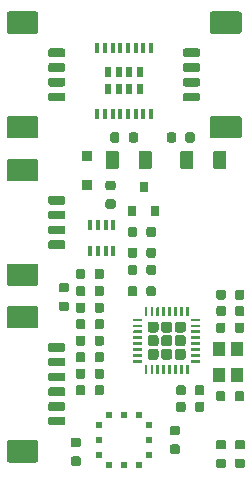
<source format=gtp>
G04 #@! TF.GenerationSoftware,KiCad,Pcbnew,(5.1.4-0-10_14)*
G04 #@! TF.CreationDate,2020-03-01T16:52:25+01:00*
G04 #@! TF.ProjectId,actuator-board,61637475-6174-46f7-922d-626f6172642e,A.1*
G04 #@! TF.SameCoordinates,Original*
G04 #@! TF.FileFunction,Paste,Top*
G04 #@! TF.FilePolarity,Positive*
%FSLAX46Y46*%
G04 Gerber Fmt 4.6, Leading zero omitted, Abs format (unit mm)*
G04 Created by KiCad (PCBNEW (5.1.4-0-10_14)) date 2020-03-01 16:52:25*
%MOMM*%
%LPD*%
G04 APERTURE LIST*
%ADD10C,0.100000*%
%ADD11C,0.720000*%
%ADD12C,1.890000*%
%ADD13C,0.787500*%
%ADD14C,1.125000*%
%ADD15R,0.900000X0.900000*%
%ADD16C,0.930000*%
%ADD17C,0.225000*%
%ADD18R,1.035000X1.260000*%
%ADD19R,0.630000X0.585000*%
%ADD20R,0.585000X0.630000*%
%ADD21R,0.360000X0.954000*%
%ADD22R,0.720000X0.810000*%
%ADD23R,0.405000X0.945000*%
%ADD24R,0.537000X0.882000*%
G04 APERTURE END LIST*
D10*
G36*
X53857643Y-88715867D02*
G01*
X53875116Y-88718459D01*
X53892251Y-88722751D01*
X53908883Y-88728702D01*
X53924851Y-88736254D01*
X53940003Y-88745335D01*
X53954191Y-88755858D01*
X53967279Y-88767721D01*
X53979142Y-88780809D01*
X53989665Y-88794997D01*
X53998746Y-88810149D01*
X54006298Y-88826117D01*
X54012249Y-88842749D01*
X54016541Y-88859884D01*
X54019133Y-88877357D01*
X54020000Y-88895000D01*
X54020000Y-89255000D01*
X54019133Y-89272643D01*
X54016541Y-89290116D01*
X54012249Y-89307251D01*
X54006298Y-89323883D01*
X53998746Y-89339851D01*
X53989665Y-89355003D01*
X53979142Y-89369191D01*
X53967279Y-89382279D01*
X53954191Y-89394142D01*
X53940003Y-89404665D01*
X53924851Y-89413746D01*
X53908883Y-89421298D01*
X53892251Y-89427249D01*
X53875116Y-89431541D01*
X53857643Y-89434133D01*
X53840000Y-89435000D01*
X52760000Y-89435000D01*
X52742357Y-89434133D01*
X52724884Y-89431541D01*
X52707749Y-89427249D01*
X52691117Y-89421298D01*
X52675149Y-89413746D01*
X52659997Y-89404665D01*
X52645809Y-89394142D01*
X52632721Y-89382279D01*
X52620858Y-89369191D01*
X52610335Y-89355003D01*
X52601254Y-89339851D01*
X52593702Y-89323883D01*
X52587751Y-89307251D01*
X52583459Y-89290116D01*
X52580867Y-89272643D01*
X52580000Y-89255000D01*
X52580000Y-88895000D01*
X52580867Y-88877357D01*
X52583459Y-88859884D01*
X52587751Y-88842749D01*
X52593702Y-88826117D01*
X52601254Y-88810149D01*
X52610335Y-88794997D01*
X52620858Y-88780809D01*
X52632721Y-88767721D01*
X52645809Y-88755858D01*
X52659997Y-88745335D01*
X52675149Y-88736254D01*
X52691117Y-88728702D01*
X52707749Y-88722751D01*
X52724884Y-88718459D01*
X52742357Y-88715867D01*
X52760000Y-88715000D01*
X53840000Y-88715000D01*
X53857643Y-88715867D01*
X53857643Y-88715867D01*
G37*
D11*
X53300000Y-89075000D03*
D10*
G36*
X53857643Y-89965867D02*
G01*
X53875116Y-89968459D01*
X53892251Y-89972751D01*
X53908883Y-89978702D01*
X53924851Y-89986254D01*
X53940003Y-89995335D01*
X53954191Y-90005858D01*
X53967279Y-90017721D01*
X53979142Y-90030809D01*
X53989665Y-90044997D01*
X53998746Y-90060149D01*
X54006298Y-90076117D01*
X54012249Y-90092749D01*
X54016541Y-90109884D01*
X54019133Y-90127357D01*
X54020000Y-90145000D01*
X54020000Y-90505000D01*
X54019133Y-90522643D01*
X54016541Y-90540116D01*
X54012249Y-90557251D01*
X54006298Y-90573883D01*
X53998746Y-90589851D01*
X53989665Y-90605003D01*
X53979142Y-90619191D01*
X53967279Y-90632279D01*
X53954191Y-90644142D01*
X53940003Y-90654665D01*
X53924851Y-90663746D01*
X53908883Y-90671298D01*
X53892251Y-90677249D01*
X53875116Y-90681541D01*
X53857643Y-90684133D01*
X53840000Y-90685000D01*
X52760000Y-90685000D01*
X52742357Y-90684133D01*
X52724884Y-90681541D01*
X52707749Y-90677249D01*
X52691117Y-90671298D01*
X52675149Y-90663746D01*
X52659997Y-90654665D01*
X52645809Y-90644142D01*
X52632721Y-90632279D01*
X52620858Y-90619191D01*
X52610335Y-90605003D01*
X52601254Y-90589851D01*
X52593702Y-90573883D01*
X52587751Y-90557251D01*
X52583459Y-90540116D01*
X52580867Y-90522643D01*
X52580000Y-90505000D01*
X52580000Y-90145000D01*
X52580867Y-90127357D01*
X52583459Y-90109884D01*
X52587751Y-90092749D01*
X52593702Y-90076117D01*
X52601254Y-90060149D01*
X52610335Y-90044997D01*
X52620858Y-90030809D01*
X52632721Y-90017721D01*
X52645809Y-90005858D01*
X52659997Y-89995335D01*
X52675149Y-89986254D01*
X52691117Y-89978702D01*
X52707749Y-89972751D01*
X52724884Y-89968459D01*
X52742357Y-89965867D01*
X52760000Y-89965000D01*
X53840000Y-89965000D01*
X53857643Y-89965867D01*
X53857643Y-89965867D01*
G37*
D11*
X53300000Y-90325000D03*
D10*
G36*
X53857643Y-91215867D02*
G01*
X53875116Y-91218459D01*
X53892251Y-91222751D01*
X53908883Y-91228702D01*
X53924851Y-91236254D01*
X53940003Y-91245335D01*
X53954191Y-91255858D01*
X53967279Y-91267721D01*
X53979142Y-91280809D01*
X53989665Y-91294997D01*
X53998746Y-91310149D01*
X54006298Y-91326117D01*
X54012249Y-91342749D01*
X54016541Y-91359884D01*
X54019133Y-91377357D01*
X54020000Y-91395000D01*
X54020000Y-91755000D01*
X54019133Y-91772643D01*
X54016541Y-91790116D01*
X54012249Y-91807251D01*
X54006298Y-91823883D01*
X53998746Y-91839851D01*
X53989665Y-91855003D01*
X53979142Y-91869191D01*
X53967279Y-91882279D01*
X53954191Y-91894142D01*
X53940003Y-91904665D01*
X53924851Y-91913746D01*
X53908883Y-91921298D01*
X53892251Y-91927249D01*
X53875116Y-91931541D01*
X53857643Y-91934133D01*
X53840000Y-91935000D01*
X52760000Y-91935000D01*
X52742357Y-91934133D01*
X52724884Y-91931541D01*
X52707749Y-91927249D01*
X52691117Y-91921298D01*
X52675149Y-91913746D01*
X52659997Y-91904665D01*
X52645809Y-91894142D01*
X52632721Y-91882279D01*
X52620858Y-91869191D01*
X52610335Y-91855003D01*
X52601254Y-91839851D01*
X52593702Y-91823883D01*
X52587751Y-91807251D01*
X52583459Y-91790116D01*
X52580867Y-91772643D01*
X52580000Y-91755000D01*
X52580000Y-91395000D01*
X52580867Y-91377357D01*
X52583459Y-91359884D01*
X52587751Y-91342749D01*
X52593702Y-91326117D01*
X52601254Y-91310149D01*
X52610335Y-91294997D01*
X52620858Y-91280809D01*
X52632721Y-91267721D01*
X52645809Y-91255858D01*
X52659997Y-91245335D01*
X52675149Y-91236254D01*
X52691117Y-91228702D01*
X52707749Y-91222751D01*
X52724884Y-91218459D01*
X52742357Y-91215867D01*
X52760000Y-91215000D01*
X53840000Y-91215000D01*
X53857643Y-91215867D01*
X53857643Y-91215867D01*
G37*
D11*
X53300000Y-91575000D03*
D10*
G36*
X53857643Y-92465867D02*
G01*
X53875116Y-92468459D01*
X53892251Y-92472751D01*
X53908883Y-92478702D01*
X53924851Y-92486254D01*
X53940003Y-92495335D01*
X53954191Y-92505858D01*
X53967279Y-92517721D01*
X53979142Y-92530809D01*
X53989665Y-92544997D01*
X53998746Y-92560149D01*
X54006298Y-92576117D01*
X54012249Y-92592749D01*
X54016541Y-92609884D01*
X54019133Y-92627357D01*
X54020000Y-92645000D01*
X54020000Y-93005000D01*
X54019133Y-93022643D01*
X54016541Y-93040116D01*
X54012249Y-93057251D01*
X54006298Y-93073883D01*
X53998746Y-93089851D01*
X53989665Y-93105003D01*
X53979142Y-93119191D01*
X53967279Y-93132279D01*
X53954191Y-93144142D01*
X53940003Y-93154665D01*
X53924851Y-93163746D01*
X53908883Y-93171298D01*
X53892251Y-93177249D01*
X53875116Y-93181541D01*
X53857643Y-93184133D01*
X53840000Y-93185000D01*
X52760000Y-93185000D01*
X52742357Y-93184133D01*
X52724884Y-93181541D01*
X52707749Y-93177249D01*
X52691117Y-93171298D01*
X52675149Y-93163746D01*
X52659997Y-93154665D01*
X52645809Y-93144142D01*
X52632721Y-93132279D01*
X52620858Y-93119191D01*
X52610335Y-93105003D01*
X52601254Y-93089851D01*
X52593702Y-93073883D01*
X52587751Y-93057251D01*
X52583459Y-93040116D01*
X52580867Y-93022643D01*
X52580000Y-93005000D01*
X52580000Y-92645000D01*
X52580867Y-92627357D01*
X52583459Y-92609884D01*
X52587751Y-92592749D01*
X52593702Y-92576117D01*
X52601254Y-92560149D01*
X52610335Y-92544997D01*
X52620858Y-92530809D01*
X52632721Y-92517721D01*
X52645809Y-92505858D01*
X52659997Y-92495335D01*
X52675149Y-92486254D01*
X52691117Y-92478702D01*
X52707749Y-92472751D01*
X52724884Y-92468459D01*
X52742357Y-92465867D01*
X52760000Y-92465000D01*
X53840000Y-92465000D01*
X53857643Y-92465867D01*
X53857643Y-92465867D01*
G37*
D11*
X53300000Y-92825000D03*
D10*
G36*
X53857643Y-93715867D02*
G01*
X53875116Y-93718459D01*
X53892251Y-93722751D01*
X53908883Y-93728702D01*
X53924851Y-93736254D01*
X53940003Y-93745335D01*
X53954191Y-93755858D01*
X53967279Y-93767721D01*
X53979142Y-93780809D01*
X53989665Y-93794997D01*
X53998746Y-93810149D01*
X54006298Y-93826117D01*
X54012249Y-93842749D01*
X54016541Y-93859884D01*
X54019133Y-93877357D01*
X54020000Y-93895000D01*
X54020000Y-94255000D01*
X54019133Y-94272643D01*
X54016541Y-94290116D01*
X54012249Y-94307251D01*
X54006298Y-94323883D01*
X53998746Y-94339851D01*
X53989665Y-94355003D01*
X53979142Y-94369191D01*
X53967279Y-94382279D01*
X53954191Y-94394142D01*
X53940003Y-94404665D01*
X53924851Y-94413746D01*
X53908883Y-94421298D01*
X53892251Y-94427249D01*
X53875116Y-94431541D01*
X53857643Y-94434133D01*
X53840000Y-94435000D01*
X52760000Y-94435000D01*
X52742357Y-94434133D01*
X52724884Y-94431541D01*
X52707749Y-94427249D01*
X52691117Y-94421298D01*
X52675149Y-94413746D01*
X52659997Y-94404665D01*
X52645809Y-94394142D01*
X52632721Y-94382279D01*
X52620858Y-94369191D01*
X52610335Y-94355003D01*
X52601254Y-94339851D01*
X52593702Y-94323883D01*
X52587751Y-94307251D01*
X52583459Y-94290116D01*
X52580867Y-94272643D01*
X52580000Y-94255000D01*
X52580000Y-93895000D01*
X52580867Y-93877357D01*
X52583459Y-93859884D01*
X52587751Y-93842749D01*
X52593702Y-93826117D01*
X52601254Y-93810149D01*
X52610335Y-93794997D01*
X52620858Y-93780809D01*
X52632721Y-93767721D01*
X52645809Y-93755858D01*
X52659997Y-93745335D01*
X52675149Y-93736254D01*
X52691117Y-93728702D01*
X52707749Y-93722751D01*
X52724884Y-93718459D01*
X52742357Y-93715867D01*
X52760000Y-93715000D01*
X53840000Y-93715000D01*
X53857643Y-93715867D01*
X53857643Y-93715867D01*
G37*
D11*
X53300000Y-94075000D03*
D10*
G36*
X53857643Y-94965867D02*
G01*
X53875116Y-94968459D01*
X53892251Y-94972751D01*
X53908883Y-94978702D01*
X53924851Y-94986254D01*
X53940003Y-94995335D01*
X53954191Y-95005858D01*
X53967279Y-95017721D01*
X53979142Y-95030809D01*
X53989665Y-95044997D01*
X53998746Y-95060149D01*
X54006298Y-95076117D01*
X54012249Y-95092749D01*
X54016541Y-95109884D01*
X54019133Y-95127357D01*
X54020000Y-95145000D01*
X54020000Y-95505000D01*
X54019133Y-95522643D01*
X54016541Y-95540116D01*
X54012249Y-95557251D01*
X54006298Y-95573883D01*
X53998746Y-95589851D01*
X53989665Y-95605003D01*
X53979142Y-95619191D01*
X53967279Y-95632279D01*
X53954191Y-95644142D01*
X53940003Y-95654665D01*
X53924851Y-95663746D01*
X53908883Y-95671298D01*
X53892251Y-95677249D01*
X53875116Y-95681541D01*
X53857643Y-95684133D01*
X53840000Y-95685000D01*
X52760000Y-95685000D01*
X52742357Y-95684133D01*
X52724884Y-95681541D01*
X52707749Y-95677249D01*
X52691117Y-95671298D01*
X52675149Y-95663746D01*
X52659997Y-95654665D01*
X52645809Y-95644142D01*
X52632721Y-95632279D01*
X52620858Y-95619191D01*
X52610335Y-95605003D01*
X52601254Y-95589851D01*
X52593702Y-95573883D01*
X52587751Y-95557251D01*
X52583459Y-95540116D01*
X52580867Y-95522643D01*
X52580000Y-95505000D01*
X52580000Y-95145000D01*
X52580867Y-95127357D01*
X52583459Y-95109884D01*
X52587751Y-95092749D01*
X52593702Y-95076117D01*
X52601254Y-95060149D01*
X52610335Y-95044997D01*
X52620858Y-95030809D01*
X52632721Y-95017721D01*
X52645809Y-95005858D01*
X52659997Y-94995335D01*
X52675149Y-94986254D01*
X52691117Y-94978702D01*
X52707749Y-94972751D01*
X52724884Y-94968459D01*
X52742357Y-94965867D01*
X52760000Y-94965000D01*
X53840000Y-94965000D01*
X53857643Y-94965867D01*
X53857643Y-94965867D01*
G37*
D11*
X53300000Y-95325000D03*
D10*
G36*
X51547054Y-85581083D02*
G01*
X51568895Y-85584323D01*
X51590314Y-85589688D01*
X51611104Y-85597127D01*
X51631064Y-85606568D01*
X51650003Y-85617919D01*
X51667738Y-85631073D01*
X51684099Y-85645901D01*
X51698927Y-85662262D01*
X51712081Y-85679997D01*
X51723432Y-85698936D01*
X51732873Y-85718896D01*
X51740312Y-85739686D01*
X51745677Y-85761105D01*
X51748917Y-85782946D01*
X51750000Y-85805000D01*
X51750000Y-87245000D01*
X51748917Y-87267054D01*
X51745677Y-87288895D01*
X51740312Y-87310314D01*
X51732873Y-87331104D01*
X51723432Y-87351064D01*
X51712081Y-87370003D01*
X51698927Y-87387738D01*
X51684099Y-87404099D01*
X51667738Y-87418927D01*
X51650003Y-87432081D01*
X51631064Y-87443432D01*
X51611104Y-87452873D01*
X51590314Y-87460312D01*
X51568895Y-87465677D01*
X51547054Y-87468917D01*
X51525000Y-87470000D01*
X49275000Y-87470000D01*
X49252946Y-87468917D01*
X49231105Y-87465677D01*
X49209686Y-87460312D01*
X49188896Y-87452873D01*
X49168936Y-87443432D01*
X49149997Y-87432081D01*
X49132262Y-87418927D01*
X49115901Y-87404099D01*
X49101073Y-87387738D01*
X49087919Y-87370003D01*
X49076568Y-87351064D01*
X49067127Y-87331104D01*
X49059688Y-87310314D01*
X49054323Y-87288895D01*
X49051083Y-87267054D01*
X49050000Y-87245000D01*
X49050000Y-85805000D01*
X49051083Y-85782946D01*
X49054323Y-85761105D01*
X49059688Y-85739686D01*
X49067127Y-85718896D01*
X49076568Y-85698936D01*
X49087919Y-85679997D01*
X49101073Y-85662262D01*
X49115901Y-85645901D01*
X49132262Y-85631073D01*
X49149997Y-85617919D01*
X49168936Y-85606568D01*
X49188896Y-85597127D01*
X49209686Y-85589688D01*
X49231105Y-85584323D01*
X49252946Y-85581083D01*
X49275000Y-85580000D01*
X51525000Y-85580000D01*
X51547054Y-85581083D01*
X51547054Y-85581083D01*
G37*
D12*
X50400000Y-86525000D03*
D10*
G36*
X51547054Y-96931083D02*
G01*
X51568895Y-96934323D01*
X51590314Y-96939688D01*
X51611104Y-96947127D01*
X51631064Y-96956568D01*
X51650003Y-96967919D01*
X51667738Y-96981073D01*
X51684099Y-96995901D01*
X51698927Y-97012262D01*
X51712081Y-97029997D01*
X51723432Y-97048936D01*
X51732873Y-97068896D01*
X51740312Y-97089686D01*
X51745677Y-97111105D01*
X51748917Y-97132946D01*
X51750000Y-97155000D01*
X51750000Y-98595000D01*
X51748917Y-98617054D01*
X51745677Y-98638895D01*
X51740312Y-98660314D01*
X51732873Y-98681104D01*
X51723432Y-98701064D01*
X51712081Y-98720003D01*
X51698927Y-98737738D01*
X51684099Y-98754099D01*
X51667738Y-98768927D01*
X51650003Y-98782081D01*
X51631064Y-98793432D01*
X51611104Y-98802873D01*
X51590314Y-98810312D01*
X51568895Y-98815677D01*
X51547054Y-98818917D01*
X51525000Y-98820000D01*
X49275000Y-98820000D01*
X49252946Y-98818917D01*
X49231105Y-98815677D01*
X49209686Y-98810312D01*
X49188896Y-98802873D01*
X49168936Y-98793432D01*
X49149997Y-98782081D01*
X49132262Y-98768927D01*
X49115901Y-98754099D01*
X49101073Y-98737738D01*
X49087919Y-98720003D01*
X49076568Y-98701064D01*
X49067127Y-98681104D01*
X49059688Y-98660314D01*
X49054323Y-98638895D01*
X49051083Y-98617054D01*
X49050000Y-98595000D01*
X49050000Y-97155000D01*
X49051083Y-97132946D01*
X49054323Y-97111105D01*
X49059688Y-97089686D01*
X49067127Y-97068896D01*
X49076568Y-97048936D01*
X49087919Y-97029997D01*
X49101073Y-97012262D01*
X49115901Y-96995901D01*
X49132262Y-96981073D01*
X49149997Y-96967919D01*
X49168936Y-96956568D01*
X49188896Y-96947127D01*
X49209686Y-96939688D01*
X49231105Y-96934323D01*
X49252946Y-96931083D01*
X49275000Y-96930000D01*
X51525000Y-96930000D01*
X51547054Y-96931083D01*
X51547054Y-96931083D01*
G37*
D12*
X50400000Y-97875000D03*
D10*
G36*
X65603672Y-93673448D02*
G01*
X65622783Y-93676283D01*
X65641525Y-93680977D01*
X65659716Y-93687486D01*
X65677181Y-93695747D01*
X65693753Y-93705679D01*
X65709271Y-93717189D01*
X65723587Y-93730163D01*
X65736561Y-93744479D01*
X65748071Y-93759997D01*
X65758003Y-93776569D01*
X65766264Y-93794034D01*
X65772773Y-93812225D01*
X65777467Y-93830967D01*
X65780302Y-93850078D01*
X65781250Y-93869375D01*
X65781250Y-94330625D01*
X65780302Y-94349922D01*
X65777467Y-94369033D01*
X65772773Y-94387775D01*
X65766264Y-94405966D01*
X65758003Y-94423431D01*
X65748071Y-94440003D01*
X65736561Y-94455521D01*
X65723587Y-94469837D01*
X65709271Y-94482811D01*
X65693753Y-94494321D01*
X65677181Y-94504253D01*
X65659716Y-94512514D01*
X65641525Y-94519023D01*
X65622783Y-94523717D01*
X65603672Y-94526552D01*
X65584375Y-94527500D01*
X65190625Y-94527500D01*
X65171328Y-94526552D01*
X65152217Y-94523717D01*
X65133475Y-94519023D01*
X65115284Y-94512514D01*
X65097819Y-94504253D01*
X65081247Y-94494321D01*
X65065729Y-94482811D01*
X65051413Y-94469837D01*
X65038439Y-94455521D01*
X65026929Y-94440003D01*
X65016997Y-94423431D01*
X65008736Y-94405966D01*
X65002227Y-94387775D01*
X64997533Y-94369033D01*
X64994698Y-94349922D01*
X64993750Y-94330625D01*
X64993750Y-93869375D01*
X64994698Y-93850078D01*
X64997533Y-93830967D01*
X65002227Y-93812225D01*
X65008736Y-93794034D01*
X65016997Y-93776569D01*
X65026929Y-93759997D01*
X65038439Y-93744479D01*
X65051413Y-93730163D01*
X65065729Y-93717189D01*
X65081247Y-93705679D01*
X65097819Y-93695747D01*
X65115284Y-93687486D01*
X65133475Y-93680977D01*
X65152217Y-93676283D01*
X65171328Y-93673448D01*
X65190625Y-93672500D01*
X65584375Y-93672500D01*
X65603672Y-93673448D01*
X65603672Y-93673448D01*
G37*
D13*
X65387500Y-94100000D03*
D10*
G36*
X64028672Y-93673448D02*
G01*
X64047783Y-93676283D01*
X64066525Y-93680977D01*
X64084716Y-93687486D01*
X64102181Y-93695747D01*
X64118753Y-93705679D01*
X64134271Y-93717189D01*
X64148587Y-93730163D01*
X64161561Y-93744479D01*
X64173071Y-93759997D01*
X64183003Y-93776569D01*
X64191264Y-93794034D01*
X64197773Y-93812225D01*
X64202467Y-93830967D01*
X64205302Y-93850078D01*
X64206250Y-93869375D01*
X64206250Y-94330625D01*
X64205302Y-94349922D01*
X64202467Y-94369033D01*
X64197773Y-94387775D01*
X64191264Y-94405966D01*
X64183003Y-94423431D01*
X64173071Y-94440003D01*
X64161561Y-94455521D01*
X64148587Y-94469837D01*
X64134271Y-94482811D01*
X64118753Y-94494321D01*
X64102181Y-94504253D01*
X64084716Y-94512514D01*
X64066525Y-94519023D01*
X64047783Y-94523717D01*
X64028672Y-94526552D01*
X64009375Y-94527500D01*
X63615625Y-94527500D01*
X63596328Y-94526552D01*
X63577217Y-94523717D01*
X63558475Y-94519023D01*
X63540284Y-94512514D01*
X63522819Y-94504253D01*
X63506247Y-94494321D01*
X63490729Y-94482811D01*
X63476413Y-94469837D01*
X63463439Y-94455521D01*
X63451929Y-94440003D01*
X63441997Y-94423431D01*
X63433736Y-94405966D01*
X63427227Y-94387775D01*
X63422533Y-94369033D01*
X63419698Y-94349922D01*
X63418750Y-94330625D01*
X63418750Y-93869375D01*
X63419698Y-93850078D01*
X63422533Y-93830967D01*
X63427227Y-93812225D01*
X63433736Y-93794034D01*
X63441997Y-93776569D01*
X63451929Y-93759997D01*
X63463439Y-93744479D01*
X63476413Y-93730163D01*
X63490729Y-93717189D01*
X63506247Y-93705679D01*
X63522819Y-93695747D01*
X63540284Y-93687486D01*
X63558475Y-93680977D01*
X63577217Y-93676283D01*
X63596328Y-93673448D01*
X63615625Y-93672500D01*
X64009375Y-93672500D01*
X64028672Y-93673448D01*
X64028672Y-93673448D01*
G37*
D13*
X63812500Y-94100000D03*
D10*
G36*
X58099922Y-74969698D02*
G01*
X58119033Y-74972533D01*
X58137775Y-74977227D01*
X58155966Y-74983736D01*
X58173431Y-74991997D01*
X58190003Y-75001929D01*
X58205521Y-75013439D01*
X58219837Y-75026413D01*
X58232811Y-75040729D01*
X58244321Y-75056247D01*
X58254253Y-75072819D01*
X58262514Y-75090284D01*
X58269023Y-75108475D01*
X58273717Y-75127217D01*
X58276552Y-75146328D01*
X58277500Y-75165625D01*
X58277500Y-75559375D01*
X58276552Y-75578672D01*
X58273717Y-75597783D01*
X58269023Y-75616525D01*
X58262514Y-75634716D01*
X58254253Y-75652181D01*
X58244321Y-75668753D01*
X58232811Y-75684271D01*
X58219837Y-75698587D01*
X58205521Y-75711561D01*
X58190003Y-75723071D01*
X58173431Y-75733003D01*
X58155966Y-75741264D01*
X58137775Y-75747773D01*
X58119033Y-75752467D01*
X58099922Y-75755302D01*
X58080625Y-75756250D01*
X57619375Y-75756250D01*
X57600078Y-75755302D01*
X57580967Y-75752467D01*
X57562225Y-75747773D01*
X57544034Y-75741264D01*
X57526569Y-75733003D01*
X57509997Y-75723071D01*
X57494479Y-75711561D01*
X57480163Y-75698587D01*
X57467189Y-75684271D01*
X57455679Y-75668753D01*
X57445747Y-75652181D01*
X57437486Y-75634716D01*
X57430977Y-75616525D01*
X57426283Y-75597783D01*
X57423448Y-75578672D01*
X57422500Y-75559375D01*
X57422500Y-75165625D01*
X57423448Y-75146328D01*
X57426283Y-75127217D01*
X57430977Y-75108475D01*
X57437486Y-75090284D01*
X57445747Y-75072819D01*
X57455679Y-75056247D01*
X57467189Y-75040729D01*
X57480163Y-75026413D01*
X57494479Y-75013439D01*
X57509997Y-75001929D01*
X57526569Y-74991997D01*
X57544034Y-74983736D01*
X57562225Y-74977227D01*
X57580967Y-74972533D01*
X57600078Y-74969698D01*
X57619375Y-74968750D01*
X58080625Y-74968750D01*
X58099922Y-74969698D01*
X58099922Y-74969698D01*
G37*
D13*
X57850000Y-75362500D03*
D10*
G36*
X58099922Y-76544698D02*
G01*
X58119033Y-76547533D01*
X58137775Y-76552227D01*
X58155966Y-76558736D01*
X58173431Y-76566997D01*
X58190003Y-76576929D01*
X58205521Y-76588439D01*
X58219837Y-76601413D01*
X58232811Y-76615729D01*
X58244321Y-76631247D01*
X58254253Y-76647819D01*
X58262514Y-76665284D01*
X58269023Y-76683475D01*
X58273717Y-76702217D01*
X58276552Y-76721328D01*
X58277500Y-76740625D01*
X58277500Y-77134375D01*
X58276552Y-77153672D01*
X58273717Y-77172783D01*
X58269023Y-77191525D01*
X58262514Y-77209716D01*
X58254253Y-77227181D01*
X58244321Y-77243753D01*
X58232811Y-77259271D01*
X58219837Y-77273587D01*
X58205521Y-77286561D01*
X58190003Y-77298071D01*
X58173431Y-77308003D01*
X58155966Y-77316264D01*
X58137775Y-77322773D01*
X58119033Y-77327467D01*
X58099922Y-77330302D01*
X58080625Y-77331250D01*
X57619375Y-77331250D01*
X57600078Y-77330302D01*
X57580967Y-77327467D01*
X57562225Y-77322773D01*
X57544034Y-77316264D01*
X57526569Y-77308003D01*
X57509997Y-77298071D01*
X57494479Y-77286561D01*
X57480163Y-77273587D01*
X57467189Y-77259271D01*
X57455679Y-77243753D01*
X57445747Y-77227181D01*
X57437486Y-77209716D01*
X57430977Y-77191525D01*
X57426283Y-77172783D01*
X57423448Y-77153672D01*
X57422500Y-77134375D01*
X57422500Y-76740625D01*
X57423448Y-76721328D01*
X57426283Y-76702217D01*
X57430977Y-76683475D01*
X57437486Y-76665284D01*
X57445747Y-76647819D01*
X57455679Y-76631247D01*
X57467189Y-76615729D01*
X57480163Y-76601413D01*
X57494479Y-76588439D01*
X57509997Y-76576929D01*
X57526569Y-76566997D01*
X57544034Y-76558736D01*
X57562225Y-76552227D01*
X57580967Y-76547533D01*
X57600078Y-76544698D01*
X57619375Y-76543750D01*
X58080625Y-76543750D01*
X58099922Y-76544698D01*
X58099922Y-76544698D01*
G37*
D13*
X57850000Y-76937500D03*
D10*
G36*
X61503672Y-78873448D02*
G01*
X61522783Y-78876283D01*
X61541525Y-78880977D01*
X61559716Y-78887486D01*
X61577181Y-78895747D01*
X61593753Y-78905679D01*
X61609271Y-78917189D01*
X61623587Y-78930163D01*
X61636561Y-78944479D01*
X61648071Y-78959997D01*
X61658003Y-78976569D01*
X61666264Y-78994034D01*
X61672773Y-79012225D01*
X61677467Y-79030967D01*
X61680302Y-79050078D01*
X61681250Y-79069375D01*
X61681250Y-79530625D01*
X61680302Y-79549922D01*
X61677467Y-79569033D01*
X61672773Y-79587775D01*
X61666264Y-79605966D01*
X61658003Y-79623431D01*
X61648071Y-79640003D01*
X61636561Y-79655521D01*
X61623587Y-79669837D01*
X61609271Y-79682811D01*
X61593753Y-79694321D01*
X61577181Y-79704253D01*
X61559716Y-79712514D01*
X61541525Y-79719023D01*
X61522783Y-79723717D01*
X61503672Y-79726552D01*
X61484375Y-79727500D01*
X61090625Y-79727500D01*
X61071328Y-79726552D01*
X61052217Y-79723717D01*
X61033475Y-79719023D01*
X61015284Y-79712514D01*
X60997819Y-79704253D01*
X60981247Y-79694321D01*
X60965729Y-79682811D01*
X60951413Y-79669837D01*
X60938439Y-79655521D01*
X60926929Y-79640003D01*
X60916997Y-79623431D01*
X60908736Y-79605966D01*
X60902227Y-79587775D01*
X60897533Y-79569033D01*
X60894698Y-79549922D01*
X60893750Y-79530625D01*
X60893750Y-79069375D01*
X60894698Y-79050078D01*
X60897533Y-79030967D01*
X60902227Y-79012225D01*
X60908736Y-78994034D01*
X60916997Y-78976569D01*
X60926929Y-78959997D01*
X60938439Y-78944479D01*
X60951413Y-78930163D01*
X60965729Y-78917189D01*
X60981247Y-78905679D01*
X60997819Y-78895747D01*
X61015284Y-78887486D01*
X61033475Y-78880977D01*
X61052217Y-78876283D01*
X61071328Y-78873448D01*
X61090625Y-78872500D01*
X61484375Y-78872500D01*
X61503672Y-78873448D01*
X61503672Y-78873448D01*
G37*
D13*
X61287500Y-79300000D03*
D10*
G36*
X59928672Y-78873448D02*
G01*
X59947783Y-78876283D01*
X59966525Y-78880977D01*
X59984716Y-78887486D01*
X60002181Y-78895747D01*
X60018753Y-78905679D01*
X60034271Y-78917189D01*
X60048587Y-78930163D01*
X60061561Y-78944479D01*
X60073071Y-78959997D01*
X60083003Y-78976569D01*
X60091264Y-78994034D01*
X60097773Y-79012225D01*
X60102467Y-79030967D01*
X60105302Y-79050078D01*
X60106250Y-79069375D01*
X60106250Y-79530625D01*
X60105302Y-79549922D01*
X60102467Y-79569033D01*
X60097773Y-79587775D01*
X60091264Y-79605966D01*
X60083003Y-79623431D01*
X60073071Y-79640003D01*
X60061561Y-79655521D01*
X60048587Y-79669837D01*
X60034271Y-79682811D01*
X60018753Y-79694321D01*
X60002181Y-79704253D01*
X59984716Y-79712514D01*
X59966525Y-79719023D01*
X59947783Y-79723717D01*
X59928672Y-79726552D01*
X59909375Y-79727500D01*
X59515625Y-79727500D01*
X59496328Y-79726552D01*
X59477217Y-79723717D01*
X59458475Y-79719023D01*
X59440284Y-79712514D01*
X59422819Y-79704253D01*
X59406247Y-79694321D01*
X59390729Y-79682811D01*
X59376413Y-79669837D01*
X59363439Y-79655521D01*
X59351929Y-79640003D01*
X59341997Y-79623431D01*
X59333736Y-79605966D01*
X59327227Y-79587775D01*
X59322533Y-79569033D01*
X59319698Y-79549922D01*
X59318750Y-79530625D01*
X59318750Y-79069375D01*
X59319698Y-79050078D01*
X59322533Y-79030967D01*
X59327227Y-79012225D01*
X59333736Y-78994034D01*
X59341997Y-78976569D01*
X59351929Y-78959997D01*
X59363439Y-78944479D01*
X59376413Y-78930163D01*
X59390729Y-78917189D01*
X59406247Y-78905679D01*
X59422819Y-78895747D01*
X59440284Y-78887486D01*
X59458475Y-78880977D01*
X59477217Y-78876283D01*
X59496328Y-78873448D01*
X59515625Y-78872500D01*
X59909375Y-78872500D01*
X59928672Y-78873448D01*
X59928672Y-78873448D01*
G37*
D13*
X59712500Y-79300000D03*
D10*
G36*
X55528672Y-83873448D02*
G01*
X55547783Y-83876283D01*
X55566525Y-83880977D01*
X55584716Y-83887486D01*
X55602181Y-83895747D01*
X55618753Y-83905679D01*
X55634271Y-83917189D01*
X55648587Y-83930163D01*
X55661561Y-83944479D01*
X55673071Y-83959997D01*
X55683003Y-83976569D01*
X55691264Y-83994034D01*
X55697773Y-84012225D01*
X55702467Y-84030967D01*
X55705302Y-84050078D01*
X55706250Y-84069375D01*
X55706250Y-84530625D01*
X55705302Y-84549922D01*
X55702467Y-84569033D01*
X55697773Y-84587775D01*
X55691264Y-84605966D01*
X55683003Y-84623431D01*
X55673071Y-84640003D01*
X55661561Y-84655521D01*
X55648587Y-84669837D01*
X55634271Y-84682811D01*
X55618753Y-84694321D01*
X55602181Y-84704253D01*
X55584716Y-84712514D01*
X55566525Y-84719023D01*
X55547783Y-84723717D01*
X55528672Y-84726552D01*
X55509375Y-84727500D01*
X55115625Y-84727500D01*
X55096328Y-84726552D01*
X55077217Y-84723717D01*
X55058475Y-84719023D01*
X55040284Y-84712514D01*
X55022819Y-84704253D01*
X55006247Y-84694321D01*
X54990729Y-84682811D01*
X54976413Y-84669837D01*
X54963439Y-84655521D01*
X54951929Y-84640003D01*
X54941997Y-84623431D01*
X54933736Y-84605966D01*
X54927227Y-84587775D01*
X54922533Y-84569033D01*
X54919698Y-84549922D01*
X54918750Y-84530625D01*
X54918750Y-84069375D01*
X54919698Y-84050078D01*
X54922533Y-84030967D01*
X54927227Y-84012225D01*
X54933736Y-83994034D01*
X54941997Y-83976569D01*
X54951929Y-83959997D01*
X54963439Y-83944479D01*
X54976413Y-83930163D01*
X54990729Y-83917189D01*
X55006247Y-83905679D01*
X55022819Y-83895747D01*
X55040284Y-83887486D01*
X55058475Y-83880977D01*
X55077217Y-83876283D01*
X55096328Y-83873448D01*
X55115625Y-83872500D01*
X55509375Y-83872500D01*
X55528672Y-83873448D01*
X55528672Y-83873448D01*
G37*
D13*
X55312500Y-84300000D03*
D10*
G36*
X57103672Y-83873448D02*
G01*
X57122783Y-83876283D01*
X57141525Y-83880977D01*
X57159716Y-83887486D01*
X57177181Y-83895747D01*
X57193753Y-83905679D01*
X57209271Y-83917189D01*
X57223587Y-83930163D01*
X57236561Y-83944479D01*
X57248071Y-83959997D01*
X57258003Y-83976569D01*
X57266264Y-83994034D01*
X57272773Y-84012225D01*
X57277467Y-84030967D01*
X57280302Y-84050078D01*
X57281250Y-84069375D01*
X57281250Y-84530625D01*
X57280302Y-84549922D01*
X57277467Y-84569033D01*
X57272773Y-84587775D01*
X57266264Y-84605966D01*
X57258003Y-84623431D01*
X57248071Y-84640003D01*
X57236561Y-84655521D01*
X57223587Y-84669837D01*
X57209271Y-84682811D01*
X57193753Y-84694321D01*
X57177181Y-84704253D01*
X57159716Y-84712514D01*
X57141525Y-84719023D01*
X57122783Y-84723717D01*
X57103672Y-84726552D01*
X57084375Y-84727500D01*
X56690625Y-84727500D01*
X56671328Y-84726552D01*
X56652217Y-84723717D01*
X56633475Y-84719023D01*
X56615284Y-84712514D01*
X56597819Y-84704253D01*
X56581247Y-84694321D01*
X56565729Y-84682811D01*
X56551413Y-84669837D01*
X56538439Y-84655521D01*
X56526929Y-84640003D01*
X56516997Y-84623431D01*
X56508736Y-84605966D01*
X56502227Y-84587775D01*
X56497533Y-84569033D01*
X56494698Y-84549922D01*
X56493750Y-84530625D01*
X56493750Y-84069375D01*
X56494698Y-84050078D01*
X56497533Y-84030967D01*
X56502227Y-84012225D01*
X56508736Y-83994034D01*
X56516997Y-83976569D01*
X56526929Y-83959997D01*
X56538439Y-83944479D01*
X56551413Y-83930163D01*
X56565729Y-83917189D01*
X56581247Y-83905679D01*
X56597819Y-83895747D01*
X56615284Y-83887486D01*
X56633475Y-83880977D01*
X56652217Y-83876283D01*
X56671328Y-83873448D01*
X56690625Y-83872500D01*
X57084375Y-83872500D01*
X57103672Y-83873448D01*
X57103672Y-83873448D01*
G37*
D13*
X56887500Y-84300000D03*
D10*
G36*
X57103672Y-88073448D02*
G01*
X57122783Y-88076283D01*
X57141525Y-88080977D01*
X57159716Y-88087486D01*
X57177181Y-88095747D01*
X57193753Y-88105679D01*
X57209271Y-88117189D01*
X57223587Y-88130163D01*
X57236561Y-88144479D01*
X57248071Y-88159997D01*
X57258003Y-88176569D01*
X57266264Y-88194034D01*
X57272773Y-88212225D01*
X57277467Y-88230967D01*
X57280302Y-88250078D01*
X57281250Y-88269375D01*
X57281250Y-88730625D01*
X57280302Y-88749922D01*
X57277467Y-88769033D01*
X57272773Y-88787775D01*
X57266264Y-88805966D01*
X57258003Y-88823431D01*
X57248071Y-88840003D01*
X57236561Y-88855521D01*
X57223587Y-88869837D01*
X57209271Y-88882811D01*
X57193753Y-88894321D01*
X57177181Y-88904253D01*
X57159716Y-88912514D01*
X57141525Y-88919023D01*
X57122783Y-88923717D01*
X57103672Y-88926552D01*
X57084375Y-88927500D01*
X56690625Y-88927500D01*
X56671328Y-88926552D01*
X56652217Y-88923717D01*
X56633475Y-88919023D01*
X56615284Y-88912514D01*
X56597819Y-88904253D01*
X56581247Y-88894321D01*
X56565729Y-88882811D01*
X56551413Y-88869837D01*
X56538439Y-88855521D01*
X56526929Y-88840003D01*
X56516997Y-88823431D01*
X56508736Y-88805966D01*
X56502227Y-88787775D01*
X56497533Y-88769033D01*
X56494698Y-88749922D01*
X56493750Y-88730625D01*
X56493750Y-88269375D01*
X56494698Y-88250078D01*
X56497533Y-88230967D01*
X56502227Y-88212225D01*
X56508736Y-88194034D01*
X56516997Y-88176569D01*
X56526929Y-88159997D01*
X56538439Y-88144479D01*
X56551413Y-88130163D01*
X56565729Y-88117189D01*
X56581247Y-88105679D01*
X56597819Y-88095747D01*
X56615284Y-88087486D01*
X56633475Y-88080977D01*
X56652217Y-88076283D01*
X56671328Y-88073448D01*
X56690625Y-88072500D01*
X57084375Y-88072500D01*
X57103672Y-88073448D01*
X57103672Y-88073448D01*
G37*
D13*
X56887500Y-88500000D03*
D10*
G36*
X55528672Y-88073448D02*
G01*
X55547783Y-88076283D01*
X55566525Y-88080977D01*
X55584716Y-88087486D01*
X55602181Y-88095747D01*
X55618753Y-88105679D01*
X55634271Y-88117189D01*
X55648587Y-88130163D01*
X55661561Y-88144479D01*
X55673071Y-88159997D01*
X55683003Y-88176569D01*
X55691264Y-88194034D01*
X55697773Y-88212225D01*
X55702467Y-88230967D01*
X55705302Y-88250078D01*
X55706250Y-88269375D01*
X55706250Y-88730625D01*
X55705302Y-88749922D01*
X55702467Y-88769033D01*
X55697773Y-88787775D01*
X55691264Y-88805966D01*
X55683003Y-88823431D01*
X55673071Y-88840003D01*
X55661561Y-88855521D01*
X55648587Y-88869837D01*
X55634271Y-88882811D01*
X55618753Y-88894321D01*
X55602181Y-88904253D01*
X55584716Y-88912514D01*
X55566525Y-88919023D01*
X55547783Y-88923717D01*
X55528672Y-88926552D01*
X55509375Y-88927500D01*
X55115625Y-88927500D01*
X55096328Y-88926552D01*
X55077217Y-88923717D01*
X55058475Y-88919023D01*
X55040284Y-88912514D01*
X55022819Y-88904253D01*
X55006247Y-88894321D01*
X54990729Y-88882811D01*
X54976413Y-88869837D01*
X54963439Y-88855521D01*
X54951929Y-88840003D01*
X54941997Y-88823431D01*
X54933736Y-88805966D01*
X54927227Y-88787775D01*
X54922533Y-88769033D01*
X54919698Y-88749922D01*
X54918750Y-88730625D01*
X54918750Y-88269375D01*
X54919698Y-88250078D01*
X54922533Y-88230967D01*
X54927227Y-88212225D01*
X54933736Y-88194034D01*
X54941997Y-88176569D01*
X54951929Y-88159997D01*
X54963439Y-88144479D01*
X54976413Y-88130163D01*
X54990729Y-88117189D01*
X55006247Y-88105679D01*
X55022819Y-88095747D01*
X55040284Y-88087486D01*
X55058475Y-88080977D01*
X55077217Y-88076283D01*
X55096328Y-88073448D01*
X55115625Y-88072500D01*
X55509375Y-88072500D01*
X55528672Y-88073448D01*
X55528672Y-88073448D01*
G37*
D13*
X55312500Y-88500000D03*
D10*
G36*
X63549922Y-97294698D02*
G01*
X63569033Y-97297533D01*
X63587775Y-97302227D01*
X63605966Y-97308736D01*
X63623431Y-97316997D01*
X63640003Y-97326929D01*
X63655521Y-97338439D01*
X63669837Y-97351413D01*
X63682811Y-97365729D01*
X63694321Y-97381247D01*
X63704253Y-97397819D01*
X63712514Y-97415284D01*
X63719023Y-97433475D01*
X63723717Y-97452217D01*
X63726552Y-97471328D01*
X63727500Y-97490625D01*
X63727500Y-97884375D01*
X63726552Y-97903672D01*
X63723717Y-97922783D01*
X63719023Y-97941525D01*
X63712514Y-97959716D01*
X63704253Y-97977181D01*
X63694321Y-97993753D01*
X63682811Y-98009271D01*
X63669837Y-98023587D01*
X63655521Y-98036561D01*
X63640003Y-98048071D01*
X63623431Y-98058003D01*
X63605966Y-98066264D01*
X63587775Y-98072773D01*
X63569033Y-98077467D01*
X63549922Y-98080302D01*
X63530625Y-98081250D01*
X63069375Y-98081250D01*
X63050078Y-98080302D01*
X63030967Y-98077467D01*
X63012225Y-98072773D01*
X62994034Y-98066264D01*
X62976569Y-98058003D01*
X62959997Y-98048071D01*
X62944479Y-98036561D01*
X62930163Y-98023587D01*
X62917189Y-98009271D01*
X62905679Y-97993753D01*
X62895747Y-97977181D01*
X62887486Y-97959716D01*
X62880977Y-97941525D01*
X62876283Y-97922783D01*
X62873448Y-97903672D01*
X62872500Y-97884375D01*
X62872500Y-97490625D01*
X62873448Y-97471328D01*
X62876283Y-97452217D01*
X62880977Y-97433475D01*
X62887486Y-97415284D01*
X62895747Y-97397819D01*
X62905679Y-97381247D01*
X62917189Y-97365729D01*
X62930163Y-97351413D01*
X62944479Y-97338439D01*
X62959997Y-97326929D01*
X62976569Y-97316997D01*
X62994034Y-97308736D01*
X63012225Y-97302227D01*
X63030967Y-97297533D01*
X63050078Y-97294698D01*
X63069375Y-97293750D01*
X63530625Y-97293750D01*
X63549922Y-97294698D01*
X63549922Y-97294698D01*
G37*
D13*
X63300000Y-97687500D03*
D10*
G36*
X63549922Y-95719698D02*
G01*
X63569033Y-95722533D01*
X63587775Y-95727227D01*
X63605966Y-95733736D01*
X63623431Y-95741997D01*
X63640003Y-95751929D01*
X63655521Y-95763439D01*
X63669837Y-95776413D01*
X63682811Y-95790729D01*
X63694321Y-95806247D01*
X63704253Y-95822819D01*
X63712514Y-95840284D01*
X63719023Y-95858475D01*
X63723717Y-95877217D01*
X63726552Y-95896328D01*
X63727500Y-95915625D01*
X63727500Y-96309375D01*
X63726552Y-96328672D01*
X63723717Y-96347783D01*
X63719023Y-96366525D01*
X63712514Y-96384716D01*
X63704253Y-96402181D01*
X63694321Y-96418753D01*
X63682811Y-96434271D01*
X63669837Y-96448587D01*
X63655521Y-96461561D01*
X63640003Y-96473071D01*
X63623431Y-96483003D01*
X63605966Y-96491264D01*
X63587775Y-96497773D01*
X63569033Y-96502467D01*
X63549922Y-96505302D01*
X63530625Y-96506250D01*
X63069375Y-96506250D01*
X63050078Y-96505302D01*
X63030967Y-96502467D01*
X63012225Y-96497773D01*
X62994034Y-96491264D01*
X62976569Y-96483003D01*
X62959997Y-96473071D01*
X62944479Y-96461561D01*
X62930163Y-96448587D01*
X62917189Y-96434271D01*
X62905679Y-96418753D01*
X62895747Y-96402181D01*
X62887486Y-96384716D01*
X62880977Y-96366525D01*
X62876283Y-96347783D01*
X62873448Y-96328672D01*
X62872500Y-96309375D01*
X62872500Y-95915625D01*
X62873448Y-95896328D01*
X62876283Y-95877217D01*
X62880977Y-95858475D01*
X62887486Y-95840284D01*
X62895747Y-95822819D01*
X62905679Y-95806247D01*
X62917189Y-95790729D01*
X62930163Y-95776413D01*
X62944479Y-95763439D01*
X62959997Y-95751929D01*
X62976569Y-95741997D01*
X62994034Y-95733736D01*
X63012225Y-95727227D01*
X63030967Y-95722533D01*
X63050078Y-95719698D01*
X63069375Y-95718750D01*
X63530625Y-95718750D01*
X63549922Y-95719698D01*
X63549922Y-95719698D01*
G37*
D13*
X63300000Y-96112500D03*
D10*
G36*
X55149922Y-98307198D02*
G01*
X55169033Y-98310033D01*
X55187775Y-98314727D01*
X55205966Y-98321236D01*
X55223431Y-98329497D01*
X55240003Y-98339429D01*
X55255521Y-98350939D01*
X55269837Y-98363913D01*
X55282811Y-98378229D01*
X55294321Y-98393747D01*
X55304253Y-98410319D01*
X55312514Y-98427784D01*
X55319023Y-98445975D01*
X55323717Y-98464717D01*
X55326552Y-98483828D01*
X55327500Y-98503125D01*
X55327500Y-98896875D01*
X55326552Y-98916172D01*
X55323717Y-98935283D01*
X55319023Y-98954025D01*
X55312514Y-98972216D01*
X55304253Y-98989681D01*
X55294321Y-99006253D01*
X55282811Y-99021771D01*
X55269837Y-99036087D01*
X55255521Y-99049061D01*
X55240003Y-99060571D01*
X55223431Y-99070503D01*
X55205966Y-99078764D01*
X55187775Y-99085273D01*
X55169033Y-99089967D01*
X55149922Y-99092802D01*
X55130625Y-99093750D01*
X54669375Y-99093750D01*
X54650078Y-99092802D01*
X54630967Y-99089967D01*
X54612225Y-99085273D01*
X54594034Y-99078764D01*
X54576569Y-99070503D01*
X54559997Y-99060571D01*
X54544479Y-99049061D01*
X54530163Y-99036087D01*
X54517189Y-99021771D01*
X54505679Y-99006253D01*
X54495747Y-98989681D01*
X54487486Y-98972216D01*
X54480977Y-98954025D01*
X54476283Y-98935283D01*
X54473448Y-98916172D01*
X54472500Y-98896875D01*
X54472500Y-98503125D01*
X54473448Y-98483828D01*
X54476283Y-98464717D01*
X54480977Y-98445975D01*
X54487486Y-98427784D01*
X54495747Y-98410319D01*
X54505679Y-98393747D01*
X54517189Y-98378229D01*
X54530163Y-98363913D01*
X54544479Y-98350939D01*
X54559997Y-98339429D01*
X54576569Y-98329497D01*
X54594034Y-98321236D01*
X54612225Y-98314727D01*
X54630967Y-98310033D01*
X54650078Y-98307198D01*
X54669375Y-98306250D01*
X55130625Y-98306250D01*
X55149922Y-98307198D01*
X55149922Y-98307198D01*
G37*
D13*
X54900000Y-98700000D03*
D10*
G36*
X55149922Y-96732198D02*
G01*
X55169033Y-96735033D01*
X55187775Y-96739727D01*
X55205966Y-96746236D01*
X55223431Y-96754497D01*
X55240003Y-96764429D01*
X55255521Y-96775939D01*
X55269837Y-96788913D01*
X55282811Y-96803229D01*
X55294321Y-96818747D01*
X55304253Y-96835319D01*
X55312514Y-96852784D01*
X55319023Y-96870975D01*
X55323717Y-96889717D01*
X55326552Y-96908828D01*
X55327500Y-96928125D01*
X55327500Y-97321875D01*
X55326552Y-97341172D01*
X55323717Y-97360283D01*
X55319023Y-97379025D01*
X55312514Y-97397216D01*
X55304253Y-97414681D01*
X55294321Y-97431253D01*
X55282811Y-97446771D01*
X55269837Y-97461087D01*
X55255521Y-97474061D01*
X55240003Y-97485571D01*
X55223431Y-97495503D01*
X55205966Y-97503764D01*
X55187775Y-97510273D01*
X55169033Y-97514967D01*
X55149922Y-97517802D01*
X55130625Y-97518750D01*
X54669375Y-97518750D01*
X54650078Y-97517802D01*
X54630967Y-97514967D01*
X54612225Y-97510273D01*
X54594034Y-97503764D01*
X54576569Y-97495503D01*
X54559997Y-97485571D01*
X54544479Y-97474061D01*
X54530163Y-97461087D01*
X54517189Y-97446771D01*
X54505679Y-97431253D01*
X54495747Y-97414681D01*
X54487486Y-97397216D01*
X54480977Y-97379025D01*
X54476283Y-97360283D01*
X54473448Y-97341172D01*
X54472500Y-97321875D01*
X54472500Y-96928125D01*
X54473448Y-96908828D01*
X54476283Y-96889717D01*
X54480977Y-96870975D01*
X54487486Y-96852784D01*
X54495747Y-96835319D01*
X54505679Y-96818747D01*
X54517189Y-96803229D01*
X54530163Y-96788913D01*
X54544479Y-96775939D01*
X54559997Y-96764429D01*
X54576569Y-96754497D01*
X54594034Y-96746236D01*
X54612225Y-96739727D01*
X54630967Y-96735033D01*
X54650078Y-96732198D01*
X54669375Y-96731250D01*
X55130625Y-96731250D01*
X55149922Y-96732198D01*
X55149922Y-96732198D01*
G37*
D13*
X54900000Y-97125000D03*
D10*
G36*
X64659554Y-72413583D02*
G01*
X64681395Y-72416823D01*
X64702814Y-72422188D01*
X64723604Y-72429627D01*
X64743564Y-72439068D01*
X64762503Y-72450419D01*
X64780238Y-72463573D01*
X64796599Y-72478401D01*
X64811427Y-72494762D01*
X64824581Y-72512497D01*
X64835932Y-72531436D01*
X64845373Y-72551396D01*
X64852812Y-72572186D01*
X64858177Y-72593605D01*
X64861417Y-72615446D01*
X64862500Y-72637500D01*
X64862500Y-73762500D01*
X64861417Y-73784554D01*
X64858177Y-73806395D01*
X64852812Y-73827814D01*
X64845373Y-73848604D01*
X64835932Y-73868564D01*
X64824581Y-73887503D01*
X64811427Y-73905238D01*
X64796599Y-73921599D01*
X64780238Y-73936427D01*
X64762503Y-73949581D01*
X64743564Y-73960932D01*
X64723604Y-73970373D01*
X64702814Y-73977812D01*
X64681395Y-73983177D01*
X64659554Y-73986417D01*
X64637500Y-73987500D01*
X63962500Y-73987500D01*
X63940446Y-73986417D01*
X63918605Y-73983177D01*
X63897186Y-73977812D01*
X63876396Y-73970373D01*
X63856436Y-73960932D01*
X63837497Y-73949581D01*
X63819762Y-73936427D01*
X63803401Y-73921599D01*
X63788573Y-73905238D01*
X63775419Y-73887503D01*
X63764068Y-73868564D01*
X63754627Y-73848604D01*
X63747188Y-73827814D01*
X63741823Y-73806395D01*
X63738583Y-73784554D01*
X63737500Y-73762500D01*
X63737500Y-72637500D01*
X63738583Y-72615446D01*
X63741823Y-72593605D01*
X63747188Y-72572186D01*
X63754627Y-72551396D01*
X63764068Y-72531436D01*
X63775419Y-72512497D01*
X63788573Y-72494762D01*
X63803401Y-72478401D01*
X63819762Y-72463573D01*
X63837497Y-72450419D01*
X63856436Y-72439068D01*
X63876396Y-72429627D01*
X63897186Y-72422188D01*
X63918605Y-72416823D01*
X63940446Y-72413583D01*
X63962500Y-72412500D01*
X64637500Y-72412500D01*
X64659554Y-72413583D01*
X64659554Y-72413583D01*
G37*
D14*
X64300000Y-73200000D03*
D10*
G36*
X67459554Y-72413583D02*
G01*
X67481395Y-72416823D01*
X67502814Y-72422188D01*
X67523604Y-72429627D01*
X67543564Y-72439068D01*
X67562503Y-72450419D01*
X67580238Y-72463573D01*
X67596599Y-72478401D01*
X67611427Y-72494762D01*
X67624581Y-72512497D01*
X67635932Y-72531436D01*
X67645373Y-72551396D01*
X67652812Y-72572186D01*
X67658177Y-72593605D01*
X67661417Y-72615446D01*
X67662500Y-72637500D01*
X67662500Y-73762500D01*
X67661417Y-73784554D01*
X67658177Y-73806395D01*
X67652812Y-73827814D01*
X67645373Y-73848604D01*
X67635932Y-73868564D01*
X67624581Y-73887503D01*
X67611427Y-73905238D01*
X67596599Y-73921599D01*
X67580238Y-73936427D01*
X67562503Y-73949581D01*
X67543564Y-73960932D01*
X67523604Y-73970373D01*
X67502814Y-73977812D01*
X67481395Y-73983177D01*
X67459554Y-73986417D01*
X67437500Y-73987500D01*
X66762500Y-73987500D01*
X66740446Y-73986417D01*
X66718605Y-73983177D01*
X66697186Y-73977812D01*
X66676396Y-73970373D01*
X66656436Y-73960932D01*
X66637497Y-73949581D01*
X66619762Y-73936427D01*
X66603401Y-73921599D01*
X66588573Y-73905238D01*
X66575419Y-73887503D01*
X66564068Y-73868564D01*
X66554627Y-73848604D01*
X66547188Y-73827814D01*
X66541823Y-73806395D01*
X66538583Y-73784554D01*
X66537500Y-73762500D01*
X66537500Y-72637500D01*
X66538583Y-72615446D01*
X66541823Y-72593605D01*
X66547188Y-72572186D01*
X66554627Y-72551396D01*
X66564068Y-72531436D01*
X66575419Y-72512497D01*
X66588573Y-72494762D01*
X66603401Y-72478401D01*
X66619762Y-72463573D01*
X66637497Y-72450419D01*
X66656436Y-72439068D01*
X66676396Y-72429627D01*
X66697186Y-72422188D01*
X66718605Y-72416823D01*
X66740446Y-72413583D01*
X66762500Y-72412500D01*
X67437500Y-72412500D01*
X67459554Y-72413583D01*
X67459554Y-72413583D01*
G37*
D14*
X67100000Y-73200000D03*
D10*
G36*
X60003672Y-70873448D02*
G01*
X60022783Y-70876283D01*
X60041525Y-70880977D01*
X60059716Y-70887486D01*
X60077181Y-70895747D01*
X60093753Y-70905679D01*
X60109271Y-70917189D01*
X60123587Y-70930163D01*
X60136561Y-70944479D01*
X60148071Y-70959997D01*
X60158003Y-70976569D01*
X60166264Y-70994034D01*
X60172773Y-71012225D01*
X60177467Y-71030967D01*
X60180302Y-71050078D01*
X60181250Y-71069375D01*
X60181250Y-71530625D01*
X60180302Y-71549922D01*
X60177467Y-71569033D01*
X60172773Y-71587775D01*
X60166264Y-71605966D01*
X60158003Y-71623431D01*
X60148071Y-71640003D01*
X60136561Y-71655521D01*
X60123587Y-71669837D01*
X60109271Y-71682811D01*
X60093753Y-71694321D01*
X60077181Y-71704253D01*
X60059716Y-71712514D01*
X60041525Y-71719023D01*
X60022783Y-71723717D01*
X60003672Y-71726552D01*
X59984375Y-71727500D01*
X59590625Y-71727500D01*
X59571328Y-71726552D01*
X59552217Y-71723717D01*
X59533475Y-71719023D01*
X59515284Y-71712514D01*
X59497819Y-71704253D01*
X59481247Y-71694321D01*
X59465729Y-71682811D01*
X59451413Y-71669837D01*
X59438439Y-71655521D01*
X59426929Y-71640003D01*
X59416997Y-71623431D01*
X59408736Y-71605966D01*
X59402227Y-71587775D01*
X59397533Y-71569033D01*
X59394698Y-71549922D01*
X59393750Y-71530625D01*
X59393750Y-71069375D01*
X59394698Y-71050078D01*
X59397533Y-71030967D01*
X59402227Y-71012225D01*
X59408736Y-70994034D01*
X59416997Y-70976569D01*
X59426929Y-70959997D01*
X59438439Y-70944479D01*
X59451413Y-70930163D01*
X59465729Y-70917189D01*
X59481247Y-70905679D01*
X59497819Y-70895747D01*
X59515284Y-70887486D01*
X59533475Y-70880977D01*
X59552217Y-70876283D01*
X59571328Y-70873448D01*
X59590625Y-70872500D01*
X59984375Y-70872500D01*
X60003672Y-70873448D01*
X60003672Y-70873448D01*
G37*
D13*
X59787500Y-71300000D03*
D10*
G36*
X58428672Y-70873448D02*
G01*
X58447783Y-70876283D01*
X58466525Y-70880977D01*
X58484716Y-70887486D01*
X58502181Y-70895747D01*
X58518753Y-70905679D01*
X58534271Y-70917189D01*
X58548587Y-70930163D01*
X58561561Y-70944479D01*
X58573071Y-70959997D01*
X58583003Y-70976569D01*
X58591264Y-70994034D01*
X58597773Y-71012225D01*
X58602467Y-71030967D01*
X58605302Y-71050078D01*
X58606250Y-71069375D01*
X58606250Y-71530625D01*
X58605302Y-71549922D01*
X58602467Y-71569033D01*
X58597773Y-71587775D01*
X58591264Y-71605966D01*
X58583003Y-71623431D01*
X58573071Y-71640003D01*
X58561561Y-71655521D01*
X58548587Y-71669837D01*
X58534271Y-71682811D01*
X58518753Y-71694321D01*
X58502181Y-71704253D01*
X58484716Y-71712514D01*
X58466525Y-71719023D01*
X58447783Y-71723717D01*
X58428672Y-71726552D01*
X58409375Y-71727500D01*
X58015625Y-71727500D01*
X57996328Y-71726552D01*
X57977217Y-71723717D01*
X57958475Y-71719023D01*
X57940284Y-71712514D01*
X57922819Y-71704253D01*
X57906247Y-71694321D01*
X57890729Y-71682811D01*
X57876413Y-71669837D01*
X57863439Y-71655521D01*
X57851929Y-71640003D01*
X57841997Y-71623431D01*
X57833736Y-71605966D01*
X57827227Y-71587775D01*
X57822533Y-71569033D01*
X57819698Y-71549922D01*
X57818750Y-71530625D01*
X57818750Y-71069375D01*
X57819698Y-71050078D01*
X57822533Y-71030967D01*
X57827227Y-71012225D01*
X57833736Y-70994034D01*
X57841997Y-70976569D01*
X57851929Y-70959997D01*
X57863439Y-70944479D01*
X57876413Y-70930163D01*
X57890729Y-70917189D01*
X57906247Y-70905679D01*
X57922819Y-70895747D01*
X57940284Y-70887486D01*
X57958475Y-70880977D01*
X57977217Y-70876283D01*
X57996328Y-70873448D01*
X58015625Y-70872500D01*
X58409375Y-70872500D01*
X58428672Y-70873448D01*
X58428672Y-70873448D01*
G37*
D13*
X58212500Y-71300000D03*
D10*
G36*
X69049922Y-96919698D02*
G01*
X69069033Y-96922533D01*
X69087775Y-96927227D01*
X69105966Y-96933736D01*
X69123431Y-96941997D01*
X69140003Y-96951929D01*
X69155521Y-96963439D01*
X69169837Y-96976413D01*
X69182811Y-96990729D01*
X69194321Y-97006247D01*
X69204253Y-97022819D01*
X69212514Y-97040284D01*
X69219023Y-97058475D01*
X69223717Y-97077217D01*
X69226552Y-97096328D01*
X69227500Y-97115625D01*
X69227500Y-97509375D01*
X69226552Y-97528672D01*
X69223717Y-97547783D01*
X69219023Y-97566525D01*
X69212514Y-97584716D01*
X69204253Y-97602181D01*
X69194321Y-97618753D01*
X69182811Y-97634271D01*
X69169837Y-97648587D01*
X69155521Y-97661561D01*
X69140003Y-97673071D01*
X69123431Y-97683003D01*
X69105966Y-97691264D01*
X69087775Y-97697773D01*
X69069033Y-97702467D01*
X69049922Y-97705302D01*
X69030625Y-97706250D01*
X68569375Y-97706250D01*
X68550078Y-97705302D01*
X68530967Y-97702467D01*
X68512225Y-97697773D01*
X68494034Y-97691264D01*
X68476569Y-97683003D01*
X68459997Y-97673071D01*
X68444479Y-97661561D01*
X68430163Y-97648587D01*
X68417189Y-97634271D01*
X68405679Y-97618753D01*
X68395747Y-97602181D01*
X68387486Y-97584716D01*
X68380977Y-97566525D01*
X68376283Y-97547783D01*
X68373448Y-97528672D01*
X68372500Y-97509375D01*
X68372500Y-97115625D01*
X68373448Y-97096328D01*
X68376283Y-97077217D01*
X68380977Y-97058475D01*
X68387486Y-97040284D01*
X68395747Y-97022819D01*
X68405679Y-97006247D01*
X68417189Y-96990729D01*
X68430163Y-96976413D01*
X68444479Y-96963439D01*
X68459997Y-96951929D01*
X68476569Y-96941997D01*
X68494034Y-96933736D01*
X68512225Y-96927227D01*
X68530967Y-96922533D01*
X68550078Y-96919698D01*
X68569375Y-96918750D01*
X69030625Y-96918750D01*
X69049922Y-96919698D01*
X69049922Y-96919698D01*
G37*
D13*
X68800000Y-97312500D03*
D10*
G36*
X69049922Y-98494698D02*
G01*
X69069033Y-98497533D01*
X69087775Y-98502227D01*
X69105966Y-98508736D01*
X69123431Y-98516997D01*
X69140003Y-98526929D01*
X69155521Y-98538439D01*
X69169837Y-98551413D01*
X69182811Y-98565729D01*
X69194321Y-98581247D01*
X69204253Y-98597819D01*
X69212514Y-98615284D01*
X69219023Y-98633475D01*
X69223717Y-98652217D01*
X69226552Y-98671328D01*
X69227500Y-98690625D01*
X69227500Y-99084375D01*
X69226552Y-99103672D01*
X69223717Y-99122783D01*
X69219023Y-99141525D01*
X69212514Y-99159716D01*
X69204253Y-99177181D01*
X69194321Y-99193753D01*
X69182811Y-99209271D01*
X69169837Y-99223587D01*
X69155521Y-99236561D01*
X69140003Y-99248071D01*
X69123431Y-99258003D01*
X69105966Y-99266264D01*
X69087775Y-99272773D01*
X69069033Y-99277467D01*
X69049922Y-99280302D01*
X69030625Y-99281250D01*
X68569375Y-99281250D01*
X68550078Y-99280302D01*
X68530967Y-99277467D01*
X68512225Y-99272773D01*
X68494034Y-99266264D01*
X68476569Y-99258003D01*
X68459997Y-99248071D01*
X68444479Y-99236561D01*
X68430163Y-99223587D01*
X68417189Y-99209271D01*
X68405679Y-99193753D01*
X68395747Y-99177181D01*
X68387486Y-99159716D01*
X68380977Y-99141525D01*
X68376283Y-99122783D01*
X68373448Y-99103672D01*
X68372500Y-99084375D01*
X68372500Y-98690625D01*
X68373448Y-98671328D01*
X68376283Y-98652217D01*
X68380977Y-98633475D01*
X68387486Y-98615284D01*
X68395747Y-98597819D01*
X68405679Y-98581247D01*
X68417189Y-98565729D01*
X68430163Y-98551413D01*
X68444479Y-98538439D01*
X68459997Y-98526929D01*
X68476569Y-98516997D01*
X68494034Y-98508736D01*
X68512225Y-98502227D01*
X68530967Y-98497533D01*
X68550078Y-98494698D01*
X68569375Y-98493750D01*
X69030625Y-98493750D01*
X69049922Y-98494698D01*
X69049922Y-98494698D01*
G37*
D13*
X68800000Y-98887500D03*
D15*
X55850000Y-75350000D03*
X55850000Y-72850000D03*
D10*
G36*
X67449922Y-98494698D02*
G01*
X67469033Y-98497533D01*
X67487775Y-98502227D01*
X67505966Y-98508736D01*
X67523431Y-98516997D01*
X67540003Y-98526929D01*
X67555521Y-98538439D01*
X67569837Y-98551413D01*
X67582811Y-98565729D01*
X67594321Y-98581247D01*
X67604253Y-98597819D01*
X67612514Y-98615284D01*
X67619023Y-98633475D01*
X67623717Y-98652217D01*
X67626552Y-98671328D01*
X67627500Y-98690625D01*
X67627500Y-99084375D01*
X67626552Y-99103672D01*
X67623717Y-99122783D01*
X67619023Y-99141525D01*
X67612514Y-99159716D01*
X67604253Y-99177181D01*
X67594321Y-99193753D01*
X67582811Y-99209271D01*
X67569837Y-99223587D01*
X67555521Y-99236561D01*
X67540003Y-99248071D01*
X67523431Y-99258003D01*
X67505966Y-99266264D01*
X67487775Y-99272773D01*
X67469033Y-99277467D01*
X67449922Y-99280302D01*
X67430625Y-99281250D01*
X66969375Y-99281250D01*
X66950078Y-99280302D01*
X66930967Y-99277467D01*
X66912225Y-99272773D01*
X66894034Y-99266264D01*
X66876569Y-99258003D01*
X66859997Y-99248071D01*
X66844479Y-99236561D01*
X66830163Y-99223587D01*
X66817189Y-99209271D01*
X66805679Y-99193753D01*
X66795747Y-99177181D01*
X66787486Y-99159716D01*
X66780977Y-99141525D01*
X66776283Y-99122783D01*
X66773448Y-99103672D01*
X66772500Y-99084375D01*
X66772500Y-98690625D01*
X66773448Y-98671328D01*
X66776283Y-98652217D01*
X66780977Y-98633475D01*
X66787486Y-98615284D01*
X66795747Y-98597819D01*
X66805679Y-98581247D01*
X66817189Y-98565729D01*
X66830163Y-98551413D01*
X66844479Y-98538439D01*
X66859997Y-98526929D01*
X66876569Y-98516997D01*
X66894034Y-98508736D01*
X66912225Y-98502227D01*
X66930967Y-98497533D01*
X66950078Y-98494698D01*
X66969375Y-98493750D01*
X67430625Y-98493750D01*
X67449922Y-98494698D01*
X67449922Y-98494698D01*
G37*
D13*
X67200000Y-98887500D03*
D10*
G36*
X67449922Y-96919698D02*
G01*
X67469033Y-96922533D01*
X67487775Y-96927227D01*
X67505966Y-96933736D01*
X67523431Y-96941997D01*
X67540003Y-96951929D01*
X67555521Y-96963439D01*
X67569837Y-96976413D01*
X67582811Y-96990729D01*
X67594321Y-97006247D01*
X67604253Y-97022819D01*
X67612514Y-97040284D01*
X67619023Y-97058475D01*
X67623717Y-97077217D01*
X67626552Y-97096328D01*
X67627500Y-97115625D01*
X67627500Y-97509375D01*
X67626552Y-97528672D01*
X67623717Y-97547783D01*
X67619023Y-97566525D01*
X67612514Y-97584716D01*
X67604253Y-97602181D01*
X67594321Y-97618753D01*
X67582811Y-97634271D01*
X67569837Y-97648587D01*
X67555521Y-97661561D01*
X67540003Y-97673071D01*
X67523431Y-97683003D01*
X67505966Y-97691264D01*
X67487775Y-97697773D01*
X67469033Y-97702467D01*
X67449922Y-97705302D01*
X67430625Y-97706250D01*
X66969375Y-97706250D01*
X66950078Y-97705302D01*
X66930967Y-97702467D01*
X66912225Y-97697773D01*
X66894034Y-97691264D01*
X66876569Y-97683003D01*
X66859997Y-97673071D01*
X66844479Y-97661561D01*
X66830163Y-97648587D01*
X66817189Y-97634271D01*
X66805679Y-97618753D01*
X66795747Y-97602181D01*
X66787486Y-97584716D01*
X66780977Y-97566525D01*
X66776283Y-97547783D01*
X66773448Y-97528672D01*
X66772500Y-97509375D01*
X66772500Y-97115625D01*
X66773448Y-97096328D01*
X66776283Y-97077217D01*
X66780977Y-97058475D01*
X66787486Y-97040284D01*
X66795747Y-97022819D01*
X66805679Y-97006247D01*
X66817189Y-96990729D01*
X66830163Y-96976413D01*
X66844479Y-96963439D01*
X66859997Y-96951929D01*
X66876569Y-96941997D01*
X66894034Y-96933736D01*
X66912225Y-96927227D01*
X66930967Y-96922533D01*
X66950078Y-96919698D01*
X66969375Y-96918750D01*
X67430625Y-96918750D01*
X67449922Y-96919698D01*
X67449922Y-96919698D01*
G37*
D13*
X67200000Y-97312500D03*
D10*
G36*
X63228672Y-70873448D02*
G01*
X63247783Y-70876283D01*
X63266525Y-70880977D01*
X63284716Y-70887486D01*
X63302181Y-70895747D01*
X63318753Y-70905679D01*
X63334271Y-70917189D01*
X63348587Y-70930163D01*
X63361561Y-70944479D01*
X63373071Y-70959997D01*
X63383003Y-70976569D01*
X63391264Y-70994034D01*
X63397773Y-71012225D01*
X63402467Y-71030967D01*
X63405302Y-71050078D01*
X63406250Y-71069375D01*
X63406250Y-71530625D01*
X63405302Y-71549922D01*
X63402467Y-71569033D01*
X63397773Y-71587775D01*
X63391264Y-71605966D01*
X63383003Y-71623431D01*
X63373071Y-71640003D01*
X63361561Y-71655521D01*
X63348587Y-71669837D01*
X63334271Y-71682811D01*
X63318753Y-71694321D01*
X63302181Y-71704253D01*
X63284716Y-71712514D01*
X63266525Y-71719023D01*
X63247783Y-71723717D01*
X63228672Y-71726552D01*
X63209375Y-71727500D01*
X62815625Y-71727500D01*
X62796328Y-71726552D01*
X62777217Y-71723717D01*
X62758475Y-71719023D01*
X62740284Y-71712514D01*
X62722819Y-71704253D01*
X62706247Y-71694321D01*
X62690729Y-71682811D01*
X62676413Y-71669837D01*
X62663439Y-71655521D01*
X62651929Y-71640003D01*
X62641997Y-71623431D01*
X62633736Y-71605966D01*
X62627227Y-71587775D01*
X62622533Y-71569033D01*
X62619698Y-71549922D01*
X62618750Y-71530625D01*
X62618750Y-71069375D01*
X62619698Y-71050078D01*
X62622533Y-71030967D01*
X62627227Y-71012225D01*
X62633736Y-70994034D01*
X62641997Y-70976569D01*
X62651929Y-70959997D01*
X62663439Y-70944479D01*
X62676413Y-70930163D01*
X62690729Y-70917189D01*
X62706247Y-70905679D01*
X62722819Y-70895747D01*
X62740284Y-70887486D01*
X62758475Y-70880977D01*
X62777217Y-70876283D01*
X62796328Y-70873448D01*
X62815625Y-70872500D01*
X63209375Y-70872500D01*
X63228672Y-70873448D01*
X63228672Y-70873448D01*
G37*
D13*
X63012500Y-71300000D03*
D10*
G36*
X64803672Y-70873448D02*
G01*
X64822783Y-70876283D01*
X64841525Y-70880977D01*
X64859716Y-70887486D01*
X64877181Y-70895747D01*
X64893753Y-70905679D01*
X64909271Y-70917189D01*
X64923587Y-70930163D01*
X64936561Y-70944479D01*
X64948071Y-70959997D01*
X64958003Y-70976569D01*
X64966264Y-70994034D01*
X64972773Y-71012225D01*
X64977467Y-71030967D01*
X64980302Y-71050078D01*
X64981250Y-71069375D01*
X64981250Y-71530625D01*
X64980302Y-71549922D01*
X64977467Y-71569033D01*
X64972773Y-71587775D01*
X64966264Y-71605966D01*
X64958003Y-71623431D01*
X64948071Y-71640003D01*
X64936561Y-71655521D01*
X64923587Y-71669837D01*
X64909271Y-71682811D01*
X64893753Y-71694321D01*
X64877181Y-71704253D01*
X64859716Y-71712514D01*
X64841525Y-71719023D01*
X64822783Y-71723717D01*
X64803672Y-71726552D01*
X64784375Y-71727500D01*
X64390625Y-71727500D01*
X64371328Y-71726552D01*
X64352217Y-71723717D01*
X64333475Y-71719023D01*
X64315284Y-71712514D01*
X64297819Y-71704253D01*
X64281247Y-71694321D01*
X64265729Y-71682811D01*
X64251413Y-71669837D01*
X64238439Y-71655521D01*
X64226929Y-71640003D01*
X64216997Y-71623431D01*
X64208736Y-71605966D01*
X64202227Y-71587775D01*
X64197533Y-71569033D01*
X64194698Y-71549922D01*
X64193750Y-71530625D01*
X64193750Y-71069375D01*
X64194698Y-71050078D01*
X64197533Y-71030967D01*
X64202227Y-71012225D01*
X64208736Y-70994034D01*
X64216997Y-70976569D01*
X64226929Y-70959997D01*
X64238439Y-70944479D01*
X64251413Y-70930163D01*
X64265729Y-70917189D01*
X64281247Y-70905679D01*
X64297819Y-70895747D01*
X64315284Y-70887486D01*
X64333475Y-70880977D01*
X64352217Y-70876283D01*
X64371328Y-70873448D01*
X64390625Y-70872500D01*
X64784375Y-70872500D01*
X64803672Y-70873448D01*
X64803672Y-70873448D01*
G37*
D13*
X64587500Y-71300000D03*
D10*
G36*
X61503672Y-82073448D02*
G01*
X61522783Y-82076283D01*
X61541525Y-82080977D01*
X61559716Y-82087486D01*
X61577181Y-82095747D01*
X61593753Y-82105679D01*
X61609271Y-82117189D01*
X61623587Y-82130163D01*
X61636561Y-82144479D01*
X61648071Y-82159997D01*
X61658003Y-82176569D01*
X61666264Y-82194034D01*
X61672773Y-82212225D01*
X61677467Y-82230967D01*
X61680302Y-82250078D01*
X61681250Y-82269375D01*
X61681250Y-82730625D01*
X61680302Y-82749922D01*
X61677467Y-82769033D01*
X61672773Y-82787775D01*
X61666264Y-82805966D01*
X61658003Y-82823431D01*
X61648071Y-82840003D01*
X61636561Y-82855521D01*
X61623587Y-82869837D01*
X61609271Y-82882811D01*
X61593753Y-82894321D01*
X61577181Y-82904253D01*
X61559716Y-82912514D01*
X61541525Y-82919023D01*
X61522783Y-82923717D01*
X61503672Y-82926552D01*
X61484375Y-82927500D01*
X61090625Y-82927500D01*
X61071328Y-82926552D01*
X61052217Y-82923717D01*
X61033475Y-82919023D01*
X61015284Y-82912514D01*
X60997819Y-82904253D01*
X60981247Y-82894321D01*
X60965729Y-82882811D01*
X60951413Y-82869837D01*
X60938439Y-82855521D01*
X60926929Y-82840003D01*
X60916997Y-82823431D01*
X60908736Y-82805966D01*
X60902227Y-82787775D01*
X60897533Y-82769033D01*
X60894698Y-82749922D01*
X60893750Y-82730625D01*
X60893750Y-82269375D01*
X60894698Y-82250078D01*
X60897533Y-82230967D01*
X60902227Y-82212225D01*
X60908736Y-82194034D01*
X60916997Y-82176569D01*
X60926929Y-82159997D01*
X60938439Y-82144479D01*
X60951413Y-82130163D01*
X60965729Y-82117189D01*
X60981247Y-82105679D01*
X60997819Y-82095747D01*
X61015284Y-82087486D01*
X61033475Y-82080977D01*
X61052217Y-82076283D01*
X61071328Y-82073448D01*
X61090625Y-82072500D01*
X61484375Y-82072500D01*
X61503672Y-82073448D01*
X61503672Y-82073448D01*
G37*
D13*
X61287500Y-82500000D03*
D10*
G36*
X59928672Y-82073448D02*
G01*
X59947783Y-82076283D01*
X59966525Y-82080977D01*
X59984716Y-82087486D01*
X60002181Y-82095747D01*
X60018753Y-82105679D01*
X60034271Y-82117189D01*
X60048587Y-82130163D01*
X60061561Y-82144479D01*
X60073071Y-82159997D01*
X60083003Y-82176569D01*
X60091264Y-82194034D01*
X60097773Y-82212225D01*
X60102467Y-82230967D01*
X60105302Y-82250078D01*
X60106250Y-82269375D01*
X60106250Y-82730625D01*
X60105302Y-82749922D01*
X60102467Y-82769033D01*
X60097773Y-82787775D01*
X60091264Y-82805966D01*
X60083003Y-82823431D01*
X60073071Y-82840003D01*
X60061561Y-82855521D01*
X60048587Y-82869837D01*
X60034271Y-82882811D01*
X60018753Y-82894321D01*
X60002181Y-82904253D01*
X59984716Y-82912514D01*
X59966525Y-82919023D01*
X59947783Y-82923717D01*
X59928672Y-82926552D01*
X59909375Y-82927500D01*
X59515625Y-82927500D01*
X59496328Y-82926552D01*
X59477217Y-82923717D01*
X59458475Y-82919023D01*
X59440284Y-82912514D01*
X59422819Y-82904253D01*
X59406247Y-82894321D01*
X59390729Y-82882811D01*
X59376413Y-82869837D01*
X59363439Y-82855521D01*
X59351929Y-82840003D01*
X59341997Y-82823431D01*
X59333736Y-82805966D01*
X59327227Y-82787775D01*
X59322533Y-82769033D01*
X59319698Y-82749922D01*
X59318750Y-82730625D01*
X59318750Y-82269375D01*
X59319698Y-82250078D01*
X59322533Y-82230967D01*
X59327227Y-82212225D01*
X59333736Y-82194034D01*
X59341997Y-82176569D01*
X59351929Y-82159997D01*
X59363439Y-82144479D01*
X59376413Y-82130163D01*
X59390729Y-82117189D01*
X59406247Y-82105679D01*
X59422819Y-82095747D01*
X59440284Y-82087486D01*
X59458475Y-82080977D01*
X59477217Y-82076283D01*
X59496328Y-82073448D01*
X59515625Y-82072500D01*
X59909375Y-82072500D01*
X59928672Y-82073448D01*
X59928672Y-82073448D01*
G37*
D13*
X59712500Y-82500000D03*
D10*
G36*
X59928672Y-80623448D02*
G01*
X59947783Y-80626283D01*
X59966525Y-80630977D01*
X59984716Y-80637486D01*
X60002181Y-80645747D01*
X60018753Y-80655679D01*
X60034271Y-80667189D01*
X60048587Y-80680163D01*
X60061561Y-80694479D01*
X60073071Y-80709997D01*
X60083003Y-80726569D01*
X60091264Y-80744034D01*
X60097773Y-80762225D01*
X60102467Y-80780967D01*
X60105302Y-80800078D01*
X60106250Y-80819375D01*
X60106250Y-81280625D01*
X60105302Y-81299922D01*
X60102467Y-81319033D01*
X60097773Y-81337775D01*
X60091264Y-81355966D01*
X60083003Y-81373431D01*
X60073071Y-81390003D01*
X60061561Y-81405521D01*
X60048587Y-81419837D01*
X60034271Y-81432811D01*
X60018753Y-81444321D01*
X60002181Y-81454253D01*
X59984716Y-81462514D01*
X59966525Y-81469023D01*
X59947783Y-81473717D01*
X59928672Y-81476552D01*
X59909375Y-81477500D01*
X59515625Y-81477500D01*
X59496328Y-81476552D01*
X59477217Y-81473717D01*
X59458475Y-81469023D01*
X59440284Y-81462514D01*
X59422819Y-81454253D01*
X59406247Y-81444321D01*
X59390729Y-81432811D01*
X59376413Y-81419837D01*
X59363439Y-81405521D01*
X59351929Y-81390003D01*
X59341997Y-81373431D01*
X59333736Y-81355966D01*
X59327227Y-81337775D01*
X59322533Y-81319033D01*
X59319698Y-81299922D01*
X59318750Y-81280625D01*
X59318750Y-80819375D01*
X59319698Y-80800078D01*
X59322533Y-80780967D01*
X59327227Y-80762225D01*
X59333736Y-80744034D01*
X59341997Y-80726569D01*
X59351929Y-80709997D01*
X59363439Y-80694479D01*
X59376413Y-80680163D01*
X59390729Y-80667189D01*
X59406247Y-80655679D01*
X59422819Y-80645747D01*
X59440284Y-80637486D01*
X59458475Y-80630977D01*
X59477217Y-80626283D01*
X59496328Y-80623448D01*
X59515625Y-80622500D01*
X59909375Y-80622500D01*
X59928672Y-80623448D01*
X59928672Y-80623448D01*
G37*
D13*
X59712500Y-81050000D03*
D10*
G36*
X61503672Y-80623448D02*
G01*
X61522783Y-80626283D01*
X61541525Y-80630977D01*
X61559716Y-80637486D01*
X61577181Y-80645747D01*
X61593753Y-80655679D01*
X61609271Y-80667189D01*
X61623587Y-80680163D01*
X61636561Y-80694479D01*
X61648071Y-80709997D01*
X61658003Y-80726569D01*
X61666264Y-80744034D01*
X61672773Y-80762225D01*
X61677467Y-80780967D01*
X61680302Y-80800078D01*
X61681250Y-80819375D01*
X61681250Y-81280625D01*
X61680302Y-81299922D01*
X61677467Y-81319033D01*
X61672773Y-81337775D01*
X61666264Y-81355966D01*
X61658003Y-81373431D01*
X61648071Y-81390003D01*
X61636561Y-81405521D01*
X61623587Y-81419837D01*
X61609271Y-81432811D01*
X61593753Y-81444321D01*
X61577181Y-81454253D01*
X61559716Y-81462514D01*
X61541525Y-81469023D01*
X61522783Y-81473717D01*
X61503672Y-81476552D01*
X61484375Y-81477500D01*
X61090625Y-81477500D01*
X61071328Y-81476552D01*
X61052217Y-81473717D01*
X61033475Y-81469023D01*
X61015284Y-81462514D01*
X60997819Y-81454253D01*
X60981247Y-81444321D01*
X60965729Y-81432811D01*
X60951413Y-81419837D01*
X60938439Y-81405521D01*
X60926929Y-81390003D01*
X60916997Y-81373431D01*
X60908736Y-81355966D01*
X60902227Y-81337775D01*
X60897533Y-81319033D01*
X60894698Y-81299922D01*
X60893750Y-81280625D01*
X60893750Y-80819375D01*
X60894698Y-80800078D01*
X60897533Y-80780967D01*
X60902227Y-80762225D01*
X60908736Y-80744034D01*
X60916997Y-80726569D01*
X60926929Y-80709997D01*
X60938439Y-80694479D01*
X60951413Y-80680163D01*
X60965729Y-80667189D01*
X60981247Y-80655679D01*
X60997819Y-80645747D01*
X61015284Y-80637486D01*
X61033475Y-80630977D01*
X61052217Y-80626283D01*
X61071328Y-80623448D01*
X61090625Y-80622500D01*
X61484375Y-80622500D01*
X61503672Y-80623448D01*
X61503672Y-80623448D01*
G37*
D13*
X61287500Y-81050000D03*
D10*
G36*
X55528672Y-92273448D02*
G01*
X55547783Y-92276283D01*
X55566525Y-92280977D01*
X55584716Y-92287486D01*
X55602181Y-92295747D01*
X55618753Y-92305679D01*
X55634271Y-92317189D01*
X55648587Y-92330163D01*
X55661561Y-92344479D01*
X55673071Y-92359997D01*
X55683003Y-92376569D01*
X55691264Y-92394034D01*
X55697773Y-92412225D01*
X55702467Y-92430967D01*
X55705302Y-92450078D01*
X55706250Y-92469375D01*
X55706250Y-92930625D01*
X55705302Y-92949922D01*
X55702467Y-92969033D01*
X55697773Y-92987775D01*
X55691264Y-93005966D01*
X55683003Y-93023431D01*
X55673071Y-93040003D01*
X55661561Y-93055521D01*
X55648587Y-93069837D01*
X55634271Y-93082811D01*
X55618753Y-93094321D01*
X55602181Y-93104253D01*
X55584716Y-93112514D01*
X55566525Y-93119023D01*
X55547783Y-93123717D01*
X55528672Y-93126552D01*
X55509375Y-93127500D01*
X55115625Y-93127500D01*
X55096328Y-93126552D01*
X55077217Y-93123717D01*
X55058475Y-93119023D01*
X55040284Y-93112514D01*
X55022819Y-93104253D01*
X55006247Y-93094321D01*
X54990729Y-93082811D01*
X54976413Y-93069837D01*
X54963439Y-93055521D01*
X54951929Y-93040003D01*
X54941997Y-93023431D01*
X54933736Y-93005966D01*
X54927227Y-92987775D01*
X54922533Y-92969033D01*
X54919698Y-92949922D01*
X54918750Y-92930625D01*
X54918750Y-92469375D01*
X54919698Y-92450078D01*
X54922533Y-92430967D01*
X54927227Y-92412225D01*
X54933736Y-92394034D01*
X54941997Y-92376569D01*
X54951929Y-92359997D01*
X54963439Y-92344479D01*
X54976413Y-92330163D01*
X54990729Y-92317189D01*
X55006247Y-92305679D01*
X55022819Y-92295747D01*
X55040284Y-92287486D01*
X55058475Y-92280977D01*
X55077217Y-92276283D01*
X55096328Y-92273448D01*
X55115625Y-92272500D01*
X55509375Y-92272500D01*
X55528672Y-92273448D01*
X55528672Y-92273448D01*
G37*
D13*
X55312500Y-92700000D03*
D10*
G36*
X57103672Y-92273448D02*
G01*
X57122783Y-92276283D01*
X57141525Y-92280977D01*
X57159716Y-92287486D01*
X57177181Y-92295747D01*
X57193753Y-92305679D01*
X57209271Y-92317189D01*
X57223587Y-92330163D01*
X57236561Y-92344479D01*
X57248071Y-92359997D01*
X57258003Y-92376569D01*
X57266264Y-92394034D01*
X57272773Y-92412225D01*
X57277467Y-92430967D01*
X57280302Y-92450078D01*
X57281250Y-92469375D01*
X57281250Y-92930625D01*
X57280302Y-92949922D01*
X57277467Y-92969033D01*
X57272773Y-92987775D01*
X57266264Y-93005966D01*
X57258003Y-93023431D01*
X57248071Y-93040003D01*
X57236561Y-93055521D01*
X57223587Y-93069837D01*
X57209271Y-93082811D01*
X57193753Y-93094321D01*
X57177181Y-93104253D01*
X57159716Y-93112514D01*
X57141525Y-93119023D01*
X57122783Y-93123717D01*
X57103672Y-93126552D01*
X57084375Y-93127500D01*
X56690625Y-93127500D01*
X56671328Y-93126552D01*
X56652217Y-93123717D01*
X56633475Y-93119023D01*
X56615284Y-93112514D01*
X56597819Y-93104253D01*
X56581247Y-93094321D01*
X56565729Y-93082811D01*
X56551413Y-93069837D01*
X56538439Y-93055521D01*
X56526929Y-93040003D01*
X56516997Y-93023431D01*
X56508736Y-93005966D01*
X56502227Y-92987775D01*
X56497533Y-92969033D01*
X56494698Y-92949922D01*
X56493750Y-92930625D01*
X56493750Y-92469375D01*
X56494698Y-92450078D01*
X56497533Y-92430967D01*
X56502227Y-92412225D01*
X56508736Y-92394034D01*
X56516997Y-92376569D01*
X56526929Y-92359997D01*
X56538439Y-92344479D01*
X56551413Y-92330163D01*
X56565729Y-92317189D01*
X56581247Y-92305679D01*
X56597819Y-92295747D01*
X56615284Y-92287486D01*
X56633475Y-92280977D01*
X56652217Y-92276283D01*
X56671328Y-92273448D01*
X56690625Y-92272500D01*
X57084375Y-92272500D01*
X57103672Y-92273448D01*
X57103672Y-92273448D01*
G37*
D13*
X56887500Y-92700000D03*
D10*
G36*
X55528672Y-86673448D02*
G01*
X55547783Y-86676283D01*
X55566525Y-86680977D01*
X55584716Y-86687486D01*
X55602181Y-86695747D01*
X55618753Y-86705679D01*
X55634271Y-86717189D01*
X55648587Y-86730163D01*
X55661561Y-86744479D01*
X55673071Y-86759997D01*
X55683003Y-86776569D01*
X55691264Y-86794034D01*
X55697773Y-86812225D01*
X55702467Y-86830967D01*
X55705302Y-86850078D01*
X55706250Y-86869375D01*
X55706250Y-87330625D01*
X55705302Y-87349922D01*
X55702467Y-87369033D01*
X55697773Y-87387775D01*
X55691264Y-87405966D01*
X55683003Y-87423431D01*
X55673071Y-87440003D01*
X55661561Y-87455521D01*
X55648587Y-87469837D01*
X55634271Y-87482811D01*
X55618753Y-87494321D01*
X55602181Y-87504253D01*
X55584716Y-87512514D01*
X55566525Y-87519023D01*
X55547783Y-87523717D01*
X55528672Y-87526552D01*
X55509375Y-87527500D01*
X55115625Y-87527500D01*
X55096328Y-87526552D01*
X55077217Y-87523717D01*
X55058475Y-87519023D01*
X55040284Y-87512514D01*
X55022819Y-87504253D01*
X55006247Y-87494321D01*
X54990729Y-87482811D01*
X54976413Y-87469837D01*
X54963439Y-87455521D01*
X54951929Y-87440003D01*
X54941997Y-87423431D01*
X54933736Y-87405966D01*
X54927227Y-87387775D01*
X54922533Y-87369033D01*
X54919698Y-87349922D01*
X54918750Y-87330625D01*
X54918750Y-86869375D01*
X54919698Y-86850078D01*
X54922533Y-86830967D01*
X54927227Y-86812225D01*
X54933736Y-86794034D01*
X54941997Y-86776569D01*
X54951929Y-86759997D01*
X54963439Y-86744479D01*
X54976413Y-86730163D01*
X54990729Y-86717189D01*
X55006247Y-86705679D01*
X55022819Y-86695747D01*
X55040284Y-86687486D01*
X55058475Y-86680977D01*
X55077217Y-86676283D01*
X55096328Y-86673448D01*
X55115625Y-86672500D01*
X55509375Y-86672500D01*
X55528672Y-86673448D01*
X55528672Y-86673448D01*
G37*
D13*
X55312500Y-87100000D03*
D10*
G36*
X57103672Y-86673448D02*
G01*
X57122783Y-86676283D01*
X57141525Y-86680977D01*
X57159716Y-86687486D01*
X57177181Y-86695747D01*
X57193753Y-86705679D01*
X57209271Y-86717189D01*
X57223587Y-86730163D01*
X57236561Y-86744479D01*
X57248071Y-86759997D01*
X57258003Y-86776569D01*
X57266264Y-86794034D01*
X57272773Y-86812225D01*
X57277467Y-86830967D01*
X57280302Y-86850078D01*
X57281250Y-86869375D01*
X57281250Y-87330625D01*
X57280302Y-87349922D01*
X57277467Y-87369033D01*
X57272773Y-87387775D01*
X57266264Y-87405966D01*
X57258003Y-87423431D01*
X57248071Y-87440003D01*
X57236561Y-87455521D01*
X57223587Y-87469837D01*
X57209271Y-87482811D01*
X57193753Y-87494321D01*
X57177181Y-87504253D01*
X57159716Y-87512514D01*
X57141525Y-87519023D01*
X57122783Y-87523717D01*
X57103672Y-87526552D01*
X57084375Y-87527500D01*
X56690625Y-87527500D01*
X56671328Y-87526552D01*
X56652217Y-87523717D01*
X56633475Y-87519023D01*
X56615284Y-87512514D01*
X56597819Y-87504253D01*
X56581247Y-87494321D01*
X56565729Y-87482811D01*
X56551413Y-87469837D01*
X56538439Y-87455521D01*
X56526929Y-87440003D01*
X56516997Y-87423431D01*
X56508736Y-87405966D01*
X56502227Y-87387775D01*
X56497533Y-87369033D01*
X56494698Y-87349922D01*
X56493750Y-87330625D01*
X56493750Y-86869375D01*
X56494698Y-86850078D01*
X56497533Y-86830967D01*
X56502227Y-86812225D01*
X56508736Y-86794034D01*
X56516997Y-86776569D01*
X56526929Y-86759997D01*
X56538439Y-86744479D01*
X56551413Y-86730163D01*
X56565729Y-86717189D01*
X56581247Y-86705679D01*
X56597819Y-86695747D01*
X56615284Y-86687486D01*
X56633475Y-86680977D01*
X56652217Y-86676283D01*
X56671328Y-86673448D01*
X56690625Y-86672500D01*
X57084375Y-86672500D01*
X57103672Y-86673448D01*
X57103672Y-86673448D01*
G37*
D13*
X56887500Y-87100000D03*
D10*
G36*
X55528672Y-85273448D02*
G01*
X55547783Y-85276283D01*
X55566525Y-85280977D01*
X55584716Y-85287486D01*
X55602181Y-85295747D01*
X55618753Y-85305679D01*
X55634271Y-85317189D01*
X55648587Y-85330163D01*
X55661561Y-85344479D01*
X55673071Y-85359997D01*
X55683003Y-85376569D01*
X55691264Y-85394034D01*
X55697773Y-85412225D01*
X55702467Y-85430967D01*
X55705302Y-85450078D01*
X55706250Y-85469375D01*
X55706250Y-85930625D01*
X55705302Y-85949922D01*
X55702467Y-85969033D01*
X55697773Y-85987775D01*
X55691264Y-86005966D01*
X55683003Y-86023431D01*
X55673071Y-86040003D01*
X55661561Y-86055521D01*
X55648587Y-86069837D01*
X55634271Y-86082811D01*
X55618753Y-86094321D01*
X55602181Y-86104253D01*
X55584716Y-86112514D01*
X55566525Y-86119023D01*
X55547783Y-86123717D01*
X55528672Y-86126552D01*
X55509375Y-86127500D01*
X55115625Y-86127500D01*
X55096328Y-86126552D01*
X55077217Y-86123717D01*
X55058475Y-86119023D01*
X55040284Y-86112514D01*
X55022819Y-86104253D01*
X55006247Y-86094321D01*
X54990729Y-86082811D01*
X54976413Y-86069837D01*
X54963439Y-86055521D01*
X54951929Y-86040003D01*
X54941997Y-86023431D01*
X54933736Y-86005966D01*
X54927227Y-85987775D01*
X54922533Y-85969033D01*
X54919698Y-85949922D01*
X54918750Y-85930625D01*
X54918750Y-85469375D01*
X54919698Y-85450078D01*
X54922533Y-85430967D01*
X54927227Y-85412225D01*
X54933736Y-85394034D01*
X54941997Y-85376569D01*
X54951929Y-85359997D01*
X54963439Y-85344479D01*
X54976413Y-85330163D01*
X54990729Y-85317189D01*
X55006247Y-85305679D01*
X55022819Y-85295747D01*
X55040284Y-85287486D01*
X55058475Y-85280977D01*
X55077217Y-85276283D01*
X55096328Y-85273448D01*
X55115625Y-85272500D01*
X55509375Y-85272500D01*
X55528672Y-85273448D01*
X55528672Y-85273448D01*
G37*
D13*
X55312500Y-85700000D03*
D10*
G36*
X57103672Y-85273448D02*
G01*
X57122783Y-85276283D01*
X57141525Y-85280977D01*
X57159716Y-85287486D01*
X57177181Y-85295747D01*
X57193753Y-85305679D01*
X57209271Y-85317189D01*
X57223587Y-85330163D01*
X57236561Y-85344479D01*
X57248071Y-85359997D01*
X57258003Y-85376569D01*
X57266264Y-85394034D01*
X57272773Y-85412225D01*
X57277467Y-85430967D01*
X57280302Y-85450078D01*
X57281250Y-85469375D01*
X57281250Y-85930625D01*
X57280302Y-85949922D01*
X57277467Y-85969033D01*
X57272773Y-85987775D01*
X57266264Y-86005966D01*
X57258003Y-86023431D01*
X57248071Y-86040003D01*
X57236561Y-86055521D01*
X57223587Y-86069837D01*
X57209271Y-86082811D01*
X57193753Y-86094321D01*
X57177181Y-86104253D01*
X57159716Y-86112514D01*
X57141525Y-86119023D01*
X57122783Y-86123717D01*
X57103672Y-86126552D01*
X57084375Y-86127500D01*
X56690625Y-86127500D01*
X56671328Y-86126552D01*
X56652217Y-86123717D01*
X56633475Y-86119023D01*
X56615284Y-86112514D01*
X56597819Y-86104253D01*
X56581247Y-86094321D01*
X56565729Y-86082811D01*
X56551413Y-86069837D01*
X56538439Y-86055521D01*
X56526929Y-86040003D01*
X56516997Y-86023431D01*
X56508736Y-86005966D01*
X56502227Y-85987775D01*
X56497533Y-85969033D01*
X56494698Y-85949922D01*
X56493750Y-85930625D01*
X56493750Y-85469375D01*
X56494698Y-85450078D01*
X56497533Y-85430967D01*
X56502227Y-85412225D01*
X56508736Y-85394034D01*
X56516997Y-85376569D01*
X56526929Y-85359997D01*
X56538439Y-85344479D01*
X56551413Y-85330163D01*
X56565729Y-85317189D01*
X56581247Y-85305679D01*
X56597819Y-85295747D01*
X56615284Y-85287486D01*
X56633475Y-85280977D01*
X56652217Y-85276283D01*
X56671328Y-85273448D01*
X56690625Y-85272500D01*
X57084375Y-85272500D01*
X57103672Y-85273448D01*
X57103672Y-85273448D01*
G37*
D13*
X56887500Y-85700000D03*
D10*
G36*
X55528672Y-90873448D02*
G01*
X55547783Y-90876283D01*
X55566525Y-90880977D01*
X55584716Y-90887486D01*
X55602181Y-90895747D01*
X55618753Y-90905679D01*
X55634271Y-90917189D01*
X55648587Y-90930163D01*
X55661561Y-90944479D01*
X55673071Y-90959997D01*
X55683003Y-90976569D01*
X55691264Y-90994034D01*
X55697773Y-91012225D01*
X55702467Y-91030967D01*
X55705302Y-91050078D01*
X55706250Y-91069375D01*
X55706250Y-91530625D01*
X55705302Y-91549922D01*
X55702467Y-91569033D01*
X55697773Y-91587775D01*
X55691264Y-91605966D01*
X55683003Y-91623431D01*
X55673071Y-91640003D01*
X55661561Y-91655521D01*
X55648587Y-91669837D01*
X55634271Y-91682811D01*
X55618753Y-91694321D01*
X55602181Y-91704253D01*
X55584716Y-91712514D01*
X55566525Y-91719023D01*
X55547783Y-91723717D01*
X55528672Y-91726552D01*
X55509375Y-91727500D01*
X55115625Y-91727500D01*
X55096328Y-91726552D01*
X55077217Y-91723717D01*
X55058475Y-91719023D01*
X55040284Y-91712514D01*
X55022819Y-91704253D01*
X55006247Y-91694321D01*
X54990729Y-91682811D01*
X54976413Y-91669837D01*
X54963439Y-91655521D01*
X54951929Y-91640003D01*
X54941997Y-91623431D01*
X54933736Y-91605966D01*
X54927227Y-91587775D01*
X54922533Y-91569033D01*
X54919698Y-91549922D01*
X54918750Y-91530625D01*
X54918750Y-91069375D01*
X54919698Y-91050078D01*
X54922533Y-91030967D01*
X54927227Y-91012225D01*
X54933736Y-90994034D01*
X54941997Y-90976569D01*
X54951929Y-90959997D01*
X54963439Y-90944479D01*
X54976413Y-90930163D01*
X54990729Y-90917189D01*
X55006247Y-90905679D01*
X55022819Y-90895747D01*
X55040284Y-90887486D01*
X55058475Y-90880977D01*
X55077217Y-90876283D01*
X55096328Y-90873448D01*
X55115625Y-90872500D01*
X55509375Y-90872500D01*
X55528672Y-90873448D01*
X55528672Y-90873448D01*
G37*
D13*
X55312500Y-91300000D03*
D10*
G36*
X57103672Y-90873448D02*
G01*
X57122783Y-90876283D01*
X57141525Y-90880977D01*
X57159716Y-90887486D01*
X57177181Y-90895747D01*
X57193753Y-90905679D01*
X57209271Y-90917189D01*
X57223587Y-90930163D01*
X57236561Y-90944479D01*
X57248071Y-90959997D01*
X57258003Y-90976569D01*
X57266264Y-90994034D01*
X57272773Y-91012225D01*
X57277467Y-91030967D01*
X57280302Y-91050078D01*
X57281250Y-91069375D01*
X57281250Y-91530625D01*
X57280302Y-91549922D01*
X57277467Y-91569033D01*
X57272773Y-91587775D01*
X57266264Y-91605966D01*
X57258003Y-91623431D01*
X57248071Y-91640003D01*
X57236561Y-91655521D01*
X57223587Y-91669837D01*
X57209271Y-91682811D01*
X57193753Y-91694321D01*
X57177181Y-91704253D01*
X57159716Y-91712514D01*
X57141525Y-91719023D01*
X57122783Y-91723717D01*
X57103672Y-91726552D01*
X57084375Y-91727500D01*
X56690625Y-91727500D01*
X56671328Y-91726552D01*
X56652217Y-91723717D01*
X56633475Y-91719023D01*
X56615284Y-91712514D01*
X56597819Y-91704253D01*
X56581247Y-91694321D01*
X56565729Y-91682811D01*
X56551413Y-91669837D01*
X56538439Y-91655521D01*
X56526929Y-91640003D01*
X56516997Y-91623431D01*
X56508736Y-91605966D01*
X56502227Y-91587775D01*
X56497533Y-91569033D01*
X56494698Y-91549922D01*
X56493750Y-91530625D01*
X56493750Y-91069375D01*
X56494698Y-91050078D01*
X56497533Y-91030967D01*
X56502227Y-91012225D01*
X56508736Y-90994034D01*
X56516997Y-90976569D01*
X56526929Y-90959997D01*
X56538439Y-90944479D01*
X56551413Y-90930163D01*
X56565729Y-90917189D01*
X56581247Y-90905679D01*
X56597819Y-90895747D01*
X56615284Y-90887486D01*
X56633475Y-90880977D01*
X56652217Y-90876283D01*
X56671328Y-90873448D01*
X56690625Y-90872500D01*
X57084375Y-90872500D01*
X57103672Y-90873448D01*
X57103672Y-90873448D01*
G37*
D13*
X56887500Y-91300000D03*
D10*
G36*
X55528672Y-89473448D02*
G01*
X55547783Y-89476283D01*
X55566525Y-89480977D01*
X55584716Y-89487486D01*
X55602181Y-89495747D01*
X55618753Y-89505679D01*
X55634271Y-89517189D01*
X55648587Y-89530163D01*
X55661561Y-89544479D01*
X55673071Y-89559997D01*
X55683003Y-89576569D01*
X55691264Y-89594034D01*
X55697773Y-89612225D01*
X55702467Y-89630967D01*
X55705302Y-89650078D01*
X55706250Y-89669375D01*
X55706250Y-90130625D01*
X55705302Y-90149922D01*
X55702467Y-90169033D01*
X55697773Y-90187775D01*
X55691264Y-90205966D01*
X55683003Y-90223431D01*
X55673071Y-90240003D01*
X55661561Y-90255521D01*
X55648587Y-90269837D01*
X55634271Y-90282811D01*
X55618753Y-90294321D01*
X55602181Y-90304253D01*
X55584716Y-90312514D01*
X55566525Y-90319023D01*
X55547783Y-90323717D01*
X55528672Y-90326552D01*
X55509375Y-90327500D01*
X55115625Y-90327500D01*
X55096328Y-90326552D01*
X55077217Y-90323717D01*
X55058475Y-90319023D01*
X55040284Y-90312514D01*
X55022819Y-90304253D01*
X55006247Y-90294321D01*
X54990729Y-90282811D01*
X54976413Y-90269837D01*
X54963439Y-90255521D01*
X54951929Y-90240003D01*
X54941997Y-90223431D01*
X54933736Y-90205966D01*
X54927227Y-90187775D01*
X54922533Y-90169033D01*
X54919698Y-90149922D01*
X54918750Y-90130625D01*
X54918750Y-89669375D01*
X54919698Y-89650078D01*
X54922533Y-89630967D01*
X54927227Y-89612225D01*
X54933736Y-89594034D01*
X54941997Y-89576569D01*
X54951929Y-89559997D01*
X54963439Y-89544479D01*
X54976413Y-89530163D01*
X54990729Y-89517189D01*
X55006247Y-89505679D01*
X55022819Y-89495747D01*
X55040284Y-89487486D01*
X55058475Y-89480977D01*
X55077217Y-89476283D01*
X55096328Y-89473448D01*
X55115625Y-89472500D01*
X55509375Y-89472500D01*
X55528672Y-89473448D01*
X55528672Y-89473448D01*
G37*
D13*
X55312500Y-89900000D03*
D10*
G36*
X57103672Y-89473448D02*
G01*
X57122783Y-89476283D01*
X57141525Y-89480977D01*
X57159716Y-89487486D01*
X57177181Y-89495747D01*
X57193753Y-89505679D01*
X57209271Y-89517189D01*
X57223587Y-89530163D01*
X57236561Y-89544479D01*
X57248071Y-89559997D01*
X57258003Y-89576569D01*
X57266264Y-89594034D01*
X57272773Y-89612225D01*
X57277467Y-89630967D01*
X57280302Y-89650078D01*
X57281250Y-89669375D01*
X57281250Y-90130625D01*
X57280302Y-90149922D01*
X57277467Y-90169033D01*
X57272773Y-90187775D01*
X57266264Y-90205966D01*
X57258003Y-90223431D01*
X57248071Y-90240003D01*
X57236561Y-90255521D01*
X57223587Y-90269837D01*
X57209271Y-90282811D01*
X57193753Y-90294321D01*
X57177181Y-90304253D01*
X57159716Y-90312514D01*
X57141525Y-90319023D01*
X57122783Y-90323717D01*
X57103672Y-90326552D01*
X57084375Y-90327500D01*
X56690625Y-90327500D01*
X56671328Y-90326552D01*
X56652217Y-90323717D01*
X56633475Y-90319023D01*
X56615284Y-90312514D01*
X56597819Y-90304253D01*
X56581247Y-90294321D01*
X56565729Y-90282811D01*
X56551413Y-90269837D01*
X56538439Y-90255521D01*
X56526929Y-90240003D01*
X56516997Y-90223431D01*
X56508736Y-90205966D01*
X56502227Y-90187775D01*
X56497533Y-90169033D01*
X56494698Y-90149922D01*
X56493750Y-90130625D01*
X56493750Y-89669375D01*
X56494698Y-89650078D01*
X56497533Y-89630967D01*
X56502227Y-89612225D01*
X56508736Y-89594034D01*
X56516997Y-89576569D01*
X56526929Y-89559997D01*
X56538439Y-89544479D01*
X56551413Y-89530163D01*
X56565729Y-89517189D01*
X56581247Y-89505679D01*
X56597819Y-89495747D01*
X56615284Y-89487486D01*
X56633475Y-89480977D01*
X56652217Y-89476283D01*
X56671328Y-89473448D01*
X56690625Y-89472500D01*
X57084375Y-89472500D01*
X57103672Y-89473448D01*
X57103672Y-89473448D01*
G37*
D13*
X56887500Y-89900000D03*
D10*
G36*
X64005289Y-89186120D02*
G01*
X64027858Y-89189467D01*
X64049991Y-89195011D01*
X64071474Y-89202698D01*
X64092100Y-89212453D01*
X64111670Y-89224183D01*
X64129996Y-89237775D01*
X64146902Y-89253098D01*
X64162225Y-89270004D01*
X64175817Y-89288330D01*
X64187547Y-89307900D01*
X64197302Y-89328526D01*
X64204989Y-89350009D01*
X64210533Y-89372142D01*
X64213880Y-89394711D01*
X64215000Y-89417500D01*
X64215000Y-89882500D01*
X64213880Y-89905289D01*
X64210533Y-89927858D01*
X64204989Y-89949991D01*
X64197302Y-89971474D01*
X64187547Y-89992100D01*
X64175817Y-90011670D01*
X64162225Y-90029996D01*
X64146902Y-90046902D01*
X64129996Y-90062225D01*
X64111670Y-90075817D01*
X64092100Y-90087547D01*
X64071474Y-90097302D01*
X64049991Y-90104989D01*
X64027858Y-90110533D01*
X64005289Y-90113880D01*
X63982500Y-90115000D01*
X63517500Y-90115000D01*
X63494711Y-90113880D01*
X63472142Y-90110533D01*
X63450009Y-90104989D01*
X63428526Y-90097302D01*
X63407900Y-90087547D01*
X63388330Y-90075817D01*
X63370004Y-90062225D01*
X63353098Y-90046902D01*
X63337775Y-90029996D01*
X63324183Y-90011670D01*
X63312453Y-89992100D01*
X63302698Y-89971474D01*
X63295011Y-89949991D01*
X63289467Y-89927858D01*
X63286120Y-89905289D01*
X63285000Y-89882500D01*
X63285000Y-89417500D01*
X63286120Y-89394711D01*
X63289467Y-89372142D01*
X63295011Y-89350009D01*
X63302698Y-89328526D01*
X63312453Y-89307900D01*
X63324183Y-89288330D01*
X63337775Y-89270004D01*
X63353098Y-89253098D01*
X63370004Y-89237775D01*
X63388330Y-89224183D01*
X63407900Y-89212453D01*
X63428526Y-89202698D01*
X63450009Y-89195011D01*
X63472142Y-89189467D01*
X63494711Y-89186120D01*
X63517500Y-89185000D01*
X63982500Y-89185000D01*
X64005289Y-89186120D01*
X64005289Y-89186120D01*
G37*
D16*
X63750000Y-89650000D03*
D10*
G36*
X64005289Y-88036120D02*
G01*
X64027858Y-88039467D01*
X64049991Y-88045011D01*
X64071474Y-88052698D01*
X64092100Y-88062453D01*
X64111670Y-88074183D01*
X64129996Y-88087775D01*
X64146902Y-88103098D01*
X64162225Y-88120004D01*
X64175817Y-88138330D01*
X64187547Y-88157900D01*
X64197302Y-88178526D01*
X64204989Y-88200009D01*
X64210533Y-88222142D01*
X64213880Y-88244711D01*
X64215000Y-88267500D01*
X64215000Y-88732500D01*
X64213880Y-88755289D01*
X64210533Y-88777858D01*
X64204989Y-88799991D01*
X64197302Y-88821474D01*
X64187547Y-88842100D01*
X64175817Y-88861670D01*
X64162225Y-88879996D01*
X64146902Y-88896902D01*
X64129996Y-88912225D01*
X64111670Y-88925817D01*
X64092100Y-88937547D01*
X64071474Y-88947302D01*
X64049991Y-88954989D01*
X64027858Y-88960533D01*
X64005289Y-88963880D01*
X63982500Y-88965000D01*
X63517500Y-88965000D01*
X63494711Y-88963880D01*
X63472142Y-88960533D01*
X63450009Y-88954989D01*
X63428526Y-88947302D01*
X63407900Y-88937547D01*
X63388330Y-88925817D01*
X63370004Y-88912225D01*
X63353098Y-88896902D01*
X63337775Y-88879996D01*
X63324183Y-88861670D01*
X63312453Y-88842100D01*
X63302698Y-88821474D01*
X63295011Y-88799991D01*
X63289467Y-88777858D01*
X63286120Y-88755289D01*
X63285000Y-88732500D01*
X63285000Y-88267500D01*
X63286120Y-88244711D01*
X63289467Y-88222142D01*
X63295011Y-88200009D01*
X63302698Y-88178526D01*
X63312453Y-88157900D01*
X63324183Y-88138330D01*
X63337775Y-88120004D01*
X63353098Y-88103098D01*
X63370004Y-88087775D01*
X63388330Y-88074183D01*
X63407900Y-88062453D01*
X63428526Y-88052698D01*
X63450009Y-88045011D01*
X63472142Y-88039467D01*
X63494711Y-88036120D01*
X63517500Y-88035000D01*
X63982500Y-88035000D01*
X64005289Y-88036120D01*
X64005289Y-88036120D01*
G37*
D16*
X63750000Y-88500000D03*
D10*
G36*
X64005289Y-86886120D02*
G01*
X64027858Y-86889467D01*
X64049991Y-86895011D01*
X64071474Y-86902698D01*
X64092100Y-86912453D01*
X64111670Y-86924183D01*
X64129996Y-86937775D01*
X64146902Y-86953098D01*
X64162225Y-86970004D01*
X64175817Y-86988330D01*
X64187547Y-87007900D01*
X64197302Y-87028526D01*
X64204989Y-87050009D01*
X64210533Y-87072142D01*
X64213880Y-87094711D01*
X64215000Y-87117500D01*
X64215000Y-87582500D01*
X64213880Y-87605289D01*
X64210533Y-87627858D01*
X64204989Y-87649991D01*
X64197302Y-87671474D01*
X64187547Y-87692100D01*
X64175817Y-87711670D01*
X64162225Y-87729996D01*
X64146902Y-87746902D01*
X64129996Y-87762225D01*
X64111670Y-87775817D01*
X64092100Y-87787547D01*
X64071474Y-87797302D01*
X64049991Y-87804989D01*
X64027858Y-87810533D01*
X64005289Y-87813880D01*
X63982500Y-87815000D01*
X63517500Y-87815000D01*
X63494711Y-87813880D01*
X63472142Y-87810533D01*
X63450009Y-87804989D01*
X63428526Y-87797302D01*
X63407900Y-87787547D01*
X63388330Y-87775817D01*
X63370004Y-87762225D01*
X63353098Y-87746902D01*
X63337775Y-87729996D01*
X63324183Y-87711670D01*
X63312453Y-87692100D01*
X63302698Y-87671474D01*
X63295011Y-87649991D01*
X63289467Y-87627858D01*
X63286120Y-87605289D01*
X63285000Y-87582500D01*
X63285000Y-87117500D01*
X63286120Y-87094711D01*
X63289467Y-87072142D01*
X63295011Y-87050009D01*
X63302698Y-87028526D01*
X63312453Y-87007900D01*
X63324183Y-86988330D01*
X63337775Y-86970004D01*
X63353098Y-86953098D01*
X63370004Y-86937775D01*
X63388330Y-86924183D01*
X63407900Y-86912453D01*
X63428526Y-86902698D01*
X63450009Y-86895011D01*
X63472142Y-86889467D01*
X63494711Y-86886120D01*
X63517500Y-86885000D01*
X63982500Y-86885000D01*
X64005289Y-86886120D01*
X64005289Y-86886120D01*
G37*
D16*
X63750000Y-87350000D03*
D10*
G36*
X62855289Y-89186120D02*
G01*
X62877858Y-89189467D01*
X62899991Y-89195011D01*
X62921474Y-89202698D01*
X62942100Y-89212453D01*
X62961670Y-89224183D01*
X62979996Y-89237775D01*
X62996902Y-89253098D01*
X63012225Y-89270004D01*
X63025817Y-89288330D01*
X63037547Y-89307900D01*
X63047302Y-89328526D01*
X63054989Y-89350009D01*
X63060533Y-89372142D01*
X63063880Y-89394711D01*
X63065000Y-89417500D01*
X63065000Y-89882500D01*
X63063880Y-89905289D01*
X63060533Y-89927858D01*
X63054989Y-89949991D01*
X63047302Y-89971474D01*
X63037547Y-89992100D01*
X63025817Y-90011670D01*
X63012225Y-90029996D01*
X62996902Y-90046902D01*
X62979996Y-90062225D01*
X62961670Y-90075817D01*
X62942100Y-90087547D01*
X62921474Y-90097302D01*
X62899991Y-90104989D01*
X62877858Y-90110533D01*
X62855289Y-90113880D01*
X62832500Y-90115000D01*
X62367500Y-90115000D01*
X62344711Y-90113880D01*
X62322142Y-90110533D01*
X62300009Y-90104989D01*
X62278526Y-90097302D01*
X62257900Y-90087547D01*
X62238330Y-90075817D01*
X62220004Y-90062225D01*
X62203098Y-90046902D01*
X62187775Y-90029996D01*
X62174183Y-90011670D01*
X62162453Y-89992100D01*
X62152698Y-89971474D01*
X62145011Y-89949991D01*
X62139467Y-89927858D01*
X62136120Y-89905289D01*
X62135000Y-89882500D01*
X62135000Y-89417500D01*
X62136120Y-89394711D01*
X62139467Y-89372142D01*
X62145011Y-89350009D01*
X62152698Y-89328526D01*
X62162453Y-89307900D01*
X62174183Y-89288330D01*
X62187775Y-89270004D01*
X62203098Y-89253098D01*
X62220004Y-89237775D01*
X62238330Y-89224183D01*
X62257900Y-89212453D01*
X62278526Y-89202698D01*
X62300009Y-89195011D01*
X62322142Y-89189467D01*
X62344711Y-89186120D01*
X62367500Y-89185000D01*
X62832500Y-89185000D01*
X62855289Y-89186120D01*
X62855289Y-89186120D01*
G37*
D16*
X62600000Y-89650000D03*
D10*
G36*
X62855289Y-88036120D02*
G01*
X62877858Y-88039467D01*
X62899991Y-88045011D01*
X62921474Y-88052698D01*
X62942100Y-88062453D01*
X62961670Y-88074183D01*
X62979996Y-88087775D01*
X62996902Y-88103098D01*
X63012225Y-88120004D01*
X63025817Y-88138330D01*
X63037547Y-88157900D01*
X63047302Y-88178526D01*
X63054989Y-88200009D01*
X63060533Y-88222142D01*
X63063880Y-88244711D01*
X63065000Y-88267500D01*
X63065000Y-88732500D01*
X63063880Y-88755289D01*
X63060533Y-88777858D01*
X63054989Y-88799991D01*
X63047302Y-88821474D01*
X63037547Y-88842100D01*
X63025817Y-88861670D01*
X63012225Y-88879996D01*
X62996902Y-88896902D01*
X62979996Y-88912225D01*
X62961670Y-88925817D01*
X62942100Y-88937547D01*
X62921474Y-88947302D01*
X62899991Y-88954989D01*
X62877858Y-88960533D01*
X62855289Y-88963880D01*
X62832500Y-88965000D01*
X62367500Y-88965000D01*
X62344711Y-88963880D01*
X62322142Y-88960533D01*
X62300009Y-88954989D01*
X62278526Y-88947302D01*
X62257900Y-88937547D01*
X62238330Y-88925817D01*
X62220004Y-88912225D01*
X62203098Y-88896902D01*
X62187775Y-88879996D01*
X62174183Y-88861670D01*
X62162453Y-88842100D01*
X62152698Y-88821474D01*
X62145011Y-88799991D01*
X62139467Y-88777858D01*
X62136120Y-88755289D01*
X62135000Y-88732500D01*
X62135000Y-88267500D01*
X62136120Y-88244711D01*
X62139467Y-88222142D01*
X62145011Y-88200009D01*
X62152698Y-88178526D01*
X62162453Y-88157900D01*
X62174183Y-88138330D01*
X62187775Y-88120004D01*
X62203098Y-88103098D01*
X62220004Y-88087775D01*
X62238330Y-88074183D01*
X62257900Y-88062453D01*
X62278526Y-88052698D01*
X62300009Y-88045011D01*
X62322142Y-88039467D01*
X62344711Y-88036120D01*
X62367500Y-88035000D01*
X62832500Y-88035000D01*
X62855289Y-88036120D01*
X62855289Y-88036120D01*
G37*
D16*
X62600000Y-88500000D03*
D10*
G36*
X62855289Y-86886120D02*
G01*
X62877858Y-86889467D01*
X62899991Y-86895011D01*
X62921474Y-86902698D01*
X62942100Y-86912453D01*
X62961670Y-86924183D01*
X62979996Y-86937775D01*
X62996902Y-86953098D01*
X63012225Y-86970004D01*
X63025817Y-86988330D01*
X63037547Y-87007900D01*
X63047302Y-87028526D01*
X63054989Y-87050009D01*
X63060533Y-87072142D01*
X63063880Y-87094711D01*
X63065000Y-87117500D01*
X63065000Y-87582500D01*
X63063880Y-87605289D01*
X63060533Y-87627858D01*
X63054989Y-87649991D01*
X63047302Y-87671474D01*
X63037547Y-87692100D01*
X63025817Y-87711670D01*
X63012225Y-87729996D01*
X62996902Y-87746902D01*
X62979996Y-87762225D01*
X62961670Y-87775817D01*
X62942100Y-87787547D01*
X62921474Y-87797302D01*
X62899991Y-87804989D01*
X62877858Y-87810533D01*
X62855289Y-87813880D01*
X62832500Y-87815000D01*
X62367500Y-87815000D01*
X62344711Y-87813880D01*
X62322142Y-87810533D01*
X62300009Y-87804989D01*
X62278526Y-87797302D01*
X62257900Y-87787547D01*
X62238330Y-87775817D01*
X62220004Y-87762225D01*
X62203098Y-87746902D01*
X62187775Y-87729996D01*
X62174183Y-87711670D01*
X62162453Y-87692100D01*
X62152698Y-87671474D01*
X62145011Y-87649991D01*
X62139467Y-87627858D01*
X62136120Y-87605289D01*
X62135000Y-87582500D01*
X62135000Y-87117500D01*
X62136120Y-87094711D01*
X62139467Y-87072142D01*
X62145011Y-87050009D01*
X62152698Y-87028526D01*
X62162453Y-87007900D01*
X62174183Y-86988330D01*
X62187775Y-86970004D01*
X62203098Y-86953098D01*
X62220004Y-86937775D01*
X62238330Y-86924183D01*
X62257900Y-86912453D01*
X62278526Y-86902698D01*
X62300009Y-86895011D01*
X62322142Y-86889467D01*
X62344711Y-86886120D01*
X62367500Y-86885000D01*
X62832500Y-86885000D01*
X62855289Y-86886120D01*
X62855289Y-86886120D01*
G37*
D16*
X62600000Y-87350000D03*
D10*
G36*
X61705289Y-89186120D02*
G01*
X61727858Y-89189467D01*
X61749991Y-89195011D01*
X61771474Y-89202698D01*
X61792100Y-89212453D01*
X61811670Y-89224183D01*
X61829996Y-89237775D01*
X61846902Y-89253098D01*
X61862225Y-89270004D01*
X61875817Y-89288330D01*
X61887547Y-89307900D01*
X61897302Y-89328526D01*
X61904989Y-89350009D01*
X61910533Y-89372142D01*
X61913880Y-89394711D01*
X61915000Y-89417500D01*
X61915000Y-89882500D01*
X61913880Y-89905289D01*
X61910533Y-89927858D01*
X61904989Y-89949991D01*
X61897302Y-89971474D01*
X61887547Y-89992100D01*
X61875817Y-90011670D01*
X61862225Y-90029996D01*
X61846902Y-90046902D01*
X61829996Y-90062225D01*
X61811670Y-90075817D01*
X61792100Y-90087547D01*
X61771474Y-90097302D01*
X61749991Y-90104989D01*
X61727858Y-90110533D01*
X61705289Y-90113880D01*
X61682500Y-90115000D01*
X61217500Y-90115000D01*
X61194711Y-90113880D01*
X61172142Y-90110533D01*
X61150009Y-90104989D01*
X61128526Y-90097302D01*
X61107900Y-90087547D01*
X61088330Y-90075817D01*
X61070004Y-90062225D01*
X61053098Y-90046902D01*
X61037775Y-90029996D01*
X61024183Y-90011670D01*
X61012453Y-89992100D01*
X61002698Y-89971474D01*
X60995011Y-89949991D01*
X60989467Y-89927858D01*
X60986120Y-89905289D01*
X60985000Y-89882500D01*
X60985000Y-89417500D01*
X60986120Y-89394711D01*
X60989467Y-89372142D01*
X60995011Y-89350009D01*
X61002698Y-89328526D01*
X61012453Y-89307900D01*
X61024183Y-89288330D01*
X61037775Y-89270004D01*
X61053098Y-89253098D01*
X61070004Y-89237775D01*
X61088330Y-89224183D01*
X61107900Y-89212453D01*
X61128526Y-89202698D01*
X61150009Y-89195011D01*
X61172142Y-89189467D01*
X61194711Y-89186120D01*
X61217500Y-89185000D01*
X61682500Y-89185000D01*
X61705289Y-89186120D01*
X61705289Y-89186120D01*
G37*
D16*
X61450000Y-89650000D03*
D10*
G36*
X61705289Y-88036120D02*
G01*
X61727858Y-88039467D01*
X61749991Y-88045011D01*
X61771474Y-88052698D01*
X61792100Y-88062453D01*
X61811670Y-88074183D01*
X61829996Y-88087775D01*
X61846902Y-88103098D01*
X61862225Y-88120004D01*
X61875817Y-88138330D01*
X61887547Y-88157900D01*
X61897302Y-88178526D01*
X61904989Y-88200009D01*
X61910533Y-88222142D01*
X61913880Y-88244711D01*
X61915000Y-88267500D01*
X61915000Y-88732500D01*
X61913880Y-88755289D01*
X61910533Y-88777858D01*
X61904989Y-88799991D01*
X61897302Y-88821474D01*
X61887547Y-88842100D01*
X61875817Y-88861670D01*
X61862225Y-88879996D01*
X61846902Y-88896902D01*
X61829996Y-88912225D01*
X61811670Y-88925817D01*
X61792100Y-88937547D01*
X61771474Y-88947302D01*
X61749991Y-88954989D01*
X61727858Y-88960533D01*
X61705289Y-88963880D01*
X61682500Y-88965000D01*
X61217500Y-88965000D01*
X61194711Y-88963880D01*
X61172142Y-88960533D01*
X61150009Y-88954989D01*
X61128526Y-88947302D01*
X61107900Y-88937547D01*
X61088330Y-88925817D01*
X61070004Y-88912225D01*
X61053098Y-88896902D01*
X61037775Y-88879996D01*
X61024183Y-88861670D01*
X61012453Y-88842100D01*
X61002698Y-88821474D01*
X60995011Y-88799991D01*
X60989467Y-88777858D01*
X60986120Y-88755289D01*
X60985000Y-88732500D01*
X60985000Y-88267500D01*
X60986120Y-88244711D01*
X60989467Y-88222142D01*
X60995011Y-88200009D01*
X61002698Y-88178526D01*
X61012453Y-88157900D01*
X61024183Y-88138330D01*
X61037775Y-88120004D01*
X61053098Y-88103098D01*
X61070004Y-88087775D01*
X61088330Y-88074183D01*
X61107900Y-88062453D01*
X61128526Y-88052698D01*
X61150009Y-88045011D01*
X61172142Y-88039467D01*
X61194711Y-88036120D01*
X61217500Y-88035000D01*
X61682500Y-88035000D01*
X61705289Y-88036120D01*
X61705289Y-88036120D01*
G37*
D16*
X61450000Y-88500000D03*
D10*
G36*
X61705289Y-86886120D02*
G01*
X61727858Y-86889467D01*
X61749991Y-86895011D01*
X61771474Y-86902698D01*
X61792100Y-86912453D01*
X61811670Y-86924183D01*
X61829996Y-86937775D01*
X61846902Y-86953098D01*
X61862225Y-86970004D01*
X61875817Y-86988330D01*
X61887547Y-87007900D01*
X61897302Y-87028526D01*
X61904989Y-87050009D01*
X61910533Y-87072142D01*
X61913880Y-87094711D01*
X61915000Y-87117500D01*
X61915000Y-87582500D01*
X61913880Y-87605289D01*
X61910533Y-87627858D01*
X61904989Y-87649991D01*
X61897302Y-87671474D01*
X61887547Y-87692100D01*
X61875817Y-87711670D01*
X61862225Y-87729996D01*
X61846902Y-87746902D01*
X61829996Y-87762225D01*
X61811670Y-87775817D01*
X61792100Y-87787547D01*
X61771474Y-87797302D01*
X61749991Y-87804989D01*
X61727858Y-87810533D01*
X61705289Y-87813880D01*
X61682500Y-87815000D01*
X61217500Y-87815000D01*
X61194711Y-87813880D01*
X61172142Y-87810533D01*
X61150009Y-87804989D01*
X61128526Y-87797302D01*
X61107900Y-87787547D01*
X61088330Y-87775817D01*
X61070004Y-87762225D01*
X61053098Y-87746902D01*
X61037775Y-87729996D01*
X61024183Y-87711670D01*
X61012453Y-87692100D01*
X61002698Y-87671474D01*
X60995011Y-87649991D01*
X60989467Y-87627858D01*
X60986120Y-87605289D01*
X60985000Y-87582500D01*
X60985000Y-87117500D01*
X60986120Y-87094711D01*
X60989467Y-87072142D01*
X60995011Y-87050009D01*
X61002698Y-87028526D01*
X61012453Y-87007900D01*
X61024183Y-86988330D01*
X61037775Y-86970004D01*
X61053098Y-86953098D01*
X61070004Y-86937775D01*
X61088330Y-86924183D01*
X61107900Y-86912453D01*
X61128526Y-86902698D01*
X61150009Y-86895011D01*
X61172142Y-86889467D01*
X61194711Y-86886120D01*
X61217500Y-86885000D01*
X61682500Y-86885000D01*
X61705289Y-86886120D01*
X61705289Y-86886120D01*
G37*
D16*
X61450000Y-87350000D03*
D10*
G36*
X65380513Y-90137771D02*
G01*
X65385974Y-90138581D01*
X65391329Y-90139922D01*
X65396526Y-90141782D01*
X65401516Y-90144142D01*
X65406251Y-90146980D01*
X65410685Y-90150268D01*
X65414775Y-90153975D01*
X65418482Y-90158065D01*
X65421770Y-90162499D01*
X65424608Y-90167234D01*
X65426968Y-90172224D01*
X65428828Y-90177421D01*
X65430169Y-90182776D01*
X65430979Y-90188237D01*
X65431250Y-90193750D01*
X65431250Y-90306250D01*
X65430979Y-90311763D01*
X65430169Y-90317224D01*
X65428828Y-90322579D01*
X65426968Y-90327776D01*
X65424608Y-90332766D01*
X65421770Y-90337501D01*
X65418482Y-90341935D01*
X65414775Y-90346025D01*
X65410685Y-90349732D01*
X65406251Y-90353020D01*
X65401516Y-90355858D01*
X65396526Y-90358218D01*
X65391329Y-90360078D01*
X65385974Y-90361419D01*
X65380513Y-90362229D01*
X65375000Y-90362500D01*
X64700000Y-90362500D01*
X64694487Y-90362229D01*
X64689026Y-90361419D01*
X64683671Y-90360078D01*
X64678474Y-90358218D01*
X64673484Y-90355858D01*
X64668749Y-90353020D01*
X64664315Y-90349732D01*
X64660225Y-90346025D01*
X64656518Y-90341935D01*
X64653230Y-90337501D01*
X64650392Y-90332766D01*
X64648032Y-90327776D01*
X64646172Y-90322579D01*
X64644831Y-90317224D01*
X64644021Y-90311763D01*
X64643750Y-90306250D01*
X64643750Y-90193750D01*
X64644021Y-90188237D01*
X64644831Y-90182776D01*
X64646172Y-90177421D01*
X64648032Y-90172224D01*
X64650392Y-90167234D01*
X64653230Y-90162499D01*
X64656518Y-90158065D01*
X64660225Y-90153975D01*
X64664315Y-90150268D01*
X64668749Y-90146980D01*
X64673484Y-90144142D01*
X64678474Y-90141782D01*
X64683671Y-90139922D01*
X64689026Y-90138581D01*
X64694487Y-90137771D01*
X64700000Y-90137500D01*
X65375000Y-90137500D01*
X65380513Y-90137771D01*
X65380513Y-90137771D01*
G37*
D17*
X65037500Y-90250000D03*
D10*
G36*
X65380513Y-89637771D02*
G01*
X65385974Y-89638581D01*
X65391329Y-89639922D01*
X65396526Y-89641782D01*
X65401516Y-89644142D01*
X65406251Y-89646980D01*
X65410685Y-89650268D01*
X65414775Y-89653975D01*
X65418482Y-89658065D01*
X65421770Y-89662499D01*
X65424608Y-89667234D01*
X65426968Y-89672224D01*
X65428828Y-89677421D01*
X65430169Y-89682776D01*
X65430979Y-89688237D01*
X65431250Y-89693750D01*
X65431250Y-89806250D01*
X65430979Y-89811763D01*
X65430169Y-89817224D01*
X65428828Y-89822579D01*
X65426968Y-89827776D01*
X65424608Y-89832766D01*
X65421770Y-89837501D01*
X65418482Y-89841935D01*
X65414775Y-89846025D01*
X65410685Y-89849732D01*
X65406251Y-89853020D01*
X65401516Y-89855858D01*
X65396526Y-89858218D01*
X65391329Y-89860078D01*
X65385974Y-89861419D01*
X65380513Y-89862229D01*
X65375000Y-89862500D01*
X64700000Y-89862500D01*
X64694487Y-89862229D01*
X64689026Y-89861419D01*
X64683671Y-89860078D01*
X64678474Y-89858218D01*
X64673484Y-89855858D01*
X64668749Y-89853020D01*
X64664315Y-89849732D01*
X64660225Y-89846025D01*
X64656518Y-89841935D01*
X64653230Y-89837501D01*
X64650392Y-89832766D01*
X64648032Y-89827776D01*
X64646172Y-89822579D01*
X64644831Y-89817224D01*
X64644021Y-89811763D01*
X64643750Y-89806250D01*
X64643750Y-89693750D01*
X64644021Y-89688237D01*
X64644831Y-89682776D01*
X64646172Y-89677421D01*
X64648032Y-89672224D01*
X64650392Y-89667234D01*
X64653230Y-89662499D01*
X64656518Y-89658065D01*
X64660225Y-89653975D01*
X64664315Y-89650268D01*
X64668749Y-89646980D01*
X64673484Y-89644142D01*
X64678474Y-89641782D01*
X64683671Y-89639922D01*
X64689026Y-89638581D01*
X64694487Y-89637771D01*
X64700000Y-89637500D01*
X65375000Y-89637500D01*
X65380513Y-89637771D01*
X65380513Y-89637771D01*
G37*
D17*
X65037500Y-89750000D03*
D10*
G36*
X65380513Y-89137771D02*
G01*
X65385974Y-89138581D01*
X65391329Y-89139922D01*
X65396526Y-89141782D01*
X65401516Y-89144142D01*
X65406251Y-89146980D01*
X65410685Y-89150268D01*
X65414775Y-89153975D01*
X65418482Y-89158065D01*
X65421770Y-89162499D01*
X65424608Y-89167234D01*
X65426968Y-89172224D01*
X65428828Y-89177421D01*
X65430169Y-89182776D01*
X65430979Y-89188237D01*
X65431250Y-89193750D01*
X65431250Y-89306250D01*
X65430979Y-89311763D01*
X65430169Y-89317224D01*
X65428828Y-89322579D01*
X65426968Y-89327776D01*
X65424608Y-89332766D01*
X65421770Y-89337501D01*
X65418482Y-89341935D01*
X65414775Y-89346025D01*
X65410685Y-89349732D01*
X65406251Y-89353020D01*
X65401516Y-89355858D01*
X65396526Y-89358218D01*
X65391329Y-89360078D01*
X65385974Y-89361419D01*
X65380513Y-89362229D01*
X65375000Y-89362500D01*
X64700000Y-89362500D01*
X64694487Y-89362229D01*
X64689026Y-89361419D01*
X64683671Y-89360078D01*
X64678474Y-89358218D01*
X64673484Y-89355858D01*
X64668749Y-89353020D01*
X64664315Y-89349732D01*
X64660225Y-89346025D01*
X64656518Y-89341935D01*
X64653230Y-89337501D01*
X64650392Y-89332766D01*
X64648032Y-89327776D01*
X64646172Y-89322579D01*
X64644831Y-89317224D01*
X64644021Y-89311763D01*
X64643750Y-89306250D01*
X64643750Y-89193750D01*
X64644021Y-89188237D01*
X64644831Y-89182776D01*
X64646172Y-89177421D01*
X64648032Y-89172224D01*
X64650392Y-89167234D01*
X64653230Y-89162499D01*
X64656518Y-89158065D01*
X64660225Y-89153975D01*
X64664315Y-89150268D01*
X64668749Y-89146980D01*
X64673484Y-89144142D01*
X64678474Y-89141782D01*
X64683671Y-89139922D01*
X64689026Y-89138581D01*
X64694487Y-89137771D01*
X64700000Y-89137500D01*
X65375000Y-89137500D01*
X65380513Y-89137771D01*
X65380513Y-89137771D01*
G37*
D17*
X65037500Y-89250000D03*
D10*
G36*
X65380513Y-88637771D02*
G01*
X65385974Y-88638581D01*
X65391329Y-88639922D01*
X65396526Y-88641782D01*
X65401516Y-88644142D01*
X65406251Y-88646980D01*
X65410685Y-88650268D01*
X65414775Y-88653975D01*
X65418482Y-88658065D01*
X65421770Y-88662499D01*
X65424608Y-88667234D01*
X65426968Y-88672224D01*
X65428828Y-88677421D01*
X65430169Y-88682776D01*
X65430979Y-88688237D01*
X65431250Y-88693750D01*
X65431250Y-88806250D01*
X65430979Y-88811763D01*
X65430169Y-88817224D01*
X65428828Y-88822579D01*
X65426968Y-88827776D01*
X65424608Y-88832766D01*
X65421770Y-88837501D01*
X65418482Y-88841935D01*
X65414775Y-88846025D01*
X65410685Y-88849732D01*
X65406251Y-88853020D01*
X65401516Y-88855858D01*
X65396526Y-88858218D01*
X65391329Y-88860078D01*
X65385974Y-88861419D01*
X65380513Y-88862229D01*
X65375000Y-88862500D01*
X64700000Y-88862500D01*
X64694487Y-88862229D01*
X64689026Y-88861419D01*
X64683671Y-88860078D01*
X64678474Y-88858218D01*
X64673484Y-88855858D01*
X64668749Y-88853020D01*
X64664315Y-88849732D01*
X64660225Y-88846025D01*
X64656518Y-88841935D01*
X64653230Y-88837501D01*
X64650392Y-88832766D01*
X64648032Y-88827776D01*
X64646172Y-88822579D01*
X64644831Y-88817224D01*
X64644021Y-88811763D01*
X64643750Y-88806250D01*
X64643750Y-88693750D01*
X64644021Y-88688237D01*
X64644831Y-88682776D01*
X64646172Y-88677421D01*
X64648032Y-88672224D01*
X64650392Y-88667234D01*
X64653230Y-88662499D01*
X64656518Y-88658065D01*
X64660225Y-88653975D01*
X64664315Y-88650268D01*
X64668749Y-88646980D01*
X64673484Y-88644142D01*
X64678474Y-88641782D01*
X64683671Y-88639922D01*
X64689026Y-88638581D01*
X64694487Y-88637771D01*
X64700000Y-88637500D01*
X65375000Y-88637500D01*
X65380513Y-88637771D01*
X65380513Y-88637771D01*
G37*
D17*
X65037500Y-88750000D03*
D10*
G36*
X65380513Y-88137771D02*
G01*
X65385974Y-88138581D01*
X65391329Y-88139922D01*
X65396526Y-88141782D01*
X65401516Y-88144142D01*
X65406251Y-88146980D01*
X65410685Y-88150268D01*
X65414775Y-88153975D01*
X65418482Y-88158065D01*
X65421770Y-88162499D01*
X65424608Y-88167234D01*
X65426968Y-88172224D01*
X65428828Y-88177421D01*
X65430169Y-88182776D01*
X65430979Y-88188237D01*
X65431250Y-88193750D01*
X65431250Y-88306250D01*
X65430979Y-88311763D01*
X65430169Y-88317224D01*
X65428828Y-88322579D01*
X65426968Y-88327776D01*
X65424608Y-88332766D01*
X65421770Y-88337501D01*
X65418482Y-88341935D01*
X65414775Y-88346025D01*
X65410685Y-88349732D01*
X65406251Y-88353020D01*
X65401516Y-88355858D01*
X65396526Y-88358218D01*
X65391329Y-88360078D01*
X65385974Y-88361419D01*
X65380513Y-88362229D01*
X65375000Y-88362500D01*
X64700000Y-88362500D01*
X64694487Y-88362229D01*
X64689026Y-88361419D01*
X64683671Y-88360078D01*
X64678474Y-88358218D01*
X64673484Y-88355858D01*
X64668749Y-88353020D01*
X64664315Y-88349732D01*
X64660225Y-88346025D01*
X64656518Y-88341935D01*
X64653230Y-88337501D01*
X64650392Y-88332766D01*
X64648032Y-88327776D01*
X64646172Y-88322579D01*
X64644831Y-88317224D01*
X64644021Y-88311763D01*
X64643750Y-88306250D01*
X64643750Y-88193750D01*
X64644021Y-88188237D01*
X64644831Y-88182776D01*
X64646172Y-88177421D01*
X64648032Y-88172224D01*
X64650392Y-88167234D01*
X64653230Y-88162499D01*
X64656518Y-88158065D01*
X64660225Y-88153975D01*
X64664315Y-88150268D01*
X64668749Y-88146980D01*
X64673484Y-88144142D01*
X64678474Y-88141782D01*
X64683671Y-88139922D01*
X64689026Y-88138581D01*
X64694487Y-88137771D01*
X64700000Y-88137500D01*
X65375000Y-88137500D01*
X65380513Y-88137771D01*
X65380513Y-88137771D01*
G37*
D17*
X65037500Y-88250000D03*
D10*
G36*
X65380513Y-87637771D02*
G01*
X65385974Y-87638581D01*
X65391329Y-87639922D01*
X65396526Y-87641782D01*
X65401516Y-87644142D01*
X65406251Y-87646980D01*
X65410685Y-87650268D01*
X65414775Y-87653975D01*
X65418482Y-87658065D01*
X65421770Y-87662499D01*
X65424608Y-87667234D01*
X65426968Y-87672224D01*
X65428828Y-87677421D01*
X65430169Y-87682776D01*
X65430979Y-87688237D01*
X65431250Y-87693750D01*
X65431250Y-87806250D01*
X65430979Y-87811763D01*
X65430169Y-87817224D01*
X65428828Y-87822579D01*
X65426968Y-87827776D01*
X65424608Y-87832766D01*
X65421770Y-87837501D01*
X65418482Y-87841935D01*
X65414775Y-87846025D01*
X65410685Y-87849732D01*
X65406251Y-87853020D01*
X65401516Y-87855858D01*
X65396526Y-87858218D01*
X65391329Y-87860078D01*
X65385974Y-87861419D01*
X65380513Y-87862229D01*
X65375000Y-87862500D01*
X64700000Y-87862500D01*
X64694487Y-87862229D01*
X64689026Y-87861419D01*
X64683671Y-87860078D01*
X64678474Y-87858218D01*
X64673484Y-87855858D01*
X64668749Y-87853020D01*
X64664315Y-87849732D01*
X64660225Y-87846025D01*
X64656518Y-87841935D01*
X64653230Y-87837501D01*
X64650392Y-87832766D01*
X64648032Y-87827776D01*
X64646172Y-87822579D01*
X64644831Y-87817224D01*
X64644021Y-87811763D01*
X64643750Y-87806250D01*
X64643750Y-87693750D01*
X64644021Y-87688237D01*
X64644831Y-87682776D01*
X64646172Y-87677421D01*
X64648032Y-87672224D01*
X64650392Y-87667234D01*
X64653230Y-87662499D01*
X64656518Y-87658065D01*
X64660225Y-87653975D01*
X64664315Y-87650268D01*
X64668749Y-87646980D01*
X64673484Y-87644142D01*
X64678474Y-87641782D01*
X64683671Y-87639922D01*
X64689026Y-87638581D01*
X64694487Y-87637771D01*
X64700000Y-87637500D01*
X65375000Y-87637500D01*
X65380513Y-87637771D01*
X65380513Y-87637771D01*
G37*
D17*
X65037500Y-87750000D03*
D10*
G36*
X65380513Y-87137771D02*
G01*
X65385974Y-87138581D01*
X65391329Y-87139922D01*
X65396526Y-87141782D01*
X65401516Y-87144142D01*
X65406251Y-87146980D01*
X65410685Y-87150268D01*
X65414775Y-87153975D01*
X65418482Y-87158065D01*
X65421770Y-87162499D01*
X65424608Y-87167234D01*
X65426968Y-87172224D01*
X65428828Y-87177421D01*
X65430169Y-87182776D01*
X65430979Y-87188237D01*
X65431250Y-87193750D01*
X65431250Y-87306250D01*
X65430979Y-87311763D01*
X65430169Y-87317224D01*
X65428828Y-87322579D01*
X65426968Y-87327776D01*
X65424608Y-87332766D01*
X65421770Y-87337501D01*
X65418482Y-87341935D01*
X65414775Y-87346025D01*
X65410685Y-87349732D01*
X65406251Y-87353020D01*
X65401516Y-87355858D01*
X65396526Y-87358218D01*
X65391329Y-87360078D01*
X65385974Y-87361419D01*
X65380513Y-87362229D01*
X65375000Y-87362500D01*
X64700000Y-87362500D01*
X64694487Y-87362229D01*
X64689026Y-87361419D01*
X64683671Y-87360078D01*
X64678474Y-87358218D01*
X64673484Y-87355858D01*
X64668749Y-87353020D01*
X64664315Y-87349732D01*
X64660225Y-87346025D01*
X64656518Y-87341935D01*
X64653230Y-87337501D01*
X64650392Y-87332766D01*
X64648032Y-87327776D01*
X64646172Y-87322579D01*
X64644831Y-87317224D01*
X64644021Y-87311763D01*
X64643750Y-87306250D01*
X64643750Y-87193750D01*
X64644021Y-87188237D01*
X64644831Y-87182776D01*
X64646172Y-87177421D01*
X64648032Y-87172224D01*
X64650392Y-87167234D01*
X64653230Y-87162499D01*
X64656518Y-87158065D01*
X64660225Y-87153975D01*
X64664315Y-87150268D01*
X64668749Y-87146980D01*
X64673484Y-87144142D01*
X64678474Y-87141782D01*
X64683671Y-87139922D01*
X64689026Y-87138581D01*
X64694487Y-87137771D01*
X64700000Y-87137500D01*
X65375000Y-87137500D01*
X65380513Y-87137771D01*
X65380513Y-87137771D01*
G37*
D17*
X65037500Y-87250000D03*
D10*
G36*
X65380513Y-86637771D02*
G01*
X65385974Y-86638581D01*
X65391329Y-86639922D01*
X65396526Y-86641782D01*
X65401516Y-86644142D01*
X65406251Y-86646980D01*
X65410685Y-86650268D01*
X65414775Y-86653975D01*
X65418482Y-86658065D01*
X65421770Y-86662499D01*
X65424608Y-86667234D01*
X65426968Y-86672224D01*
X65428828Y-86677421D01*
X65430169Y-86682776D01*
X65430979Y-86688237D01*
X65431250Y-86693750D01*
X65431250Y-86806250D01*
X65430979Y-86811763D01*
X65430169Y-86817224D01*
X65428828Y-86822579D01*
X65426968Y-86827776D01*
X65424608Y-86832766D01*
X65421770Y-86837501D01*
X65418482Y-86841935D01*
X65414775Y-86846025D01*
X65410685Y-86849732D01*
X65406251Y-86853020D01*
X65401516Y-86855858D01*
X65396526Y-86858218D01*
X65391329Y-86860078D01*
X65385974Y-86861419D01*
X65380513Y-86862229D01*
X65375000Y-86862500D01*
X64700000Y-86862500D01*
X64694487Y-86862229D01*
X64689026Y-86861419D01*
X64683671Y-86860078D01*
X64678474Y-86858218D01*
X64673484Y-86855858D01*
X64668749Y-86853020D01*
X64664315Y-86849732D01*
X64660225Y-86846025D01*
X64656518Y-86841935D01*
X64653230Y-86837501D01*
X64650392Y-86832766D01*
X64648032Y-86827776D01*
X64646172Y-86822579D01*
X64644831Y-86817224D01*
X64644021Y-86811763D01*
X64643750Y-86806250D01*
X64643750Y-86693750D01*
X64644021Y-86688237D01*
X64644831Y-86682776D01*
X64646172Y-86677421D01*
X64648032Y-86672224D01*
X64650392Y-86667234D01*
X64653230Y-86662499D01*
X64656518Y-86658065D01*
X64660225Y-86653975D01*
X64664315Y-86650268D01*
X64668749Y-86646980D01*
X64673484Y-86644142D01*
X64678474Y-86641782D01*
X64683671Y-86639922D01*
X64689026Y-86638581D01*
X64694487Y-86637771D01*
X64700000Y-86637500D01*
X65375000Y-86637500D01*
X65380513Y-86637771D01*
X65380513Y-86637771D01*
G37*
D17*
X65037500Y-86750000D03*
D10*
G36*
X64411763Y-85669021D02*
G01*
X64417224Y-85669831D01*
X64422579Y-85671172D01*
X64427776Y-85673032D01*
X64432766Y-85675392D01*
X64437501Y-85678230D01*
X64441935Y-85681518D01*
X64446025Y-85685225D01*
X64449732Y-85689315D01*
X64453020Y-85693749D01*
X64455858Y-85698484D01*
X64458218Y-85703474D01*
X64460078Y-85708671D01*
X64461419Y-85714026D01*
X64462229Y-85719487D01*
X64462500Y-85725000D01*
X64462500Y-86400000D01*
X64462229Y-86405513D01*
X64461419Y-86410974D01*
X64460078Y-86416329D01*
X64458218Y-86421526D01*
X64455858Y-86426516D01*
X64453020Y-86431251D01*
X64449732Y-86435685D01*
X64446025Y-86439775D01*
X64441935Y-86443482D01*
X64437501Y-86446770D01*
X64432766Y-86449608D01*
X64427776Y-86451968D01*
X64422579Y-86453828D01*
X64417224Y-86455169D01*
X64411763Y-86455979D01*
X64406250Y-86456250D01*
X64293750Y-86456250D01*
X64288237Y-86455979D01*
X64282776Y-86455169D01*
X64277421Y-86453828D01*
X64272224Y-86451968D01*
X64267234Y-86449608D01*
X64262499Y-86446770D01*
X64258065Y-86443482D01*
X64253975Y-86439775D01*
X64250268Y-86435685D01*
X64246980Y-86431251D01*
X64244142Y-86426516D01*
X64241782Y-86421526D01*
X64239922Y-86416329D01*
X64238581Y-86410974D01*
X64237771Y-86405513D01*
X64237500Y-86400000D01*
X64237500Y-85725000D01*
X64237771Y-85719487D01*
X64238581Y-85714026D01*
X64239922Y-85708671D01*
X64241782Y-85703474D01*
X64244142Y-85698484D01*
X64246980Y-85693749D01*
X64250268Y-85689315D01*
X64253975Y-85685225D01*
X64258065Y-85681518D01*
X64262499Y-85678230D01*
X64267234Y-85675392D01*
X64272224Y-85673032D01*
X64277421Y-85671172D01*
X64282776Y-85669831D01*
X64288237Y-85669021D01*
X64293750Y-85668750D01*
X64406250Y-85668750D01*
X64411763Y-85669021D01*
X64411763Y-85669021D01*
G37*
D17*
X64350000Y-86062500D03*
D10*
G36*
X63911763Y-85669021D02*
G01*
X63917224Y-85669831D01*
X63922579Y-85671172D01*
X63927776Y-85673032D01*
X63932766Y-85675392D01*
X63937501Y-85678230D01*
X63941935Y-85681518D01*
X63946025Y-85685225D01*
X63949732Y-85689315D01*
X63953020Y-85693749D01*
X63955858Y-85698484D01*
X63958218Y-85703474D01*
X63960078Y-85708671D01*
X63961419Y-85714026D01*
X63962229Y-85719487D01*
X63962500Y-85725000D01*
X63962500Y-86400000D01*
X63962229Y-86405513D01*
X63961419Y-86410974D01*
X63960078Y-86416329D01*
X63958218Y-86421526D01*
X63955858Y-86426516D01*
X63953020Y-86431251D01*
X63949732Y-86435685D01*
X63946025Y-86439775D01*
X63941935Y-86443482D01*
X63937501Y-86446770D01*
X63932766Y-86449608D01*
X63927776Y-86451968D01*
X63922579Y-86453828D01*
X63917224Y-86455169D01*
X63911763Y-86455979D01*
X63906250Y-86456250D01*
X63793750Y-86456250D01*
X63788237Y-86455979D01*
X63782776Y-86455169D01*
X63777421Y-86453828D01*
X63772224Y-86451968D01*
X63767234Y-86449608D01*
X63762499Y-86446770D01*
X63758065Y-86443482D01*
X63753975Y-86439775D01*
X63750268Y-86435685D01*
X63746980Y-86431251D01*
X63744142Y-86426516D01*
X63741782Y-86421526D01*
X63739922Y-86416329D01*
X63738581Y-86410974D01*
X63737771Y-86405513D01*
X63737500Y-86400000D01*
X63737500Y-85725000D01*
X63737771Y-85719487D01*
X63738581Y-85714026D01*
X63739922Y-85708671D01*
X63741782Y-85703474D01*
X63744142Y-85698484D01*
X63746980Y-85693749D01*
X63750268Y-85689315D01*
X63753975Y-85685225D01*
X63758065Y-85681518D01*
X63762499Y-85678230D01*
X63767234Y-85675392D01*
X63772224Y-85673032D01*
X63777421Y-85671172D01*
X63782776Y-85669831D01*
X63788237Y-85669021D01*
X63793750Y-85668750D01*
X63906250Y-85668750D01*
X63911763Y-85669021D01*
X63911763Y-85669021D01*
G37*
D17*
X63850000Y-86062500D03*
D10*
G36*
X63411763Y-85669021D02*
G01*
X63417224Y-85669831D01*
X63422579Y-85671172D01*
X63427776Y-85673032D01*
X63432766Y-85675392D01*
X63437501Y-85678230D01*
X63441935Y-85681518D01*
X63446025Y-85685225D01*
X63449732Y-85689315D01*
X63453020Y-85693749D01*
X63455858Y-85698484D01*
X63458218Y-85703474D01*
X63460078Y-85708671D01*
X63461419Y-85714026D01*
X63462229Y-85719487D01*
X63462500Y-85725000D01*
X63462500Y-86400000D01*
X63462229Y-86405513D01*
X63461419Y-86410974D01*
X63460078Y-86416329D01*
X63458218Y-86421526D01*
X63455858Y-86426516D01*
X63453020Y-86431251D01*
X63449732Y-86435685D01*
X63446025Y-86439775D01*
X63441935Y-86443482D01*
X63437501Y-86446770D01*
X63432766Y-86449608D01*
X63427776Y-86451968D01*
X63422579Y-86453828D01*
X63417224Y-86455169D01*
X63411763Y-86455979D01*
X63406250Y-86456250D01*
X63293750Y-86456250D01*
X63288237Y-86455979D01*
X63282776Y-86455169D01*
X63277421Y-86453828D01*
X63272224Y-86451968D01*
X63267234Y-86449608D01*
X63262499Y-86446770D01*
X63258065Y-86443482D01*
X63253975Y-86439775D01*
X63250268Y-86435685D01*
X63246980Y-86431251D01*
X63244142Y-86426516D01*
X63241782Y-86421526D01*
X63239922Y-86416329D01*
X63238581Y-86410974D01*
X63237771Y-86405513D01*
X63237500Y-86400000D01*
X63237500Y-85725000D01*
X63237771Y-85719487D01*
X63238581Y-85714026D01*
X63239922Y-85708671D01*
X63241782Y-85703474D01*
X63244142Y-85698484D01*
X63246980Y-85693749D01*
X63250268Y-85689315D01*
X63253975Y-85685225D01*
X63258065Y-85681518D01*
X63262499Y-85678230D01*
X63267234Y-85675392D01*
X63272224Y-85673032D01*
X63277421Y-85671172D01*
X63282776Y-85669831D01*
X63288237Y-85669021D01*
X63293750Y-85668750D01*
X63406250Y-85668750D01*
X63411763Y-85669021D01*
X63411763Y-85669021D01*
G37*
D17*
X63350000Y-86062500D03*
D10*
G36*
X62911763Y-85669021D02*
G01*
X62917224Y-85669831D01*
X62922579Y-85671172D01*
X62927776Y-85673032D01*
X62932766Y-85675392D01*
X62937501Y-85678230D01*
X62941935Y-85681518D01*
X62946025Y-85685225D01*
X62949732Y-85689315D01*
X62953020Y-85693749D01*
X62955858Y-85698484D01*
X62958218Y-85703474D01*
X62960078Y-85708671D01*
X62961419Y-85714026D01*
X62962229Y-85719487D01*
X62962500Y-85725000D01*
X62962500Y-86400000D01*
X62962229Y-86405513D01*
X62961419Y-86410974D01*
X62960078Y-86416329D01*
X62958218Y-86421526D01*
X62955858Y-86426516D01*
X62953020Y-86431251D01*
X62949732Y-86435685D01*
X62946025Y-86439775D01*
X62941935Y-86443482D01*
X62937501Y-86446770D01*
X62932766Y-86449608D01*
X62927776Y-86451968D01*
X62922579Y-86453828D01*
X62917224Y-86455169D01*
X62911763Y-86455979D01*
X62906250Y-86456250D01*
X62793750Y-86456250D01*
X62788237Y-86455979D01*
X62782776Y-86455169D01*
X62777421Y-86453828D01*
X62772224Y-86451968D01*
X62767234Y-86449608D01*
X62762499Y-86446770D01*
X62758065Y-86443482D01*
X62753975Y-86439775D01*
X62750268Y-86435685D01*
X62746980Y-86431251D01*
X62744142Y-86426516D01*
X62741782Y-86421526D01*
X62739922Y-86416329D01*
X62738581Y-86410974D01*
X62737771Y-86405513D01*
X62737500Y-86400000D01*
X62737500Y-85725000D01*
X62737771Y-85719487D01*
X62738581Y-85714026D01*
X62739922Y-85708671D01*
X62741782Y-85703474D01*
X62744142Y-85698484D01*
X62746980Y-85693749D01*
X62750268Y-85689315D01*
X62753975Y-85685225D01*
X62758065Y-85681518D01*
X62762499Y-85678230D01*
X62767234Y-85675392D01*
X62772224Y-85673032D01*
X62777421Y-85671172D01*
X62782776Y-85669831D01*
X62788237Y-85669021D01*
X62793750Y-85668750D01*
X62906250Y-85668750D01*
X62911763Y-85669021D01*
X62911763Y-85669021D01*
G37*
D17*
X62850000Y-86062500D03*
D10*
G36*
X62411763Y-85669021D02*
G01*
X62417224Y-85669831D01*
X62422579Y-85671172D01*
X62427776Y-85673032D01*
X62432766Y-85675392D01*
X62437501Y-85678230D01*
X62441935Y-85681518D01*
X62446025Y-85685225D01*
X62449732Y-85689315D01*
X62453020Y-85693749D01*
X62455858Y-85698484D01*
X62458218Y-85703474D01*
X62460078Y-85708671D01*
X62461419Y-85714026D01*
X62462229Y-85719487D01*
X62462500Y-85725000D01*
X62462500Y-86400000D01*
X62462229Y-86405513D01*
X62461419Y-86410974D01*
X62460078Y-86416329D01*
X62458218Y-86421526D01*
X62455858Y-86426516D01*
X62453020Y-86431251D01*
X62449732Y-86435685D01*
X62446025Y-86439775D01*
X62441935Y-86443482D01*
X62437501Y-86446770D01*
X62432766Y-86449608D01*
X62427776Y-86451968D01*
X62422579Y-86453828D01*
X62417224Y-86455169D01*
X62411763Y-86455979D01*
X62406250Y-86456250D01*
X62293750Y-86456250D01*
X62288237Y-86455979D01*
X62282776Y-86455169D01*
X62277421Y-86453828D01*
X62272224Y-86451968D01*
X62267234Y-86449608D01*
X62262499Y-86446770D01*
X62258065Y-86443482D01*
X62253975Y-86439775D01*
X62250268Y-86435685D01*
X62246980Y-86431251D01*
X62244142Y-86426516D01*
X62241782Y-86421526D01*
X62239922Y-86416329D01*
X62238581Y-86410974D01*
X62237771Y-86405513D01*
X62237500Y-86400000D01*
X62237500Y-85725000D01*
X62237771Y-85719487D01*
X62238581Y-85714026D01*
X62239922Y-85708671D01*
X62241782Y-85703474D01*
X62244142Y-85698484D01*
X62246980Y-85693749D01*
X62250268Y-85689315D01*
X62253975Y-85685225D01*
X62258065Y-85681518D01*
X62262499Y-85678230D01*
X62267234Y-85675392D01*
X62272224Y-85673032D01*
X62277421Y-85671172D01*
X62282776Y-85669831D01*
X62288237Y-85669021D01*
X62293750Y-85668750D01*
X62406250Y-85668750D01*
X62411763Y-85669021D01*
X62411763Y-85669021D01*
G37*
D17*
X62350000Y-86062500D03*
D10*
G36*
X61911763Y-85669021D02*
G01*
X61917224Y-85669831D01*
X61922579Y-85671172D01*
X61927776Y-85673032D01*
X61932766Y-85675392D01*
X61937501Y-85678230D01*
X61941935Y-85681518D01*
X61946025Y-85685225D01*
X61949732Y-85689315D01*
X61953020Y-85693749D01*
X61955858Y-85698484D01*
X61958218Y-85703474D01*
X61960078Y-85708671D01*
X61961419Y-85714026D01*
X61962229Y-85719487D01*
X61962500Y-85725000D01*
X61962500Y-86400000D01*
X61962229Y-86405513D01*
X61961419Y-86410974D01*
X61960078Y-86416329D01*
X61958218Y-86421526D01*
X61955858Y-86426516D01*
X61953020Y-86431251D01*
X61949732Y-86435685D01*
X61946025Y-86439775D01*
X61941935Y-86443482D01*
X61937501Y-86446770D01*
X61932766Y-86449608D01*
X61927776Y-86451968D01*
X61922579Y-86453828D01*
X61917224Y-86455169D01*
X61911763Y-86455979D01*
X61906250Y-86456250D01*
X61793750Y-86456250D01*
X61788237Y-86455979D01*
X61782776Y-86455169D01*
X61777421Y-86453828D01*
X61772224Y-86451968D01*
X61767234Y-86449608D01*
X61762499Y-86446770D01*
X61758065Y-86443482D01*
X61753975Y-86439775D01*
X61750268Y-86435685D01*
X61746980Y-86431251D01*
X61744142Y-86426516D01*
X61741782Y-86421526D01*
X61739922Y-86416329D01*
X61738581Y-86410974D01*
X61737771Y-86405513D01*
X61737500Y-86400000D01*
X61737500Y-85725000D01*
X61737771Y-85719487D01*
X61738581Y-85714026D01*
X61739922Y-85708671D01*
X61741782Y-85703474D01*
X61744142Y-85698484D01*
X61746980Y-85693749D01*
X61750268Y-85689315D01*
X61753975Y-85685225D01*
X61758065Y-85681518D01*
X61762499Y-85678230D01*
X61767234Y-85675392D01*
X61772224Y-85673032D01*
X61777421Y-85671172D01*
X61782776Y-85669831D01*
X61788237Y-85669021D01*
X61793750Y-85668750D01*
X61906250Y-85668750D01*
X61911763Y-85669021D01*
X61911763Y-85669021D01*
G37*
D17*
X61850000Y-86062500D03*
D10*
G36*
X61411763Y-85669021D02*
G01*
X61417224Y-85669831D01*
X61422579Y-85671172D01*
X61427776Y-85673032D01*
X61432766Y-85675392D01*
X61437501Y-85678230D01*
X61441935Y-85681518D01*
X61446025Y-85685225D01*
X61449732Y-85689315D01*
X61453020Y-85693749D01*
X61455858Y-85698484D01*
X61458218Y-85703474D01*
X61460078Y-85708671D01*
X61461419Y-85714026D01*
X61462229Y-85719487D01*
X61462500Y-85725000D01*
X61462500Y-86400000D01*
X61462229Y-86405513D01*
X61461419Y-86410974D01*
X61460078Y-86416329D01*
X61458218Y-86421526D01*
X61455858Y-86426516D01*
X61453020Y-86431251D01*
X61449732Y-86435685D01*
X61446025Y-86439775D01*
X61441935Y-86443482D01*
X61437501Y-86446770D01*
X61432766Y-86449608D01*
X61427776Y-86451968D01*
X61422579Y-86453828D01*
X61417224Y-86455169D01*
X61411763Y-86455979D01*
X61406250Y-86456250D01*
X61293750Y-86456250D01*
X61288237Y-86455979D01*
X61282776Y-86455169D01*
X61277421Y-86453828D01*
X61272224Y-86451968D01*
X61267234Y-86449608D01*
X61262499Y-86446770D01*
X61258065Y-86443482D01*
X61253975Y-86439775D01*
X61250268Y-86435685D01*
X61246980Y-86431251D01*
X61244142Y-86426516D01*
X61241782Y-86421526D01*
X61239922Y-86416329D01*
X61238581Y-86410974D01*
X61237771Y-86405513D01*
X61237500Y-86400000D01*
X61237500Y-85725000D01*
X61237771Y-85719487D01*
X61238581Y-85714026D01*
X61239922Y-85708671D01*
X61241782Y-85703474D01*
X61244142Y-85698484D01*
X61246980Y-85693749D01*
X61250268Y-85689315D01*
X61253975Y-85685225D01*
X61258065Y-85681518D01*
X61262499Y-85678230D01*
X61267234Y-85675392D01*
X61272224Y-85673032D01*
X61277421Y-85671172D01*
X61282776Y-85669831D01*
X61288237Y-85669021D01*
X61293750Y-85668750D01*
X61406250Y-85668750D01*
X61411763Y-85669021D01*
X61411763Y-85669021D01*
G37*
D17*
X61350000Y-86062500D03*
D10*
G36*
X60911763Y-85669021D02*
G01*
X60917224Y-85669831D01*
X60922579Y-85671172D01*
X60927776Y-85673032D01*
X60932766Y-85675392D01*
X60937501Y-85678230D01*
X60941935Y-85681518D01*
X60946025Y-85685225D01*
X60949732Y-85689315D01*
X60953020Y-85693749D01*
X60955858Y-85698484D01*
X60958218Y-85703474D01*
X60960078Y-85708671D01*
X60961419Y-85714026D01*
X60962229Y-85719487D01*
X60962500Y-85725000D01*
X60962500Y-86400000D01*
X60962229Y-86405513D01*
X60961419Y-86410974D01*
X60960078Y-86416329D01*
X60958218Y-86421526D01*
X60955858Y-86426516D01*
X60953020Y-86431251D01*
X60949732Y-86435685D01*
X60946025Y-86439775D01*
X60941935Y-86443482D01*
X60937501Y-86446770D01*
X60932766Y-86449608D01*
X60927776Y-86451968D01*
X60922579Y-86453828D01*
X60917224Y-86455169D01*
X60911763Y-86455979D01*
X60906250Y-86456250D01*
X60793750Y-86456250D01*
X60788237Y-86455979D01*
X60782776Y-86455169D01*
X60777421Y-86453828D01*
X60772224Y-86451968D01*
X60767234Y-86449608D01*
X60762499Y-86446770D01*
X60758065Y-86443482D01*
X60753975Y-86439775D01*
X60750268Y-86435685D01*
X60746980Y-86431251D01*
X60744142Y-86426516D01*
X60741782Y-86421526D01*
X60739922Y-86416329D01*
X60738581Y-86410974D01*
X60737771Y-86405513D01*
X60737500Y-86400000D01*
X60737500Y-85725000D01*
X60737771Y-85719487D01*
X60738581Y-85714026D01*
X60739922Y-85708671D01*
X60741782Y-85703474D01*
X60744142Y-85698484D01*
X60746980Y-85693749D01*
X60750268Y-85689315D01*
X60753975Y-85685225D01*
X60758065Y-85681518D01*
X60762499Y-85678230D01*
X60767234Y-85675392D01*
X60772224Y-85673032D01*
X60777421Y-85671172D01*
X60782776Y-85669831D01*
X60788237Y-85669021D01*
X60793750Y-85668750D01*
X60906250Y-85668750D01*
X60911763Y-85669021D01*
X60911763Y-85669021D01*
G37*
D17*
X60850000Y-86062500D03*
D10*
G36*
X60505513Y-86637771D02*
G01*
X60510974Y-86638581D01*
X60516329Y-86639922D01*
X60521526Y-86641782D01*
X60526516Y-86644142D01*
X60531251Y-86646980D01*
X60535685Y-86650268D01*
X60539775Y-86653975D01*
X60543482Y-86658065D01*
X60546770Y-86662499D01*
X60549608Y-86667234D01*
X60551968Y-86672224D01*
X60553828Y-86677421D01*
X60555169Y-86682776D01*
X60555979Y-86688237D01*
X60556250Y-86693750D01*
X60556250Y-86806250D01*
X60555979Y-86811763D01*
X60555169Y-86817224D01*
X60553828Y-86822579D01*
X60551968Y-86827776D01*
X60549608Y-86832766D01*
X60546770Y-86837501D01*
X60543482Y-86841935D01*
X60539775Y-86846025D01*
X60535685Y-86849732D01*
X60531251Y-86853020D01*
X60526516Y-86855858D01*
X60521526Y-86858218D01*
X60516329Y-86860078D01*
X60510974Y-86861419D01*
X60505513Y-86862229D01*
X60500000Y-86862500D01*
X59825000Y-86862500D01*
X59819487Y-86862229D01*
X59814026Y-86861419D01*
X59808671Y-86860078D01*
X59803474Y-86858218D01*
X59798484Y-86855858D01*
X59793749Y-86853020D01*
X59789315Y-86849732D01*
X59785225Y-86846025D01*
X59781518Y-86841935D01*
X59778230Y-86837501D01*
X59775392Y-86832766D01*
X59773032Y-86827776D01*
X59771172Y-86822579D01*
X59769831Y-86817224D01*
X59769021Y-86811763D01*
X59768750Y-86806250D01*
X59768750Y-86693750D01*
X59769021Y-86688237D01*
X59769831Y-86682776D01*
X59771172Y-86677421D01*
X59773032Y-86672224D01*
X59775392Y-86667234D01*
X59778230Y-86662499D01*
X59781518Y-86658065D01*
X59785225Y-86653975D01*
X59789315Y-86650268D01*
X59793749Y-86646980D01*
X59798484Y-86644142D01*
X59803474Y-86641782D01*
X59808671Y-86639922D01*
X59814026Y-86638581D01*
X59819487Y-86637771D01*
X59825000Y-86637500D01*
X60500000Y-86637500D01*
X60505513Y-86637771D01*
X60505513Y-86637771D01*
G37*
D17*
X60162500Y-86750000D03*
D10*
G36*
X60505513Y-87137771D02*
G01*
X60510974Y-87138581D01*
X60516329Y-87139922D01*
X60521526Y-87141782D01*
X60526516Y-87144142D01*
X60531251Y-87146980D01*
X60535685Y-87150268D01*
X60539775Y-87153975D01*
X60543482Y-87158065D01*
X60546770Y-87162499D01*
X60549608Y-87167234D01*
X60551968Y-87172224D01*
X60553828Y-87177421D01*
X60555169Y-87182776D01*
X60555979Y-87188237D01*
X60556250Y-87193750D01*
X60556250Y-87306250D01*
X60555979Y-87311763D01*
X60555169Y-87317224D01*
X60553828Y-87322579D01*
X60551968Y-87327776D01*
X60549608Y-87332766D01*
X60546770Y-87337501D01*
X60543482Y-87341935D01*
X60539775Y-87346025D01*
X60535685Y-87349732D01*
X60531251Y-87353020D01*
X60526516Y-87355858D01*
X60521526Y-87358218D01*
X60516329Y-87360078D01*
X60510974Y-87361419D01*
X60505513Y-87362229D01*
X60500000Y-87362500D01*
X59825000Y-87362500D01*
X59819487Y-87362229D01*
X59814026Y-87361419D01*
X59808671Y-87360078D01*
X59803474Y-87358218D01*
X59798484Y-87355858D01*
X59793749Y-87353020D01*
X59789315Y-87349732D01*
X59785225Y-87346025D01*
X59781518Y-87341935D01*
X59778230Y-87337501D01*
X59775392Y-87332766D01*
X59773032Y-87327776D01*
X59771172Y-87322579D01*
X59769831Y-87317224D01*
X59769021Y-87311763D01*
X59768750Y-87306250D01*
X59768750Y-87193750D01*
X59769021Y-87188237D01*
X59769831Y-87182776D01*
X59771172Y-87177421D01*
X59773032Y-87172224D01*
X59775392Y-87167234D01*
X59778230Y-87162499D01*
X59781518Y-87158065D01*
X59785225Y-87153975D01*
X59789315Y-87150268D01*
X59793749Y-87146980D01*
X59798484Y-87144142D01*
X59803474Y-87141782D01*
X59808671Y-87139922D01*
X59814026Y-87138581D01*
X59819487Y-87137771D01*
X59825000Y-87137500D01*
X60500000Y-87137500D01*
X60505513Y-87137771D01*
X60505513Y-87137771D01*
G37*
D17*
X60162500Y-87250000D03*
D10*
G36*
X60505513Y-87637771D02*
G01*
X60510974Y-87638581D01*
X60516329Y-87639922D01*
X60521526Y-87641782D01*
X60526516Y-87644142D01*
X60531251Y-87646980D01*
X60535685Y-87650268D01*
X60539775Y-87653975D01*
X60543482Y-87658065D01*
X60546770Y-87662499D01*
X60549608Y-87667234D01*
X60551968Y-87672224D01*
X60553828Y-87677421D01*
X60555169Y-87682776D01*
X60555979Y-87688237D01*
X60556250Y-87693750D01*
X60556250Y-87806250D01*
X60555979Y-87811763D01*
X60555169Y-87817224D01*
X60553828Y-87822579D01*
X60551968Y-87827776D01*
X60549608Y-87832766D01*
X60546770Y-87837501D01*
X60543482Y-87841935D01*
X60539775Y-87846025D01*
X60535685Y-87849732D01*
X60531251Y-87853020D01*
X60526516Y-87855858D01*
X60521526Y-87858218D01*
X60516329Y-87860078D01*
X60510974Y-87861419D01*
X60505513Y-87862229D01*
X60500000Y-87862500D01*
X59825000Y-87862500D01*
X59819487Y-87862229D01*
X59814026Y-87861419D01*
X59808671Y-87860078D01*
X59803474Y-87858218D01*
X59798484Y-87855858D01*
X59793749Y-87853020D01*
X59789315Y-87849732D01*
X59785225Y-87846025D01*
X59781518Y-87841935D01*
X59778230Y-87837501D01*
X59775392Y-87832766D01*
X59773032Y-87827776D01*
X59771172Y-87822579D01*
X59769831Y-87817224D01*
X59769021Y-87811763D01*
X59768750Y-87806250D01*
X59768750Y-87693750D01*
X59769021Y-87688237D01*
X59769831Y-87682776D01*
X59771172Y-87677421D01*
X59773032Y-87672224D01*
X59775392Y-87667234D01*
X59778230Y-87662499D01*
X59781518Y-87658065D01*
X59785225Y-87653975D01*
X59789315Y-87650268D01*
X59793749Y-87646980D01*
X59798484Y-87644142D01*
X59803474Y-87641782D01*
X59808671Y-87639922D01*
X59814026Y-87638581D01*
X59819487Y-87637771D01*
X59825000Y-87637500D01*
X60500000Y-87637500D01*
X60505513Y-87637771D01*
X60505513Y-87637771D01*
G37*
D17*
X60162500Y-87750000D03*
D10*
G36*
X60505513Y-88137771D02*
G01*
X60510974Y-88138581D01*
X60516329Y-88139922D01*
X60521526Y-88141782D01*
X60526516Y-88144142D01*
X60531251Y-88146980D01*
X60535685Y-88150268D01*
X60539775Y-88153975D01*
X60543482Y-88158065D01*
X60546770Y-88162499D01*
X60549608Y-88167234D01*
X60551968Y-88172224D01*
X60553828Y-88177421D01*
X60555169Y-88182776D01*
X60555979Y-88188237D01*
X60556250Y-88193750D01*
X60556250Y-88306250D01*
X60555979Y-88311763D01*
X60555169Y-88317224D01*
X60553828Y-88322579D01*
X60551968Y-88327776D01*
X60549608Y-88332766D01*
X60546770Y-88337501D01*
X60543482Y-88341935D01*
X60539775Y-88346025D01*
X60535685Y-88349732D01*
X60531251Y-88353020D01*
X60526516Y-88355858D01*
X60521526Y-88358218D01*
X60516329Y-88360078D01*
X60510974Y-88361419D01*
X60505513Y-88362229D01*
X60500000Y-88362500D01*
X59825000Y-88362500D01*
X59819487Y-88362229D01*
X59814026Y-88361419D01*
X59808671Y-88360078D01*
X59803474Y-88358218D01*
X59798484Y-88355858D01*
X59793749Y-88353020D01*
X59789315Y-88349732D01*
X59785225Y-88346025D01*
X59781518Y-88341935D01*
X59778230Y-88337501D01*
X59775392Y-88332766D01*
X59773032Y-88327776D01*
X59771172Y-88322579D01*
X59769831Y-88317224D01*
X59769021Y-88311763D01*
X59768750Y-88306250D01*
X59768750Y-88193750D01*
X59769021Y-88188237D01*
X59769831Y-88182776D01*
X59771172Y-88177421D01*
X59773032Y-88172224D01*
X59775392Y-88167234D01*
X59778230Y-88162499D01*
X59781518Y-88158065D01*
X59785225Y-88153975D01*
X59789315Y-88150268D01*
X59793749Y-88146980D01*
X59798484Y-88144142D01*
X59803474Y-88141782D01*
X59808671Y-88139922D01*
X59814026Y-88138581D01*
X59819487Y-88137771D01*
X59825000Y-88137500D01*
X60500000Y-88137500D01*
X60505513Y-88137771D01*
X60505513Y-88137771D01*
G37*
D17*
X60162500Y-88250000D03*
D10*
G36*
X60505513Y-88637771D02*
G01*
X60510974Y-88638581D01*
X60516329Y-88639922D01*
X60521526Y-88641782D01*
X60526516Y-88644142D01*
X60531251Y-88646980D01*
X60535685Y-88650268D01*
X60539775Y-88653975D01*
X60543482Y-88658065D01*
X60546770Y-88662499D01*
X60549608Y-88667234D01*
X60551968Y-88672224D01*
X60553828Y-88677421D01*
X60555169Y-88682776D01*
X60555979Y-88688237D01*
X60556250Y-88693750D01*
X60556250Y-88806250D01*
X60555979Y-88811763D01*
X60555169Y-88817224D01*
X60553828Y-88822579D01*
X60551968Y-88827776D01*
X60549608Y-88832766D01*
X60546770Y-88837501D01*
X60543482Y-88841935D01*
X60539775Y-88846025D01*
X60535685Y-88849732D01*
X60531251Y-88853020D01*
X60526516Y-88855858D01*
X60521526Y-88858218D01*
X60516329Y-88860078D01*
X60510974Y-88861419D01*
X60505513Y-88862229D01*
X60500000Y-88862500D01*
X59825000Y-88862500D01*
X59819487Y-88862229D01*
X59814026Y-88861419D01*
X59808671Y-88860078D01*
X59803474Y-88858218D01*
X59798484Y-88855858D01*
X59793749Y-88853020D01*
X59789315Y-88849732D01*
X59785225Y-88846025D01*
X59781518Y-88841935D01*
X59778230Y-88837501D01*
X59775392Y-88832766D01*
X59773032Y-88827776D01*
X59771172Y-88822579D01*
X59769831Y-88817224D01*
X59769021Y-88811763D01*
X59768750Y-88806250D01*
X59768750Y-88693750D01*
X59769021Y-88688237D01*
X59769831Y-88682776D01*
X59771172Y-88677421D01*
X59773032Y-88672224D01*
X59775392Y-88667234D01*
X59778230Y-88662499D01*
X59781518Y-88658065D01*
X59785225Y-88653975D01*
X59789315Y-88650268D01*
X59793749Y-88646980D01*
X59798484Y-88644142D01*
X59803474Y-88641782D01*
X59808671Y-88639922D01*
X59814026Y-88638581D01*
X59819487Y-88637771D01*
X59825000Y-88637500D01*
X60500000Y-88637500D01*
X60505513Y-88637771D01*
X60505513Y-88637771D01*
G37*
D17*
X60162500Y-88750000D03*
D10*
G36*
X60505513Y-89137771D02*
G01*
X60510974Y-89138581D01*
X60516329Y-89139922D01*
X60521526Y-89141782D01*
X60526516Y-89144142D01*
X60531251Y-89146980D01*
X60535685Y-89150268D01*
X60539775Y-89153975D01*
X60543482Y-89158065D01*
X60546770Y-89162499D01*
X60549608Y-89167234D01*
X60551968Y-89172224D01*
X60553828Y-89177421D01*
X60555169Y-89182776D01*
X60555979Y-89188237D01*
X60556250Y-89193750D01*
X60556250Y-89306250D01*
X60555979Y-89311763D01*
X60555169Y-89317224D01*
X60553828Y-89322579D01*
X60551968Y-89327776D01*
X60549608Y-89332766D01*
X60546770Y-89337501D01*
X60543482Y-89341935D01*
X60539775Y-89346025D01*
X60535685Y-89349732D01*
X60531251Y-89353020D01*
X60526516Y-89355858D01*
X60521526Y-89358218D01*
X60516329Y-89360078D01*
X60510974Y-89361419D01*
X60505513Y-89362229D01*
X60500000Y-89362500D01*
X59825000Y-89362500D01*
X59819487Y-89362229D01*
X59814026Y-89361419D01*
X59808671Y-89360078D01*
X59803474Y-89358218D01*
X59798484Y-89355858D01*
X59793749Y-89353020D01*
X59789315Y-89349732D01*
X59785225Y-89346025D01*
X59781518Y-89341935D01*
X59778230Y-89337501D01*
X59775392Y-89332766D01*
X59773032Y-89327776D01*
X59771172Y-89322579D01*
X59769831Y-89317224D01*
X59769021Y-89311763D01*
X59768750Y-89306250D01*
X59768750Y-89193750D01*
X59769021Y-89188237D01*
X59769831Y-89182776D01*
X59771172Y-89177421D01*
X59773032Y-89172224D01*
X59775392Y-89167234D01*
X59778230Y-89162499D01*
X59781518Y-89158065D01*
X59785225Y-89153975D01*
X59789315Y-89150268D01*
X59793749Y-89146980D01*
X59798484Y-89144142D01*
X59803474Y-89141782D01*
X59808671Y-89139922D01*
X59814026Y-89138581D01*
X59819487Y-89137771D01*
X59825000Y-89137500D01*
X60500000Y-89137500D01*
X60505513Y-89137771D01*
X60505513Y-89137771D01*
G37*
D17*
X60162500Y-89250000D03*
D10*
G36*
X60505513Y-89637771D02*
G01*
X60510974Y-89638581D01*
X60516329Y-89639922D01*
X60521526Y-89641782D01*
X60526516Y-89644142D01*
X60531251Y-89646980D01*
X60535685Y-89650268D01*
X60539775Y-89653975D01*
X60543482Y-89658065D01*
X60546770Y-89662499D01*
X60549608Y-89667234D01*
X60551968Y-89672224D01*
X60553828Y-89677421D01*
X60555169Y-89682776D01*
X60555979Y-89688237D01*
X60556250Y-89693750D01*
X60556250Y-89806250D01*
X60555979Y-89811763D01*
X60555169Y-89817224D01*
X60553828Y-89822579D01*
X60551968Y-89827776D01*
X60549608Y-89832766D01*
X60546770Y-89837501D01*
X60543482Y-89841935D01*
X60539775Y-89846025D01*
X60535685Y-89849732D01*
X60531251Y-89853020D01*
X60526516Y-89855858D01*
X60521526Y-89858218D01*
X60516329Y-89860078D01*
X60510974Y-89861419D01*
X60505513Y-89862229D01*
X60500000Y-89862500D01*
X59825000Y-89862500D01*
X59819487Y-89862229D01*
X59814026Y-89861419D01*
X59808671Y-89860078D01*
X59803474Y-89858218D01*
X59798484Y-89855858D01*
X59793749Y-89853020D01*
X59789315Y-89849732D01*
X59785225Y-89846025D01*
X59781518Y-89841935D01*
X59778230Y-89837501D01*
X59775392Y-89832766D01*
X59773032Y-89827776D01*
X59771172Y-89822579D01*
X59769831Y-89817224D01*
X59769021Y-89811763D01*
X59768750Y-89806250D01*
X59768750Y-89693750D01*
X59769021Y-89688237D01*
X59769831Y-89682776D01*
X59771172Y-89677421D01*
X59773032Y-89672224D01*
X59775392Y-89667234D01*
X59778230Y-89662499D01*
X59781518Y-89658065D01*
X59785225Y-89653975D01*
X59789315Y-89650268D01*
X59793749Y-89646980D01*
X59798484Y-89644142D01*
X59803474Y-89641782D01*
X59808671Y-89639922D01*
X59814026Y-89638581D01*
X59819487Y-89637771D01*
X59825000Y-89637500D01*
X60500000Y-89637500D01*
X60505513Y-89637771D01*
X60505513Y-89637771D01*
G37*
D17*
X60162500Y-89750000D03*
D10*
G36*
X60505513Y-90137771D02*
G01*
X60510974Y-90138581D01*
X60516329Y-90139922D01*
X60521526Y-90141782D01*
X60526516Y-90144142D01*
X60531251Y-90146980D01*
X60535685Y-90150268D01*
X60539775Y-90153975D01*
X60543482Y-90158065D01*
X60546770Y-90162499D01*
X60549608Y-90167234D01*
X60551968Y-90172224D01*
X60553828Y-90177421D01*
X60555169Y-90182776D01*
X60555979Y-90188237D01*
X60556250Y-90193750D01*
X60556250Y-90306250D01*
X60555979Y-90311763D01*
X60555169Y-90317224D01*
X60553828Y-90322579D01*
X60551968Y-90327776D01*
X60549608Y-90332766D01*
X60546770Y-90337501D01*
X60543482Y-90341935D01*
X60539775Y-90346025D01*
X60535685Y-90349732D01*
X60531251Y-90353020D01*
X60526516Y-90355858D01*
X60521526Y-90358218D01*
X60516329Y-90360078D01*
X60510974Y-90361419D01*
X60505513Y-90362229D01*
X60500000Y-90362500D01*
X59825000Y-90362500D01*
X59819487Y-90362229D01*
X59814026Y-90361419D01*
X59808671Y-90360078D01*
X59803474Y-90358218D01*
X59798484Y-90355858D01*
X59793749Y-90353020D01*
X59789315Y-90349732D01*
X59785225Y-90346025D01*
X59781518Y-90341935D01*
X59778230Y-90337501D01*
X59775392Y-90332766D01*
X59773032Y-90327776D01*
X59771172Y-90322579D01*
X59769831Y-90317224D01*
X59769021Y-90311763D01*
X59768750Y-90306250D01*
X59768750Y-90193750D01*
X59769021Y-90188237D01*
X59769831Y-90182776D01*
X59771172Y-90177421D01*
X59773032Y-90172224D01*
X59775392Y-90167234D01*
X59778230Y-90162499D01*
X59781518Y-90158065D01*
X59785225Y-90153975D01*
X59789315Y-90150268D01*
X59793749Y-90146980D01*
X59798484Y-90144142D01*
X59803474Y-90141782D01*
X59808671Y-90139922D01*
X59814026Y-90138581D01*
X59819487Y-90137771D01*
X59825000Y-90137500D01*
X60500000Y-90137500D01*
X60505513Y-90137771D01*
X60505513Y-90137771D01*
G37*
D17*
X60162500Y-90250000D03*
D10*
G36*
X60911763Y-90544021D02*
G01*
X60917224Y-90544831D01*
X60922579Y-90546172D01*
X60927776Y-90548032D01*
X60932766Y-90550392D01*
X60937501Y-90553230D01*
X60941935Y-90556518D01*
X60946025Y-90560225D01*
X60949732Y-90564315D01*
X60953020Y-90568749D01*
X60955858Y-90573484D01*
X60958218Y-90578474D01*
X60960078Y-90583671D01*
X60961419Y-90589026D01*
X60962229Y-90594487D01*
X60962500Y-90600000D01*
X60962500Y-91275000D01*
X60962229Y-91280513D01*
X60961419Y-91285974D01*
X60960078Y-91291329D01*
X60958218Y-91296526D01*
X60955858Y-91301516D01*
X60953020Y-91306251D01*
X60949732Y-91310685D01*
X60946025Y-91314775D01*
X60941935Y-91318482D01*
X60937501Y-91321770D01*
X60932766Y-91324608D01*
X60927776Y-91326968D01*
X60922579Y-91328828D01*
X60917224Y-91330169D01*
X60911763Y-91330979D01*
X60906250Y-91331250D01*
X60793750Y-91331250D01*
X60788237Y-91330979D01*
X60782776Y-91330169D01*
X60777421Y-91328828D01*
X60772224Y-91326968D01*
X60767234Y-91324608D01*
X60762499Y-91321770D01*
X60758065Y-91318482D01*
X60753975Y-91314775D01*
X60750268Y-91310685D01*
X60746980Y-91306251D01*
X60744142Y-91301516D01*
X60741782Y-91296526D01*
X60739922Y-91291329D01*
X60738581Y-91285974D01*
X60737771Y-91280513D01*
X60737500Y-91275000D01*
X60737500Y-90600000D01*
X60737771Y-90594487D01*
X60738581Y-90589026D01*
X60739922Y-90583671D01*
X60741782Y-90578474D01*
X60744142Y-90573484D01*
X60746980Y-90568749D01*
X60750268Y-90564315D01*
X60753975Y-90560225D01*
X60758065Y-90556518D01*
X60762499Y-90553230D01*
X60767234Y-90550392D01*
X60772224Y-90548032D01*
X60777421Y-90546172D01*
X60782776Y-90544831D01*
X60788237Y-90544021D01*
X60793750Y-90543750D01*
X60906250Y-90543750D01*
X60911763Y-90544021D01*
X60911763Y-90544021D01*
G37*
D17*
X60850000Y-90937500D03*
D10*
G36*
X61411763Y-90544021D02*
G01*
X61417224Y-90544831D01*
X61422579Y-90546172D01*
X61427776Y-90548032D01*
X61432766Y-90550392D01*
X61437501Y-90553230D01*
X61441935Y-90556518D01*
X61446025Y-90560225D01*
X61449732Y-90564315D01*
X61453020Y-90568749D01*
X61455858Y-90573484D01*
X61458218Y-90578474D01*
X61460078Y-90583671D01*
X61461419Y-90589026D01*
X61462229Y-90594487D01*
X61462500Y-90600000D01*
X61462500Y-91275000D01*
X61462229Y-91280513D01*
X61461419Y-91285974D01*
X61460078Y-91291329D01*
X61458218Y-91296526D01*
X61455858Y-91301516D01*
X61453020Y-91306251D01*
X61449732Y-91310685D01*
X61446025Y-91314775D01*
X61441935Y-91318482D01*
X61437501Y-91321770D01*
X61432766Y-91324608D01*
X61427776Y-91326968D01*
X61422579Y-91328828D01*
X61417224Y-91330169D01*
X61411763Y-91330979D01*
X61406250Y-91331250D01*
X61293750Y-91331250D01*
X61288237Y-91330979D01*
X61282776Y-91330169D01*
X61277421Y-91328828D01*
X61272224Y-91326968D01*
X61267234Y-91324608D01*
X61262499Y-91321770D01*
X61258065Y-91318482D01*
X61253975Y-91314775D01*
X61250268Y-91310685D01*
X61246980Y-91306251D01*
X61244142Y-91301516D01*
X61241782Y-91296526D01*
X61239922Y-91291329D01*
X61238581Y-91285974D01*
X61237771Y-91280513D01*
X61237500Y-91275000D01*
X61237500Y-90600000D01*
X61237771Y-90594487D01*
X61238581Y-90589026D01*
X61239922Y-90583671D01*
X61241782Y-90578474D01*
X61244142Y-90573484D01*
X61246980Y-90568749D01*
X61250268Y-90564315D01*
X61253975Y-90560225D01*
X61258065Y-90556518D01*
X61262499Y-90553230D01*
X61267234Y-90550392D01*
X61272224Y-90548032D01*
X61277421Y-90546172D01*
X61282776Y-90544831D01*
X61288237Y-90544021D01*
X61293750Y-90543750D01*
X61406250Y-90543750D01*
X61411763Y-90544021D01*
X61411763Y-90544021D01*
G37*
D17*
X61350000Y-90937500D03*
D10*
G36*
X61911763Y-90544021D02*
G01*
X61917224Y-90544831D01*
X61922579Y-90546172D01*
X61927776Y-90548032D01*
X61932766Y-90550392D01*
X61937501Y-90553230D01*
X61941935Y-90556518D01*
X61946025Y-90560225D01*
X61949732Y-90564315D01*
X61953020Y-90568749D01*
X61955858Y-90573484D01*
X61958218Y-90578474D01*
X61960078Y-90583671D01*
X61961419Y-90589026D01*
X61962229Y-90594487D01*
X61962500Y-90600000D01*
X61962500Y-91275000D01*
X61962229Y-91280513D01*
X61961419Y-91285974D01*
X61960078Y-91291329D01*
X61958218Y-91296526D01*
X61955858Y-91301516D01*
X61953020Y-91306251D01*
X61949732Y-91310685D01*
X61946025Y-91314775D01*
X61941935Y-91318482D01*
X61937501Y-91321770D01*
X61932766Y-91324608D01*
X61927776Y-91326968D01*
X61922579Y-91328828D01*
X61917224Y-91330169D01*
X61911763Y-91330979D01*
X61906250Y-91331250D01*
X61793750Y-91331250D01*
X61788237Y-91330979D01*
X61782776Y-91330169D01*
X61777421Y-91328828D01*
X61772224Y-91326968D01*
X61767234Y-91324608D01*
X61762499Y-91321770D01*
X61758065Y-91318482D01*
X61753975Y-91314775D01*
X61750268Y-91310685D01*
X61746980Y-91306251D01*
X61744142Y-91301516D01*
X61741782Y-91296526D01*
X61739922Y-91291329D01*
X61738581Y-91285974D01*
X61737771Y-91280513D01*
X61737500Y-91275000D01*
X61737500Y-90600000D01*
X61737771Y-90594487D01*
X61738581Y-90589026D01*
X61739922Y-90583671D01*
X61741782Y-90578474D01*
X61744142Y-90573484D01*
X61746980Y-90568749D01*
X61750268Y-90564315D01*
X61753975Y-90560225D01*
X61758065Y-90556518D01*
X61762499Y-90553230D01*
X61767234Y-90550392D01*
X61772224Y-90548032D01*
X61777421Y-90546172D01*
X61782776Y-90544831D01*
X61788237Y-90544021D01*
X61793750Y-90543750D01*
X61906250Y-90543750D01*
X61911763Y-90544021D01*
X61911763Y-90544021D01*
G37*
D17*
X61850000Y-90937500D03*
D10*
G36*
X62411763Y-90544021D02*
G01*
X62417224Y-90544831D01*
X62422579Y-90546172D01*
X62427776Y-90548032D01*
X62432766Y-90550392D01*
X62437501Y-90553230D01*
X62441935Y-90556518D01*
X62446025Y-90560225D01*
X62449732Y-90564315D01*
X62453020Y-90568749D01*
X62455858Y-90573484D01*
X62458218Y-90578474D01*
X62460078Y-90583671D01*
X62461419Y-90589026D01*
X62462229Y-90594487D01*
X62462500Y-90600000D01*
X62462500Y-91275000D01*
X62462229Y-91280513D01*
X62461419Y-91285974D01*
X62460078Y-91291329D01*
X62458218Y-91296526D01*
X62455858Y-91301516D01*
X62453020Y-91306251D01*
X62449732Y-91310685D01*
X62446025Y-91314775D01*
X62441935Y-91318482D01*
X62437501Y-91321770D01*
X62432766Y-91324608D01*
X62427776Y-91326968D01*
X62422579Y-91328828D01*
X62417224Y-91330169D01*
X62411763Y-91330979D01*
X62406250Y-91331250D01*
X62293750Y-91331250D01*
X62288237Y-91330979D01*
X62282776Y-91330169D01*
X62277421Y-91328828D01*
X62272224Y-91326968D01*
X62267234Y-91324608D01*
X62262499Y-91321770D01*
X62258065Y-91318482D01*
X62253975Y-91314775D01*
X62250268Y-91310685D01*
X62246980Y-91306251D01*
X62244142Y-91301516D01*
X62241782Y-91296526D01*
X62239922Y-91291329D01*
X62238581Y-91285974D01*
X62237771Y-91280513D01*
X62237500Y-91275000D01*
X62237500Y-90600000D01*
X62237771Y-90594487D01*
X62238581Y-90589026D01*
X62239922Y-90583671D01*
X62241782Y-90578474D01*
X62244142Y-90573484D01*
X62246980Y-90568749D01*
X62250268Y-90564315D01*
X62253975Y-90560225D01*
X62258065Y-90556518D01*
X62262499Y-90553230D01*
X62267234Y-90550392D01*
X62272224Y-90548032D01*
X62277421Y-90546172D01*
X62282776Y-90544831D01*
X62288237Y-90544021D01*
X62293750Y-90543750D01*
X62406250Y-90543750D01*
X62411763Y-90544021D01*
X62411763Y-90544021D01*
G37*
D17*
X62350000Y-90937500D03*
D10*
G36*
X62911763Y-90544021D02*
G01*
X62917224Y-90544831D01*
X62922579Y-90546172D01*
X62927776Y-90548032D01*
X62932766Y-90550392D01*
X62937501Y-90553230D01*
X62941935Y-90556518D01*
X62946025Y-90560225D01*
X62949732Y-90564315D01*
X62953020Y-90568749D01*
X62955858Y-90573484D01*
X62958218Y-90578474D01*
X62960078Y-90583671D01*
X62961419Y-90589026D01*
X62962229Y-90594487D01*
X62962500Y-90600000D01*
X62962500Y-91275000D01*
X62962229Y-91280513D01*
X62961419Y-91285974D01*
X62960078Y-91291329D01*
X62958218Y-91296526D01*
X62955858Y-91301516D01*
X62953020Y-91306251D01*
X62949732Y-91310685D01*
X62946025Y-91314775D01*
X62941935Y-91318482D01*
X62937501Y-91321770D01*
X62932766Y-91324608D01*
X62927776Y-91326968D01*
X62922579Y-91328828D01*
X62917224Y-91330169D01*
X62911763Y-91330979D01*
X62906250Y-91331250D01*
X62793750Y-91331250D01*
X62788237Y-91330979D01*
X62782776Y-91330169D01*
X62777421Y-91328828D01*
X62772224Y-91326968D01*
X62767234Y-91324608D01*
X62762499Y-91321770D01*
X62758065Y-91318482D01*
X62753975Y-91314775D01*
X62750268Y-91310685D01*
X62746980Y-91306251D01*
X62744142Y-91301516D01*
X62741782Y-91296526D01*
X62739922Y-91291329D01*
X62738581Y-91285974D01*
X62737771Y-91280513D01*
X62737500Y-91275000D01*
X62737500Y-90600000D01*
X62737771Y-90594487D01*
X62738581Y-90589026D01*
X62739922Y-90583671D01*
X62741782Y-90578474D01*
X62744142Y-90573484D01*
X62746980Y-90568749D01*
X62750268Y-90564315D01*
X62753975Y-90560225D01*
X62758065Y-90556518D01*
X62762499Y-90553230D01*
X62767234Y-90550392D01*
X62772224Y-90548032D01*
X62777421Y-90546172D01*
X62782776Y-90544831D01*
X62788237Y-90544021D01*
X62793750Y-90543750D01*
X62906250Y-90543750D01*
X62911763Y-90544021D01*
X62911763Y-90544021D01*
G37*
D17*
X62850000Y-90937500D03*
D10*
G36*
X63411763Y-90544021D02*
G01*
X63417224Y-90544831D01*
X63422579Y-90546172D01*
X63427776Y-90548032D01*
X63432766Y-90550392D01*
X63437501Y-90553230D01*
X63441935Y-90556518D01*
X63446025Y-90560225D01*
X63449732Y-90564315D01*
X63453020Y-90568749D01*
X63455858Y-90573484D01*
X63458218Y-90578474D01*
X63460078Y-90583671D01*
X63461419Y-90589026D01*
X63462229Y-90594487D01*
X63462500Y-90600000D01*
X63462500Y-91275000D01*
X63462229Y-91280513D01*
X63461419Y-91285974D01*
X63460078Y-91291329D01*
X63458218Y-91296526D01*
X63455858Y-91301516D01*
X63453020Y-91306251D01*
X63449732Y-91310685D01*
X63446025Y-91314775D01*
X63441935Y-91318482D01*
X63437501Y-91321770D01*
X63432766Y-91324608D01*
X63427776Y-91326968D01*
X63422579Y-91328828D01*
X63417224Y-91330169D01*
X63411763Y-91330979D01*
X63406250Y-91331250D01*
X63293750Y-91331250D01*
X63288237Y-91330979D01*
X63282776Y-91330169D01*
X63277421Y-91328828D01*
X63272224Y-91326968D01*
X63267234Y-91324608D01*
X63262499Y-91321770D01*
X63258065Y-91318482D01*
X63253975Y-91314775D01*
X63250268Y-91310685D01*
X63246980Y-91306251D01*
X63244142Y-91301516D01*
X63241782Y-91296526D01*
X63239922Y-91291329D01*
X63238581Y-91285974D01*
X63237771Y-91280513D01*
X63237500Y-91275000D01*
X63237500Y-90600000D01*
X63237771Y-90594487D01*
X63238581Y-90589026D01*
X63239922Y-90583671D01*
X63241782Y-90578474D01*
X63244142Y-90573484D01*
X63246980Y-90568749D01*
X63250268Y-90564315D01*
X63253975Y-90560225D01*
X63258065Y-90556518D01*
X63262499Y-90553230D01*
X63267234Y-90550392D01*
X63272224Y-90548032D01*
X63277421Y-90546172D01*
X63282776Y-90544831D01*
X63288237Y-90544021D01*
X63293750Y-90543750D01*
X63406250Y-90543750D01*
X63411763Y-90544021D01*
X63411763Y-90544021D01*
G37*
D17*
X63350000Y-90937500D03*
D10*
G36*
X63911763Y-90544021D02*
G01*
X63917224Y-90544831D01*
X63922579Y-90546172D01*
X63927776Y-90548032D01*
X63932766Y-90550392D01*
X63937501Y-90553230D01*
X63941935Y-90556518D01*
X63946025Y-90560225D01*
X63949732Y-90564315D01*
X63953020Y-90568749D01*
X63955858Y-90573484D01*
X63958218Y-90578474D01*
X63960078Y-90583671D01*
X63961419Y-90589026D01*
X63962229Y-90594487D01*
X63962500Y-90600000D01*
X63962500Y-91275000D01*
X63962229Y-91280513D01*
X63961419Y-91285974D01*
X63960078Y-91291329D01*
X63958218Y-91296526D01*
X63955858Y-91301516D01*
X63953020Y-91306251D01*
X63949732Y-91310685D01*
X63946025Y-91314775D01*
X63941935Y-91318482D01*
X63937501Y-91321770D01*
X63932766Y-91324608D01*
X63927776Y-91326968D01*
X63922579Y-91328828D01*
X63917224Y-91330169D01*
X63911763Y-91330979D01*
X63906250Y-91331250D01*
X63793750Y-91331250D01*
X63788237Y-91330979D01*
X63782776Y-91330169D01*
X63777421Y-91328828D01*
X63772224Y-91326968D01*
X63767234Y-91324608D01*
X63762499Y-91321770D01*
X63758065Y-91318482D01*
X63753975Y-91314775D01*
X63750268Y-91310685D01*
X63746980Y-91306251D01*
X63744142Y-91301516D01*
X63741782Y-91296526D01*
X63739922Y-91291329D01*
X63738581Y-91285974D01*
X63737771Y-91280513D01*
X63737500Y-91275000D01*
X63737500Y-90600000D01*
X63737771Y-90594487D01*
X63738581Y-90589026D01*
X63739922Y-90583671D01*
X63741782Y-90578474D01*
X63744142Y-90573484D01*
X63746980Y-90568749D01*
X63750268Y-90564315D01*
X63753975Y-90560225D01*
X63758065Y-90556518D01*
X63762499Y-90553230D01*
X63767234Y-90550392D01*
X63772224Y-90548032D01*
X63777421Y-90546172D01*
X63782776Y-90544831D01*
X63788237Y-90544021D01*
X63793750Y-90543750D01*
X63906250Y-90543750D01*
X63911763Y-90544021D01*
X63911763Y-90544021D01*
G37*
D17*
X63850000Y-90937500D03*
D10*
G36*
X64411763Y-90544021D02*
G01*
X64417224Y-90544831D01*
X64422579Y-90546172D01*
X64427776Y-90548032D01*
X64432766Y-90550392D01*
X64437501Y-90553230D01*
X64441935Y-90556518D01*
X64446025Y-90560225D01*
X64449732Y-90564315D01*
X64453020Y-90568749D01*
X64455858Y-90573484D01*
X64458218Y-90578474D01*
X64460078Y-90583671D01*
X64461419Y-90589026D01*
X64462229Y-90594487D01*
X64462500Y-90600000D01*
X64462500Y-91275000D01*
X64462229Y-91280513D01*
X64461419Y-91285974D01*
X64460078Y-91291329D01*
X64458218Y-91296526D01*
X64455858Y-91301516D01*
X64453020Y-91306251D01*
X64449732Y-91310685D01*
X64446025Y-91314775D01*
X64441935Y-91318482D01*
X64437501Y-91321770D01*
X64432766Y-91324608D01*
X64427776Y-91326968D01*
X64422579Y-91328828D01*
X64417224Y-91330169D01*
X64411763Y-91330979D01*
X64406250Y-91331250D01*
X64293750Y-91331250D01*
X64288237Y-91330979D01*
X64282776Y-91330169D01*
X64277421Y-91328828D01*
X64272224Y-91326968D01*
X64267234Y-91324608D01*
X64262499Y-91321770D01*
X64258065Y-91318482D01*
X64253975Y-91314775D01*
X64250268Y-91310685D01*
X64246980Y-91306251D01*
X64244142Y-91301516D01*
X64241782Y-91296526D01*
X64239922Y-91291329D01*
X64238581Y-91285974D01*
X64237771Y-91280513D01*
X64237500Y-91275000D01*
X64237500Y-90600000D01*
X64237771Y-90594487D01*
X64238581Y-90589026D01*
X64239922Y-90583671D01*
X64241782Y-90578474D01*
X64244142Y-90573484D01*
X64246980Y-90568749D01*
X64250268Y-90564315D01*
X64253975Y-90560225D01*
X64258065Y-90556518D01*
X64262499Y-90553230D01*
X64267234Y-90550392D01*
X64272224Y-90548032D01*
X64277421Y-90546172D01*
X64282776Y-90544831D01*
X64288237Y-90544021D01*
X64293750Y-90543750D01*
X64406250Y-90543750D01*
X64411763Y-90544021D01*
X64411763Y-90544021D01*
G37*
D17*
X64350000Y-90937500D03*
D18*
X67000000Y-89200000D03*
X67000000Y-91400000D03*
X68600000Y-91400000D03*
X68600000Y-89200000D03*
D10*
G36*
X65603672Y-92273448D02*
G01*
X65622783Y-92276283D01*
X65641525Y-92280977D01*
X65659716Y-92287486D01*
X65677181Y-92295747D01*
X65693753Y-92305679D01*
X65709271Y-92317189D01*
X65723587Y-92330163D01*
X65736561Y-92344479D01*
X65748071Y-92359997D01*
X65758003Y-92376569D01*
X65766264Y-92394034D01*
X65772773Y-92412225D01*
X65777467Y-92430967D01*
X65780302Y-92450078D01*
X65781250Y-92469375D01*
X65781250Y-92930625D01*
X65780302Y-92949922D01*
X65777467Y-92969033D01*
X65772773Y-92987775D01*
X65766264Y-93005966D01*
X65758003Y-93023431D01*
X65748071Y-93040003D01*
X65736561Y-93055521D01*
X65723587Y-93069837D01*
X65709271Y-93082811D01*
X65693753Y-93094321D01*
X65677181Y-93104253D01*
X65659716Y-93112514D01*
X65641525Y-93119023D01*
X65622783Y-93123717D01*
X65603672Y-93126552D01*
X65584375Y-93127500D01*
X65190625Y-93127500D01*
X65171328Y-93126552D01*
X65152217Y-93123717D01*
X65133475Y-93119023D01*
X65115284Y-93112514D01*
X65097819Y-93104253D01*
X65081247Y-93094321D01*
X65065729Y-93082811D01*
X65051413Y-93069837D01*
X65038439Y-93055521D01*
X65026929Y-93040003D01*
X65016997Y-93023431D01*
X65008736Y-93005966D01*
X65002227Y-92987775D01*
X64997533Y-92969033D01*
X64994698Y-92949922D01*
X64993750Y-92930625D01*
X64993750Y-92469375D01*
X64994698Y-92450078D01*
X64997533Y-92430967D01*
X65002227Y-92412225D01*
X65008736Y-92394034D01*
X65016997Y-92376569D01*
X65026929Y-92359997D01*
X65038439Y-92344479D01*
X65051413Y-92330163D01*
X65065729Y-92317189D01*
X65081247Y-92305679D01*
X65097819Y-92295747D01*
X65115284Y-92287486D01*
X65133475Y-92280977D01*
X65152217Y-92276283D01*
X65171328Y-92273448D01*
X65190625Y-92272500D01*
X65584375Y-92272500D01*
X65603672Y-92273448D01*
X65603672Y-92273448D01*
G37*
D13*
X65387500Y-92700000D03*
D10*
G36*
X64028672Y-92273448D02*
G01*
X64047783Y-92276283D01*
X64066525Y-92280977D01*
X64084716Y-92287486D01*
X64102181Y-92295747D01*
X64118753Y-92305679D01*
X64134271Y-92317189D01*
X64148587Y-92330163D01*
X64161561Y-92344479D01*
X64173071Y-92359997D01*
X64183003Y-92376569D01*
X64191264Y-92394034D01*
X64197773Y-92412225D01*
X64202467Y-92430967D01*
X64205302Y-92450078D01*
X64206250Y-92469375D01*
X64206250Y-92930625D01*
X64205302Y-92949922D01*
X64202467Y-92969033D01*
X64197773Y-92987775D01*
X64191264Y-93005966D01*
X64183003Y-93023431D01*
X64173071Y-93040003D01*
X64161561Y-93055521D01*
X64148587Y-93069837D01*
X64134271Y-93082811D01*
X64118753Y-93094321D01*
X64102181Y-93104253D01*
X64084716Y-93112514D01*
X64066525Y-93119023D01*
X64047783Y-93123717D01*
X64028672Y-93126552D01*
X64009375Y-93127500D01*
X63615625Y-93127500D01*
X63596328Y-93126552D01*
X63577217Y-93123717D01*
X63558475Y-93119023D01*
X63540284Y-93112514D01*
X63522819Y-93104253D01*
X63506247Y-93094321D01*
X63490729Y-93082811D01*
X63476413Y-93069837D01*
X63463439Y-93055521D01*
X63451929Y-93040003D01*
X63441997Y-93023431D01*
X63433736Y-93005966D01*
X63427227Y-92987775D01*
X63422533Y-92969033D01*
X63419698Y-92949922D01*
X63418750Y-92930625D01*
X63418750Y-92469375D01*
X63419698Y-92450078D01*
X63422533Y-92430967D01*
X63427227Y-92412225D01*
X63433736Y-92394034D01*
X63441997Y-92376569D01*
X63451929Y-92359997D01*
X63463439Y-92344479D01*
X63476413Y-92330163D01*
X63490729Y-92317189D01*
X63506247Y-92305679D01*
X63522819Y-92295747D01*
X63540284Y-92287486D01*
X63558475Y-92280977D01*
X63577217Y-92276283D01*
X63596328Y-92273448D01*
X63615625Y-92272500D01*
X64009375Y-92272500D01*
X64028672Y-92273448D01*
X64028672Y-92273448D01*
G37*
D13*
X63812500Y-92700000D03*
D10*
G36*
X69003672Y-85573448D02*
G01*
X69022783Y-85576283D01*
X69041525Y-85580977D01*
X69059716Y-85587486D01*
X69077181Y-85595747D01*
X69093753Y-85605679D01*
X69109271Y-85617189D01*
X69123587Y-85630163D01*
X69136561Y-85644479D01*
X69148071Y-85659997D01*
X69158003Y-85676569D01*
X69166264Y-85694034D01*
X69172773Y-85712225D01*
X69177467Y-85730967D01*
X69180302Y-85750078D01*
X69181250Y-85769375D01*
X69181250Y-86230625D01*
X69180302Y-86249922D01*
X69177467Y-86269033D01*
X69172773Y-86287775D01*
X69166264Y-86305966D01*
X69158003Y-86323431D01*
X69148071Y-86340003D01*
X69136561Y-86355521D01*
X69123587Y-86369837D01*
X69109271Y-86382811D01*
X69093753Y-86394321D01*
X69077181Y-86404253D01*
X69059716Y-86412514D01*
X69041525Y-86419023D01*
X69022783Y-86423717D01*
X69003672Y-86426552D01*
X68984375Y-86427500D01*
X68590625Y-86427500D01*
X68571328Y-86426552D01*
X68552217Y-86423717D01*
X68533475Y-86419023D01*
X68515284Y-86412514D01*
X68497819Y-86404253D01*
X68481247Y-86394321D01*
X68465729Y-86382811D01*
X68451413Y-86369837D01*
X68438439Y-86355521D01*
X68426929Y-86340003D01*
X68416997Y-86323431D01*
X68408736Y-86305966D01*
X68402227Y-86287775D01*
X68397533Y-86269033D01*
X68394698Y-86249922D01*
X68393750Y-86230625D01*
X68393750Y-85769375D01*
X68394698Y-85750078D01*
X68397533Y-85730967D01*
X68402227Y-85712225D01*
X68408736Y-85694034D01*
X68416997Y-85676569D01*
X68426929Y-85659997D01*
X68438439Y-85644479D01*
X68451413Y-85630163D01*
X68465729Y-85617189D01*
X68481247Y-85605679D01*
X68497819Y-85595747D01*
X68515284Y-85587486D01*
X68533475Y-85580977D01*
X68552217Y-85576283D01*
X68571328Y-85573448D01*
X68590625Y-85572500D01*
X68984375Y-85572500D01*
X69003672Y-85573448D01*
X69003672Y-85573448D01*
G37*
D13*
X68787500Y-86000000D03*
D10*
G36*
X67428672Y-85573448D02*
G01*
X67447783Y-85576283D01*
X67466525Y-85580977D01*
X67484716Y-85587486D01*
X67502181Y-85595747D01*
X67518753Y-85605679D01*
X67534271Y-85617189D01*
X67548587Y-85630163D01*
X67561561Y-85644479D01*
X67573071Y-85659997D01*
X67583003Y-85676569D01*
X67591264Y-85694034D01*
X67597773Y-85712225D01*
X67602467Y-85730967D01*
X67605302Y-85750078D01*
X67606250Y-85769375D01*
X67606250Y-86230625D01*
X67605302Y-86249922D01*
X67602467Y-86269033D01*
X67597773Y-86287775D01*
X67591264Y-86305966D01*
X67583003Y-86323431D01*
X67573071Y-86340003D01*
X67561561Y-86355521D01*
X67548587Y-86369837D01*
X67534271Y-86382811D01*
X67518753Y-86394321D01*
X67502181Y-86404253D01*
X67484716Y-86412514D01*
X67466525Y-86419023D01*
X67447783Y-86423717D01*
X67428672Y-86426552D01*
X67409375Y-86427500D01*
X67015625Y-86427500D01*
X66996328Y-86426552D01*
X66977217Y-86423717D01*
X66958475Y-86419023D01*
X66940284Y-86412514D01*
X66922819Y-86404253D01*
X66906247Y-86394321D01*
X66890729Y-86382811D01*
X66876413Y-86369837D01*
X66863439Y-86355521D01*
X66851929Y-86340003D01*
X66841997Y-86323431D01*
X66833736Y-86305966D01*
X66827227Y-86287775D01*
X66822533Y-86269033D01*
X66819698Y-86249922D01*
X66818750Y-86230625D01*
X66818750Y-85769375D01*
X66819698Y-85750078D01*
X66822533Y-85730967D01*
X66827227Y-85712225D01*
X66833736Y-85694034D01*
X66841997Y-85676569D01*
X66851929Y-85659997D01*
X66863439Y-85644479D01*
X66876413Y-85630163D01*
X66890729Y-85617189D01*
X66906247Y-85605679D01*
X66922819Y-85595747D01*
X66940284Y-85587486D01*
X66958475Y-85580977D01*
X66977217Y-85576283D01*
X66996328Y-85573448D01*
X67015625Y-85572500D01*
X67409375Y-85572500D01*
X67428672Y-85573448D01*
X67428672Y-85573448D01*
G37*
D13*
X67212500Y-86000000D03*
D10*
G36*
X54149922Y-83619698D02*
G01*
X54169033Y-83622533D01*
X54187775Y-83627227D01*
X54205966Y-83633736D01*
X54223431Y-83641997D01*
X54240003Y-83651929D01*
X54255521Y-83663439D01*
X54269837Y-83676413D01*
X54282811Y-83690729D01*
X54294321Y-83706247D01*
X54304253Y-83722819D01*
X54312514Y-83740284D01*
X54319023Y-83758475D01*
X54323717Y-83777217D01*
X54326552Y-83796328D01*
X54327500Y-83815625D01*
X54327500Y-84209375D01*
X54326552Y-84228672D01*
X54323717Y-84247783D01*
X54319023Y-84266525D01*
X54312514Y-84284716D01*
X54304253Y-84302181D01*
X54294321Y-84318753D01*
X54282811Y-84334271D01*
X54269837Y-84348587D01*
X54255521Y-84361561D01*
X54240003Y-84373071D01*
X54223431Y-84383003D01*
X54205966Y-84391264D01*
X54187775Y-84397773D01*
X54169033Y-84402467D01*
X54149922Y-84405302D01*
X54130625Y-84406250D01*
X53669375Y-84406250D01*
X53650078Y-84405302D01*
X53630967Y-84402467D01*
X53612225Y-84397773D01*
X53594034Y-84391264D01*
X53576569Y-84383003D01*
X53559997Y-84373071D01*
X53544479Y-84361561D01*
X53530163Y-84348587D01*
X53517189Y-84334271D01*
X53505679Y-84318753D01*
X53495747Y-84302181D01*
X53487486Y-84284716D01*
X53480977Y-84266525D01*
X53476283Y-84247783D01*
X53473448Y-84228672D01*
X53472500Y-84209375D01*
X53472500Y-83815625D01*
X53473448Y-83796328D01*
X53476283Y-83777217D01*
X53480977Y-83758475D01*
X53487486Y-83740284D01*
X53495747Y-83722819D01*
X53505679Y-83706247D01*
X53517189Y-83690729D01*
X53530163Y-83676413D01*
X53544479Y-83663439D01*
X53559997Y-83651929D01*
X53576569Y-83641997D01*
X53594034Y-83633736D01*
X53612225Y-83627227D01*
X53630967Y-83622533D01*
X53650078Y-83619698D01*
X53669375Y-83618750D01*
X54130625Y-83618750D01*
X54149922Y-83619698D01*
X54149922Y-83619698D01*
G37*
D13*
X53900000Y-84012500D03*
D10*
G36*
X54149922Y-85194698D02*
G01*
X54169033Y-85197533D01*
X54187775Y-85202227D01*
X54205966Y-85208736D01*
X54223431Y-85216997D01*
X54240003Y-85226929D01*
X54255521Y-85238439D01*
X54269837Y-85251413D01*
X54282811Y-85265729D01*
X54294321Y-85281247D01*
X54304253Y-85297819D01*
X54312514Y-85315284D01*
X54319023Y-85333475D01*
X54323717Y-85352217D01*
X54326552Y-85371328D01*
X54327500Y-85390625D01*
X54327500Y-85784375D01*
X54326552Y-85803672D01*
X54323717Y-85822783D01*
X54319023Y-85841525D01*
X54312514Y-85859716D01*
X54304253Y-85877181D01*
X54294321Y-85893753D01*
X54282811Y-85909271D01*
X54269837Y-85923587D01*
X54255521Y-85936561D01*
X54240003Y-85948071D01*
X54223431Y-85958003D01*
X54205966Y-85966264D01*
X54187775Y-85972773D01*
X54169033Y-85977467D01*
X54149922Y-85980302D01*
X54130625Y-85981250D01*
X53669375Y-85981250D01*
X53650078Y-85980302D01*
X53630967Y-85977467D01*
X53612225Y-85972773D01*
X53594034Y-85966264D01*
X53576569Y-85958003D01*
X53559997Y-85948071D01*
X53544479Y-85936561D01*
X53530163Y-85923587D01*
X53517189Y-85909271D01*
X53505679Y-85893753D01*
X53495747Y-85877181D01*
X53487486Y-85859716D01*
X53480977Y-85841525D01*
X53476283Y-85822783D01*
X53473448Y-85803672D01*
X53472500Y-85784375D01*
X53472500Y-85390625D01*
X53473448Y-85371328D01*
X53476283Y-85352217D01*
X53480977Y-85333475D01*
X53487486Y-85315284D01*
X53495747Y-85297819D01*
X53505679Y-85281247D01*
X53517189Y-85265729D01*
X53530163Y-85251413D01*
X53544479Y-85238439D01*
X53559997Y-85226929D01*
X53576569Y-85216997D01*
X53594034Y-85208736D01*
X53612225Y-85202227D01*
X53630967Y-85197533D01*
X53650078Y-85194698D01*
X53669375Y-85193750D01*
X54130625Y-85193750D01*
X54149922Y-85194698D01*
X54149922Y-85194698D01*
G37*
D13*
X53900000Y-85587500D03*
D10*
G36*
X59928672Y-83898448D02*
G01*
X59947783Y-83901283D01*
X59966525Y-83905977D01*
X59984716Y-83912486D01*
X60002181Y-83920747D01*
X60018753Y-83930679D01*
X60034271Y-83942189D01*
X60048587Y-83955163D01*
X60061561Y-83969479D01*
X60073071Y-83984997D01*
X60083003Y-84001569D01*
X60091264Y-84019034D01*
X60097773Y-84037225D01*
X60102467Y-84055967D01*
X60105302Y-84075078D01*
X60106250Y-84094375D01*
X60106250Y-84555625D01*
X60105302Y-84574922D01*
X60102467Y-84594033D01*
X60097773Y-84612775D01*
X60091264Y-84630966D01*
X60083003Y-84648431D01*
X60073071Y-84665003D01*
X60061561Y-84680521D01*
X60048587Y-84694837D01*
X60034271Y-84707811D01*
X60018753Y-84719321D01*
X60002181Y-84729253D01*
X59984716Y-84737514D01*
X59966525Y-84744023D01*
X59947783Y-84748717D01*
X59928672Y-84751552D01*
X59909375Y-84752500D01*
X59515625Y-84752500D01*
X59496328Y-84751552D01*
X59477217Y-84748717D01*
X59458475Y-84744023D01*
X59440284Y-84737514D01*
X59422819Y-84729253D01*
X59406247Y-84719321D01*
X59390729Y-84707811D01*
X59376413Y-84694837D01*
X59363439Y-84680521D01*
X59351929Y-84665003D01*
X59341997Y-84648431D01*
X59333736Y-84630966D01*
X59327227Y-84612775D01*
X59322533Y-84594033D01*
X59319698Y-84574922D01*
X59318750Y-84555625D01*
X59318750Y-84094375D01*
X59319698Y-84075078D01*
X59322533Y-84055967D01*
X59327227Y-84037225D01*
X59333736Y-84019034D01*
X59341997Y-84001569D01*
X59351929Y-83984997D01*
X59363439Y-83969479D01*
X59376413Y-83955163D01*
X59390729Y-83942189D01*
X59406247Y-83930679D01*
X59422819Y-83920747D01*
X59440284Y-83912486D01*
X59458475Y-83905977D01*
X59477217Y-83901283D01*
X59496328Y-83898448D01*
X59515625Y-83897500D01*
X59909375Y-83897500D01*
X59928672Y-83898448D01*
X59928672Y-83898448D01*
G37*
D13*
X59712500Y-84325000D03*
D10*
G36*
X61503672Y-83898448D02*
G01*
X61522783Y-83901283D01*
X61541525Y-83905977D01*
X61559716Y-83912486D01*
X61577181Y-83920747D01*
X61593753Y-83930679D01*
X61609271Y-83942189D01*
X61623587Y-83955163D01*
X61636561Y-83969479D01*
X61648071Y-83984997D01*
X61658003Y-84001569D01*
X61666264Y-84019034D01*
X61672773Y-84037225D01*
X61677467Y-84055967D01*
X61680302Y-84075078D01*
X61681250Y-84094375D01*
X61681250Y-84555625D01*
X61680302Y-84574922D01*
X61677467Y-84594033D01*
X61672773Y-84612775D01*
X61666264Y-84630966D01*
X61658003Y-84648431D01*
X61648071Y-84665003D01*
X61636561Y-84680521D01*
X61623587Y-84694837D01*
X61609271Y-84707811D01*
X61593753Y-84719321D01*
X61577181Y-84729253D01*
X61559716Y-84737514D01*
X61541525Y-84744023D01*
X61522783Y-84748717D01*
X61503672Y-84751552D01*
X61484375Y-84752500D01*
X61090625Y-84752500D01*
X61071328Y-84751552D01*
X61052217Y-84748717D01*
X61033475Y-84744023D01*
X61015284Y-84737514D01*
X60997819Y-84729253D01*
X60981247Y-84719321D01*
X60965729Y-84707811D01*
X60951413Y-84694837D01*
X60938439Y-84680521D01*
X60926929Y-84665003D01*
X60916997Y-84648431D01*
X60908736Y-84630966D01*
X60902227Y-84612775D01*
X60897533Y-84594033D01*
X60894698Y-84574922D01*
X60893750Y-84555625D01*
X60893750Y-84094375D01*
X60894698Y-84075078D01*
X60897533Y-84055967D01*
X60902227Y-84037225D01*
X60908736Y-84019034D01*
X60916997Y-84001569D01*
X60926929Y-83984997D01*
X60938439Y-83969479D01*
X60951413Y-83955163D01*
X60965729Y-83942189D01*
X60981247Y-83930679D01*
X60997819Y-83920747D01*
X61015284Y-83912486D01*
X61033475Y-83905977D01*
X61052217Y-83901283D01*
X61071328Y-83898448D01*
X61090625Y-83897500D01*
X61484375Y-83897500D01*
X61503672Y-83898448D01*
X61503672Y-83898448D01*
G37*
D13*
X61287500Y-84325000D03*
D10*
G36*
X67403672Y-86973448D02*
G01*
X67422783Y-86976283D01*
X67441525Y-86980977D01*
X67459716Y-86987486D01*
X67477181Y-86995747D01*
X67493753Y-87005679D01*
X67509271Y-87017189D01*
X67523587Y-87030163D01*
X67536561Y-87044479D01*
X67548071Y-87059997D01*
X67558003Y-87076569D01*
X67566264Y-87094034D01*
X67572773Y-87112225D01*
X67577467Y-87130967D01*
X67580302Y-87150078D01*
X67581250Y-87169375D01*
X67581250Y-87630625D01*
X67580302Y-87649922D01*
X67577467Y-87669033D01*
X67572773Y-87687775D01*
X67566264Y-87705966D01*
X67558003Y-87723431D01*
X67548071Y-87740003D01*
X67536561Y-87755521D01*
X67523587Y-87769837D01*
X67509271Y-87782811D01*
X67493753Y-87794321D01*
X67477181Y-87804253D01*
X67459716Y-87812514D01*
X67441525Y-87819023D01*
X67422783Y-87823717D01*
X67403672Y-87826552D01*
X67384375Y-87827500D01*
X66990625Y-87827500D01*
X66971328Y-87826552D01*
X66952217Y-87823717D01*
X66933475Y-87819023D01*
X66915284Y-87812514D01*
X66897819Y-87804253D01*
X66881247Y-87794321D01*
X66865729Y-87782811D01*
X66851413Y-87769837D01*
X66838439Y-87755521D01*
X66826929Y-87740003D01*
X66816997Y-87723431D01*
X66808736Y-87705966D01*
X66802227Y-87687775D01*
X66797533Y-87669033D01*
X66794698Y-87649922D01*
X66793750Y-87630625D01*
X66793750Y-87169375D01*
X66794698Y-87150078D01*
X66797533Y-87130967D01*
X66802227Y-87112225D01*
X66808736Y-87094034D01*
X66816997Y-87076569D01*
X66826929Y-87059997D01*
X66838439Y-87044479D01*
X66851413Y-87030163D01*
X66865729Y-87017189D01*
X66881247Y-87005679D01*
X66897819Y-86995747D01*
X66915284Y-86987486D01*
X66933475Y-86980977D01*
X66952217Y-86976283D01*
X66971328Y-86973448D01*
X66990625Y-86972500D01*
X67384375Y-86972500D01*
X67403672Y-86973448D01*
X67403672Y-86973448D01*
G37*
D13*
X67187500Y-87400000D03*
D10*
G36*
X68978672Y-86973448D02*
G01*
X68997783Y-86976283D01*
X69016525Y-86980977D01*
X69034716Y-86987486D01*
X69052181Y-86995747D01*
X69068753Y-87005679D01*
X69084271Y-87017189D01*
X69098587Y-87030163D01*
X69111561Y-87044479D01*
X69123071Y-87059997D01*
X69133003Y-87076569D01*
X69141264Y-87094034D01*
X69147773Y-87112225D01*
X69152467Y-87130967D01*
X69155302Y-87150078D01*
X69156250Y-87169375D01*
X69156250Y-87630625D01*
X69155302Y-87649922D01*
X69152467Y-87669033D01*
X69147773Y-87687775D01*
X69141264Y-87705966D01*
X69133003Y-87723431D01*
X69123071Y-87740003D01*
X69111561Y-87755521D01*
X69098587Y-87769837D01*
X69084271Y-87782811D01*
X69068753Y-87794321D01*
X69052181Y-87804253D01*
X69034716Y-87812514D01*
X69016525Y-87819023D01*
X68997783Y-87823717D01*
X68978672Y-87826552D01*
X68959375Y-87827500D01*
X68565625Y-87827500D01*
X68546328Y-87826552D01*
X68527217Y-87823717D01*
X68508475Y-87819023D01*
X68490284Y-87812514D01*
X68472819Y-87804253D01*
X68456247Y-87794321D01*
X68440729Y-87782811D01*
X68426413Y-87769837D01*
X68413439Y-87755521D01*
X68401929Y-87740003D01*
X68391997Y-87723431D01*
X68383736Y-87705966D01*
X68377227Y-87687775D01*
X68372533Y-87669033D01*
X68369698Y-87649922D01*
X68368750Y-87630625D01*
X68368750Y-87169375D01*
X68369698Y-87150078D01*
X68372533Y-87130967D01*
X68377227Y-87112225D01*
X68383736Y-87094034D01*
X68391997Y-87076569D01*
X68401929Y-87059997D01*
X68413439Y-87044479D01*
X68426413Y-87030163D01*
X68440729Y-87017189D01*
X68456247Y-87005679D01*
X68472819Y-86995747D01*
X68490284Y-86987486D01*
X68508475Y-86980977D01*
X68527217Y-86976283D01*
X68546328Y-86973448D01*
X68565625Y-86972500D01*
X68959375Y-86972500D01*
X68978672Y-86973448D01*
X68978672Y-86973448D01*
G37*
D13*
X68762500Y-87400000D03*
D10*
G36*
X67403672Y-92773448D02*
G01*
X67422783Y-92776283D01*
X67441525Y-92780977D01*
X67459716Y-92787486D01*
X67477181Y-92795747D01*
X67493753Y-92805679D01*
X67509271Y-92817189D01*
X67523587Y-92830163D01*
X67536561Y-92844479D01*
X67548071Y-92859997D01*
X67558003Y-92876569D01*
X67566264Y-92894034D01*
X67572773Y-92912225D01*
X67577467Y-92930967D01*
X67580302Y-92950078D01*
X67581250Y-92969375D01*
X67581250Y-93430625D01*
X67580302Y-93449922D01*
X67577467Y-93469033D01*
X67572773Y-93487775D01*
X67566264Y-93505966D01*
X67558003Y-93523431D01*
X67548071Y-93540003D01*
X67536561Y-93555521D01*
X67523587Y-93569837D01*
X67509271Y-93582811D01*
X67493753Y-93594321D01*
X67477181Y-93604253D01*
X67459716Y-93612514D01*
X67441525Y-93619023D01*
X67422783Y-93623717D01*
X67403672Y-93626552D01*
X67384375Y-93627500D01*
X66990625Y-93627500D01*
X66971328Y-93626552D01*
X66952217Y-93623717D01*
X66933475Y-93619023D01*
X66915284Y-93612514D01*
X66897819Y-93604253D01*
X66881247Y-93594321D01*
X66865729Y-93582811D01*
X66851413Y-93569837D01*
X66838439Y-93555521D01*
X66826929Y-93540003D01*
X66816997Y-93523431D01*
X66808736Y-93505966D01*
X66802227Y-93487775D01*
X66797533Y-93469033D01*
X66794698Y-93449922D01*
X66793750Y-93430625D01*
X66793750Y-92969375D01*
X66794698Y-92950078D01*
X66797533Y-92930967D01*
X66802227Y-92912225D01*
X66808736Y-92894034D01*
X66816997Y-92876569D01*
X66826929Y-92859997D01*
X66838439Y-92844479D01*
X66851413Y-92830163D01*
X66865729Y-92817189D01*
X66881247Y-92805679D01*
X66897819Y-92795747D01*
X66915284Y-92787486D01*
X66933475Y-92780977D01*
X66952217Y-92776283D01*
X66971328Y-92773448D01*
X66990625Y-92772500D01*
X67384375Y-92772500D01*
X67403672Y-92773448D01*
X67403672Y-92773448D01*
G37*
D13*
X67187500Y-93200000D03*
D10*
G36*
X68978672Y-92773448D02*
G01*
X68997783Y-92776283D01*
X69016525Y-92780977D01*
X69034716Y-92787486D01*
X69052181Y-92795747D01*
X69068753Y-92805679D01*
X69084271Y-92817189D01*
X69098587Y-92830163D01*
X69111561Y-92844479D01*
X69123071Y-92859997D01*
X69133003Y-92876569D01*
X69141264Y-92894034D01*
X69147773Y-92912225D01*
X69152467Y-92930967D01*
X69155302Y-92950078D01*
X69156250Y-92969375D01*
X69156250Y-93430625D01*
X69155302Y-93449922D01*
X69152467Y-93469033D01*
X69147773Y-93487775D01*
X69141264Y-93505966D01*
X69133003Y-93523431D01*
X69123071Y-93540003D01*
X69111561Y-93555521D01*
X69098587Y-93569837D01*
X69084271Y-93582811D01*
X69068753Y-93594321D01*
X69052181Y-93604253D01*
X69034716Y-93612514D01*
X69016525Y-93619023D01*
X68997783Y-93623717D01*
X68978672Y-93626552D01*
X68959375Y-93627500D01*
X68565625Y-93627500D01*
X68546328Y-93626552D01*
X68527217Y-93623717D01*
X68508475Y-93619023D01*
X68490284Y-93612514D01*
X68472819Y-93604253D01*
X68456247Y-93594321D01*
X68440729Y-93582811D01*
X68426413Y-93569837D01*
X68413439Y-93555521D01*
X68401929Y-93540003D01*
X68391997Y-93523431D01*
X68383736Y-93505966D01*
X68377227Y-93487775D01*
X68372533Y-93469033D01*
X68369698Y-93449922D01*
X68368750Y-93430625D01*
X68368750Y-92969375D01*
X68369698Y-92950078D01*
X68372533Y-92930967D01*
X68377227Y-92912225D01*
X68383736Y-92894034D01*
X68391997Y-92876569D01*
X68401929Y-92859997D01*
X68413439Y-92844479D01*
X68426413Y-92830163D01*
X68440729Y-92817189D01*
X68456247Y-92805679D01*
X68472819Y-92795747D01*
X68490284Y-92787486D01*
X68508475Y-92780977D01*
X68527217Y-92776283D01*
X68546328Y-92773448D01*
X68565625Y-92772500D01*
X68959375Y-92772500D01*
X68978672Y-92773448D01*
X68978672Y-92773448D01*
G37*
D13*
X68762500Y-93200000D03*
D10*
G36*
X57103672Y-82423448D02*
G01*
X57122783Y-82426283D01*
X57141525Y-82430977D01*
X57159716Y-82437486D01*
X57177181Y-82445747D01*
X57193753Y-82455679D01*
X57209271Y-82467189D01*
X57223587Y-82480163D01*
X57236561Y-82494479D01*
X57248071Y-82509997D01*
X57258003Y-82526569D01*
X57266264Y-82544034D01*
X57272773Y-82562225D01*
X57277467Y-82580967D01*
X57280302Y-82600078D01*
X57281250Y-82619375D01*
X57281250Y-83080625D01*
X57280302Y-83099922D01*
X57277467Y-83119033D01*
X57272773Y-83137775D01*
X57266264Y-83155966D01*
X57258003Y-83173431D01*
X57248071Y-83190003D01*
X57236561Y-83205521D01*
X57223587Y-83219837D01*
X57209271Y-83232811D01*
X57193753Y-83244321D01*
X57177181Y-83254253D01*
X57159716Y-83262514D01*
X57141525Y-83269023D01*
X57122783Y-83273717D01*
X57103672Y-83276552D01*
X57084375Y-83277500D01*
X56690625Y-83277500D01*
X56671328Y-83276552D01*
X56652217Y-83273717D01*
X56633475Y-83269023D01*
X56615284Y-83262514D01*
X56597819Y-83254253D01*
X56581247Y-83244321D01*
X56565729Y-83232811D01*
X56551413Y-83219837D01*
X56538439Y-83205521D01*
X56526929Y-83190003D01*
X56516997Y-83173431D01*
X56508736Y-83155966D01*
X56502227Y-83137775D01*
X56497533Y-83119033D01*
X56494698Y-83099922D01*
X56493750Y-83080625D01*
X56493750Y-82619375D01*
X56494698Y-82600078D01*
X56497533Y-82580967D01*
X56502227Y-82562225D01*
X56508736Y-82544034D01*
X56516997Y-82526569D01*
X56526929Y-82509997D01*
X56538439Y-82494479D01*
X56551413Y-82480163D01*
X56565729Y-82467189D01*
X56581247Y-82455679D01*
X56597819Y-82445747D01*
X56615284Y-82437486D01*
X56633475Y-82430977D01*
X56652217Y-82426283D01*
X56671328Y-82423448D01*
X56690625Y-82422500D01*
X57084375Y-82422500D01*
X57103672Y-82423448D01*
X57103672Y-82423448D01*
G37*
D13*
X56887500Y-82850000D03*
D10*
G36*
X55528672Y-82423448D02*
G01*
X55547783Y-82426283D01*
X55566525Y-82430977D01*
X55584716Y-82437486D01*
X55602181Y-82445747D01*
X55618753Y-82455679D01*
X55634271Y-82467189D01*
X55648587Y-82480163D01*
X55661561Y-82494479D01*
X55673071Y-82509997D01*
X55683003Y-82526569D01*
X55691264Y-82544034D01*
X55697773Y-82562225D01*
X55702467Y-82580967D01*
X55705302Y-82600078D01*
X55706250Y-82619375D01*
X55706250Y-83080625D01*
X55705302Y-83099922D01*
X55702467Y-83119033D01*
X55697773Y-83137775D01*
X55691264Y-83155966D01*
X55683003Y-83173431D01*
X55673071Y-83190003D01*
X55661561Y-83205521D01*
X55648587Y-83219837D01*
X55634271Y-83232811D01*
X55618753Y-83244321D01*
X55602181Y-83254253D01*
X55584716Y-83262514D01*
X55566525Y-83269023D01*
X55547783Y-83273717D01*
X55528672Y-83276552D01*
X55509375Y-83277500D01*
X55115625Y-83277500D01*
X55096328Y-83276552D01*
X55077217Y-83273717D01*
X55058475Y-83269023D01*
X55040284Y-83262514D01*
X55022819Y-83254253D01*
X55006247Y-83244321D01*
X54990729Y-83232811D01*
X54976413Y-83219837D01*
X54963439Y-83205521D01*
X54951929Y-83190003D01*
X54941997Y-83173431D01*
X54933736Y-83155966D01*
X54927227Y-83137775D01*
X54922533Y-83119033D01*
X54919698Y-83099922D01*
X54918750Y-83080625D01*
X54918750Y-82619375D01*
X54919698Y-82600078D01*
X54922533Y-82580967D01*
X54927227Y-82562225D01*
X54933736Y-82544034D01*
X54941997Y-82526569D01*
X54951929Y-82509997D01*
X54963439Y-82494479D01*
X54976413Y-82480163D01*
X54990729Y-82467189D01*
X55006247Y-82455679D01*
X55022819Y-82445747D01*
X55040284Y-82437486D01*
X55058475Y-82430977D01*
X55077217Y-82426283D01*
X55096328Y-82423448D01*
X55115625Y-82422500D01*
X55509375Y-82422500D01*
X55528672Y-82423448D01*
X55528672Y-82423448D01*
G37*
D13*
X55312500Y-82850000D03*
D10*
G36*
X65257643Y-67515867D02*
G01*
X65275116Y-67518459D01*
X65292251Y-67522751D01*
X65308883Y-67528702D01*
X65324851Y-67536254D01*
X65340003Y-67545335D01*
X65354191Y-67555858D01*
X65367279Y-67567721D01*
X65379142Y-67580809D01*
X65389665Y-67594997D01*
X65398746Y-67610149D01*
X65406298Y-67626117D01*
X65412249Y-67642749D01*
X65416541Y-67659884D01*
X65419133Y-67677357D01*
X65420000Y-67695000D01*
X65420000Y-68055000D01*
X65419133Y-68072643D01*
X65416541Y-68090116D01*
X65412249Y-68107251D01*
X65406298Y-68123883D01*
X65398746Y-68139851D01*
X65389665Y-68155003D01*
X65379142Y-68169191D01*
X65367279Y-68182279D01*
X65354191Y-68194142D01*
X65340003Y-68204665D01*
X65324851Y-68213746D01*
X65308883Y-68221298D01*
X65292251Y-68227249D01*
X65275116Y-68231541D01*
X65257643Y-68234133D01*
X65240000Y-68235000D01*
X64160000Y-68235000D01*
X64142357Y-68234133D01*
X64124884Y-68231541D01*
X64107749Y-68227249D01*
X64091117Y-68221298D01*
X64075149Y-68213746D01*
X64059997Y-68204665D01*
X64045809Y-68194142D01*
X64032721Y-68182279D01*
X64020858Y-68169191D01*
X64010335Y-68155003D01*
X64001254Y-68139851D01*
X63993702Y-68123883D01*
X63987751Y-68107251D01*
X63983459Y-68090116D01*
X63980867Y-68072643D01*
X63980000Y-68055000D01*
X63980000Y-67695000D01*
X63980867Y-67677357D01*
X63983459Y-67659884D01*
X63987751Y-67642749D01*
X63993702Y-67626117D01*
X64001254Y-67610149D01*
X64010335Y-67594997D01*
X64020858Y-67580809D01*
X64032721Y-67567721D01*
X64045809Y-67555858D01*
X64059997Y-67545335D01*
X64075149Y-67536254D01*
X64091117Y-67528702D01*
X64107749Y-67522751D01*
X64124884Y-67518459D01*
X64142357Y-67515867D01*
X64160000Y-67515000D01*
X65240000Y-67515000D01*
X65257643Y-67515867D01*
X65257643Y-67515867D01*
G37*
D11*
X64700000Y-67875000D03*
D10*
G36*
X65257643Y-66265867D02*
G01*
X65275116Y-66268459D01*
X65292251Y-66272751D01*
X65308883Y-66278702D01*
X65324851Y-66286254D01*
X65340003Y-66295335D01*
X65354191Y-66305858D01*
X65367279Y-66317721D01*
X65379142Y-66330809D01*
X65389665Y-66344997D01*
X65398746Y-66360149D01*
X65406298Y-66376117D01*
X65412249Y-66392749D01*
X65416541Y-66409884D01*
X65419133Y-66427357D01*
X65420000Y-66445000D01*
X65420000Y-66805000D01*
X65419133Y-66822643D01*
X65416541Y-66840116D01*
X65412249Y-66857251D01*
X65406298Y-66873883D01*
X65398746Y-66889851D01*
X65389665Y-66905003D01*
X65379142Y-66919191D01*
X65367279Y-66932279D01*
X65354191Y-66944142D01*
X65340003Y-66954665D01*
X65324851Y-66963746D01*
X65308883Y-66971298D01*
X65292251Y-66977249D01*
X65275116Y-66981541D01*
X65257643Y-66984133D01*
X65240000Y-66985000D01*
X64160000Y-66985000D01*
X64142357Y-66984133D01*
X64124884Y-66981541D01*
X64107749Y-66977249D01*
X64091117Y-66971298D01*
X64075149Y-66963746D01*
X64059997Y-66954665D01*
X64045809Y-66944142D01*
X64032721Y-66932279D01*
X64020858Y-66919191D01*
X64010335Y-66905003D01*
X64001254Y-66889851D01*
X63993702Y-66873883D01*
X63987751Y-66857251D01*
X63983459Y-66840116D01*
X63980867Y-66822643D01*
X63980000Y-66805000D01*
X63980000Y-66445000D01*
X63980867Y-66427357D01*
X63983459Y-66409884D01*
X63987751Y-66392749D01*
X63993702Y-66376117D01*
X64001254Y-66360149D01*
X64010335Y-66344997D01*
X64020858Y-66330809D01*
X64032721Y-66317721D01*
X64045809Y-66305858D01*
X64059997Y-66295335D01*
X64075149Y-66286254D01*
X64091117Y-66278702D01*
X64107749Y-66272751D01*
X64124884Y-66268459D01*
X64142357Y-66265867D01*
X64160000Y-66265000D01*
X65240000Y-66265000D01*
X65257643Y-66265867D01*
X65257643Y-66265867D01*
G37*
D11*
X64700000Y-66625000D03*
D10*
G36*
X65257643Y-65015867D02*
G01*
X65275116Y-65018459D01*
X65292251Y-65022751D01*
X65308883Y-65028702D01*
X65324851Y-65036254D01*
X65340003Y-65045335D01*
X65354191Y-65055858D01*
X65367279Y-65067721D01*
X65379142Y-65080809D01*
X65389665Y-65094997D01*
X65398746Y-65110149D01*
X65406298Y-65126117D01*
X65412249Y-65142749D01*
X65416541Y-65159884D01*
X65419133Y-65177357D01*
X65420000Y-65195000D01*
X65420000Y-65555000D01*
X65419133Y-65572643D01*
X65416541Y-65590116D01*
X65412249Y-65607251D01*
X65406298Y-65623883D01*
X65398746Y-65639851D01*
X65389665Y-65655003D01*
X65379142Y-65669191D01*
X65367279Y-65682279D01*
X65354191Y-65694142D01*
X65340003Y-65704665D01*
X65324851Y-65713746D01*
X65308883Y-65721298D01*
X65292251Y-65727249D01*
X65275116Y-65731541D01*
X65257643Y-65734133D01*
X65240000Y-65735000D01*
X64160000Y-65735000D01*
X64142357Y-65734133D01*
X64124884Y-65731541D01*
X64107749Y-65727249D01*
X64091117Y-65721298D01*
X64075149Y-65713746D01*
X64059997Y-65704665D01*
X64045809Y-65694142D01*
X64032721Y-65682279D01*
X64020858Y-65669191D01*
X64010335Y-65655003D01*
X64001254Y-65639851D01*
X63993702Y-65623883D01*
X63987751Y-65607251D01*
X63983459Y-65590116D01*
X63980867Y-65572643D01*
X63980000Y-65555000D01*
X63980000Y-65195000D01*
X63980867Y-65177357D01*
X63983459Y-65159884D01*
X63987751Y-65142749D01*
X63993702Y-65126117D01*
X64001254Y-65110149D01*
X64010335Y-65094997D01*
X64020858Y-65080809D01*
X64032721Y-65067721D01*
X64045809Y-65055858D01*
X64059997Y-65045335D01*
X64075149Y-65036254D01*
X64091117Y-65028702D01*
X64107749Y-65022751D01*
X64124884Y-65018459D01*
X64142357Y-65015867D01*
X64160000Y-65015000D01*
X65240000Y-65015000D01*
X65257643Y-65015867D01*
X65257643Y-65015867D01*
G37*
D11*
X64700000Y-65375000D03*
D10*
G36*
X65257643Y-63765867D02*
G01*
X65275116Y-63768459D01*
X65292251Y-63772751D01*
X65308883Y-63778702D01*
X65324851Y-63786254D01*
X65340003Y-63795335D01*
X65354191Y-63805858D01*
X65367279Y-63817721D01*
X65379142Y-63830809D01*
X65389665Y-63844997D01*
X65398746Y-63860149D01*
X65406298Y-63876117D01*
X65412249Y-63892749D01*
X65416541Y-63909884D01*
X65419133Y-63927357D01*
X65420000Y-63945000D01*
X65420000Y-64305000D01*
X65419133Y-64322643D01*
X65416541Y-64340116D01*
X65412249Y-64357251D01*
X65406298Y-64373883D01*
X65398746Y-64389851D01*
X65389665Y-64405003D01*
X65379142Y-64419191D01*
X65367279Y-64432279D01*
X65354191Y-64444142D01*
X65340003Y-64454665D01*
X65324851Y-64463746D01*
X65308883Y-64471298D01*
X65292251Y-64477249D01*
X65275116Y-64481541D01*
X65257643Y-64484133D01*
X65240000Y-64485000D01*
X64160000Y-64485000D01*
X64142357Y-64484133D01*
X64124884Y-64481541D01*
X64107749Y-64477249D01*
X64091117Y-64471298D01*
X64075149Y-64463746D01*
X64059997Y-64454665D01*
X64045809Y-64444142D01*
X64032721Y-64432279D01*
X64020858Y-64419191D01*
X64010335Y-64405003D01*
X64001254Y-64389851D01*
X63993702Y-64373883D01*
X63987751Y-64357251D01*
X63983459Y-64340116D01*
X63980867Y-64322643D01*
X63980000Y-64305000D01*
X63980000Y-63945000D01*
X63980867Y-63927357D01*
X63983459Y-63909884D01*
X63987751Y-63892749D01*
X63993702Y-63876117D01*
X64001254Y-63860149D01*
X64010335Y-63844997D01*
X64020858Y-63830809D01*
X64032721Y-63817721D01*
X64045809Y-63805858D01*
X64059997Y-63795335D01*
X64075149Y-63786254D01*
X64091117Y-63778702D01*
X64107749Y-63772751D01*
X64124884Y-63768459D01*
X64142357Y-63765867D01*
X64160000Y-63765000D01*
X65240000Y-63765000D01*
X65257643Y-63765867D01*
X65257643Y-63765867D01*
G37*
D11*
X64700000Y-64125000D03*
D10*
G36*
X68747054Y-69481083D02*
G01*
X68768895Y-69484323D01*
X68790314Y-69489688D01*
X68811104Y-69497127D01*
X68831064Y-69506568D01*
X68850003Y-69517919D01*
X68867738Y-69531073D01*
X68884099Y-69545901D01*
X68898927Y-69562262D01*
X68912081Y-69579997D01*
X68923432Y-69598936D01*
X68932873Y-69618896D01*
X68940312Y-69639686D01*
X68945677Y-69661105D01*
X68948917Y-69682946D01*
X68950000Y-69705000D01*
X68950000Y-71145000D01*
X68948917Y-71167054D01*
X68945677Y-71188895D01*
X68940312Y-71210314D01*
X68932873Y-71231104D01*
X68923432Y-71251064D01*
X68912081Y-71270003D01*
X68898927Y-71287738D01*
X68884099Y-71304099D01*
X68867738Y-71318927D01*
X68850003Y-71332081D01*
X68831064Y-71343432D01*
X68811104Y-71352873D01*
X68790314Y-71360312D01*
X68768895Y-71365677D01*
X68747054Y-71368917D01*
X68725000Y-71370000D01*
X66475000Y-71370000D01*
X66452946Y-71368917D01*
X66431105Y-71365677D01*
X66409686Y-71360312D01*
X66388896Y-71352873D01*
X66368936Y-71343432D01*
X66349997Y-71332081D01*
X66332262Y-71318927D01*
X66315901Y-71304099D01*
X66301073Y-71287738D01*
X66287919Y-71270003D01*
X66276568Y-71251064D01*
X66267127Y-71231104D01*
X66259688Y-71210314D01*
X66254323Y-71188895D01*
X66251083Y-71167054D01*
X66250000Y-71145000D01*
X66250000Y-69705000D01*
X66251083Y-69682946D01*
X66254323Y-69661105D01*
X66259688Y-69639686D01*
X66267127Y-69618896D01*
X66276568Y-69598936D01*
X66287919Y-69579997D01*
X66301073Y-69562262D01*
X66315901Y-69545901D01*
X66332262Y-69531073D01*
X66349997Y-69517919D01*
X66368936Y-69506568D01*
X66388896Y-69497127D01*
X66409686Y-69489688D01*
X66431105Y-69484323D01*
X66452946Y-69481083D01*
X66475000Y-69480000D01*
X68725000Y-69480000D01*
X68747054Y-69481083D01*
X68747054Y-69481083D01*
G37*
D12*
X67600000Y-70425000D03*
D10*
G36*
X68747054Y-60631083D02*
G01*
X68768895Y-60634323D01*
X68790314Y-60639688D01*
X68811104Y-60647127D01*
X68831064Y-60656568D01*
X68850003Y-60667919D01*
X68867738Y-60681073D01*
X68884099Y-60695901D01*
X68898927Y-60712262D01*
X68912081Y-60729997D01*
X68923432Y-60748936D01*
X68932873Y-60768896D01*
X68940312Y-60789686D01*
X68945677Y-60811105D01*
X68948917Y-60832946D01*
X68950000Y-60855000D01*
X68950000Y-62295000D01*
X68948917Y-62317054D01*
X68945677Y-62338895D01*
X68940312Y-62360314D01*
X68932873Y-62381104D01*
X68923432Y-62401064D01*
X68912081Y-62420003D01*
X68898927Y-62437738D01*
X68884099Y-62454099D01*
X68867738Y-62468927D01*
X68850003Y-62482081D01*
X68831064Y-62493432D01*
X68811104Y-62502873D01*
X68790314Y-62510312D01*
X68768895Y-62515677D01*
X68747054Y-62518917D01*
X68725000Y-62520000D01*
X66475000Y-62520000D01*
X66452946Y-62518917D01*
X66431105Y-62515677D01*
X66409686Y-62510312D01*
X66388896Y-62502873D01*
X66368936Y-62493432D01*
X66349997Y-62482081D01*
X66332262Y-62468927D01*
X66315901Y-62454099D01*
X66301073Y-62437738D01*
X66287919Y-62420003D01*
X66276568Y-62401064D01*
X66267127Y-62381104D01*
X66259688Y-62360314D01*
X66254323Y-62338895D01*
X66251083Y-62317054D01*
X66250000Y-62295000D01*
X66250000Y-60855000D01*
X66251083Y-60832946D01*
X66254323Y-60811105D01*
X66259688Y-60789686D01*
X66267127Y-60768896D01*
X66276568Y-60748936D01*
X66287919Y-60729997D01*
X66301073Y-60712262D01*
X66315901Y-60695901D01*
X66332262Y-60681073D01*
X66349997Y-60667919D01*
X66368936Y-60656568D01*
X66388896Y-60647127D01*
X66409686Y-60639688D01*
X66431105Y-60634323D01*
X66452946Y-60631083D01*
X66475000Y-60630000D01*
X68725000Y-60630000D01*
X68747054Y-60631083D01*
X68747054Y-60631083D01*
G37*
D12*
X67600000Y-61575000D03*
D10*
G36*
X51547054Y-69481083D02*
G01*
X51568895Y-69484323D01*
X51590314Y-69489688D01*
X51611104Y-69497127D01*
X51631064Y-69506568D01*
X51650003Y-69517919D01*
X51667738Y-69531073D01*
X51684099Y-69545901D01*
X51698927Y-69562262D01*
X51712081Y-69579997D01*
X51723432Y-69598936D01*
X51732873Y-69618896D01*
X51740312Y-69639686D01*
X51745677Y-69661105D01*
X51748917Y-69682946D01*
X51750000Y-69705000D01*
X51750000Y-71145000D01*
X51748917Y-71167054D01*
X51745677Y-71188895D01*
X51740312Y-71210314D01*
X51732873Y-71231104D01*
X51723432Y-71251064D01*
X51712081Y-71270003D01*
X51698927Y-71287738D01*
X51684099Y-71304099D01*
X51667738Y-71318927D01*
X51650003Y-71332081D01*
X51631064Y-71343432D01*
X51611104Y-71352873D01*
X51590314Y-71360312D01*
X51568895Y-71365677D01*
X51547054Y-71368917D01*
X51525000Y-71370000D01*
X49275000Y-71370000D01*
X49252946Y-71368917D01*
X49231105Y-71365677D01*
X49209686Y-71360312D01*
X49188896Y-71352873D01*
X49168936Y-71343432D01*
X49149997Y-71332081D01*
X49132262Y-71318927D01*
X49115901Y-71304099D01*
X49101073Y-71287738D01*
X49087919Y-71270003D01*
X49076568Y-71251064D01*
X49067127Y-71231104D01*
X49059688Y-71210314D01*
X49054323Y-71188895D01*
X49051083Y-71167054D01*
X49050000Y-71145000D01*
X49050000Y-69705000D01*
X49051083Y-69682946D01*
X49054323Y-69661105D01*
X49059688Y-69639686D01*
X49067127Y-69618896D01*
X49076568Y-69598936D01*
X49087919Y-69579997D01*
X49101073Y-69562262D01*
X49115901Y-69545901D01*
X49132262Y-69531073D01*
X49149997Y-69517919D01*
X49168936Y-69506568D01*
X49188896Y-69497127D01*
X49209686Y-69489688D01*
X49231105Y-69484323D01*
X49252946Y-69481083D01*
X49275000Y-69480000D01*
X51525000Y-69480000D01*
X51547054Y-69481083D01*
X51547054Y-69481083D01*
G37*
D12*
X50400000Y-70425000D03*
D10*
G36*
X51547054Y-60631083D02*
G01*
X51568895Y-60634323D01*
X51590314Y-60639688D01*
X51611104Y-60647127D01*
X51631064Y-60656568D01*
X51650003Y-60667919D01*
X51667738Y-60681073D01*
X51684099Y-60695901D01*
X51698927Y-60712262D01*
X51712081Y-60729997D01*
X51723432Y-60748936D01*
X51732873Y-60768896D01*
X51740312Y-60789686D01*
X51745677Y-60811105D01*
X51748917Y-60832946D01*
X51750000Y-60855000D01*
X51750000Y-62295000D01*
X51748917Y-62317054D01*
X51745677Y-62338895D01*
X51740312Y-62360314D01*
X51732873Y-62381104D01*
X51723432Y-62401064D01*
X51712081Y-62420003D01*
X51698927Y-62437738D01*
X51684099Y-62454099D01*
X51667738Y-62468927D01*
X51650003Y-62482081D01*
X51631064Y-62493432D01*
X51611104Y-62502873D01*
X51590314Y-62510312D01*
X51568895Y-62515677D01*
X51547054Y-62518917D01*
X51525000Y-62520000D01*
X49275000Y-62520000D01*
X49252946Y-62518917D01*
X49231105Y-62515677D01*
X49209686Y-62510312D01*
X49188896Y-62502873D01*
X49168936Y-62493432D01*
X49149997Y-62482081D01*
X49132262Y-62468927D01*
X49115901Y-62454099D01*
X49101073Y-62437738D01*
X49087919Y-62420003D01*
X49076568Y-62401064D01*
X49067127Y-62381104D01*
X49059688Y-62360314D01*
X49054323Y-62338895D01*
X49051083Y-62317054D01*
X49050000Y-62295000D01*
X49050000Y-60855000D01*
X49051083Y-60832946D01*
X49054323Y-60811105D01*
X49059688Y-60789686D01*
X49067127Y-60768896D01*
X49076568Y-60748936D01*
X49087919Y-60729997D01*
X49101073Y-60712262D01*
X49115901Y-60695901D01*
X49132262Y-60681073D01*
X49149997Y-60667919D01*
X49168936Y-60656568D01*
X49188896Y-60647127D01*
X49209686Y-60639688D01*
X49231105Y-60634323D01*
X49252946Y-60631083D01*
X49275000Y-60630000D01*
X51525000Y-60630000D01*
X51547054Y-60631083D01*
X51547054Y-60631083D01*
G37*
D12*
X50400000Y-61575000D03*
D10*
G36*
X53857643Y-67515867D02*
G01*
X53875116Y-67518459D01*
X53892251Y-67522751D01*
X53908883Y-67528702D01*
X53924851Y-67536254D01*
X53940003Y-67545335D01*
X53954191Y-67555858D01*
X53967279Y-67567721D01*
X53979142Y-67580809D01*
X53989665Y-67594997D01*
X53998746Y-67610149D01*
X54006298Y-67626117D01*
X54012249Y-67642749D01*
X54016541Y-67659884D01*
X54019133Y-67677357D01*
X54020000Y-67695000D01*
X54020000Y-68055000D01*
X54019133Y-68072643D01*
X54016541Y-68090116D01*
X54012249Y-68107251D01*
X54006298Y-68123883D01*
X53998746Y-68139851D01*
X53989665Y-68155003D01*
X53979142Y-68169191D01*
X53967279Y-68182279D01*
X53954191Y-68194142D01*
X53940003Y-68204665D01*
X53924851Y-68213746D01*
X53908883Y-68221298D01*
X53892251Y-68227249D01*
X53875116Y-68231541D01*
X53857643Y-68234133D01*
X53840000Y-68235000D01*
X52760000Y-68235000D01*
X52742357Y-68234133D01*
X52724884Y-68231541D01*
X52707749Y-68227249D01*
X52691117Y-68221298D01*
X52675149Y-68213746D01*
X52659997Y-68204665D01*
X52645809Y-68194142D01*
X52632721Y-68182279D01*
X52620858Y-68169191D01*
X52610335Y-68155003D01*
X52601254Y-68139851D01*
X52593702Y-68123883D01*
X52587751Y-68107251D01*
X52583459Y-68090116D01*
X52580867Y-68072643D01*
X52580000Y-68055000D01*
X52580000Y-67695000D01*
X52580867Y-67677357D01*
X52583459Y-67659884D01*
X52587751Y-67642749D01*
X52593702Y-67626117D01*
X52601254Y-67610149D01*
X52610335Y-67594997D01*
X52620858Y-67580809D01*
X52632721Y-67567721D01*
X52645809Y-67555858D01*
X52659997Y-67545335D01*
X52675149Y-67536254D01*
X52691117Y-67528702D01*
X52707749Y-67522751D01*
X52724884Y-67518459D01*
X52742357Y-67515867D01*
X52760000Y-67515000D01*
X53840000Y-67515000D01*
X53857643Y-67515867D01*
X53857643Y-67515867D01*
G37*
D11*
X53300000Y-67875000D03*
D10*
G36*
X53857643Y-66265867D02*
G01*
X53875116Y-66268459D01*
X53892251Y-66272751D01*
X53908883Y-66278702D01*
X53924851Y-66286254D01*
X53940003Y-66295335D01*
X53954191Y-66305858D01*
X53967279Y-66317721D01*
X53979142Y-66330809D01*
X53989665Y-66344997D01*
X53998746Y-66360149D01*
X54006298Y-66376117D01*
X54012249Y-66392749D01*
X54016541Y-66409884D01*
X54019133Y-66427357D01*
X54020000Y-66445000D01*
X54020000Y-66805000D01*
X54019133Y-66822643D01*
X54016541Y-66840116D01*
X54012249Y-66857251D01*
X54006298Y-66873883D01*
X53998746Y-66889851D01*
X53989665Y-66905003D01*
X53979142Y-66919191D01*
X53967279Y-66932279D01*
X53954191Y-66944142D01*
X53940003Y-66954665D01*
X53924851Y-66963746D01*
X53908883Y-66971298D01*
X53892251Y-66977249D01*
X53875116Y-66981541D01*
X53857643Y-66984133D01*
X53840000Y-66985000D01*
X52760000Y-66985000D01*
X52742357Y-66984133D01*
X52724884Y-66981541D01*
X52707749Y-66977249D01*
X52691117Y-66971298D01*
X52675149Y-66963746D01*
X52659997Y-66954665D01*
X52645809Y-66944142D01*
X52632721Y-66932279D01*
X52620858Y-66919191D01*
X52610335Y-66905003D01*
X52601254Y-66889851D01*
X52593702Y-66873883D01*
X52587751Y-66857251D01*
X52583459Y-66840116D01*
X52580867Y-66822643D01*
X52580000Y-66805000D01*
X52580000Y-66445000D01*
X52580867Y-66427357D01*
X52583459Y-66409884D01*
X52587751Y-66392749D01*
X52593702Y-66376117D01*
X52601254Y-66360149D01*
X52610335Y-66344997D01*
X52620858Y-66330809D01*
X52632721Y-66317721D01*
X52645809Y-66305858D01*
X52659997Y-66295335D01*
X52675149Y-66286254D01*
X52691117Y-66278702D01*
X52707749Y-66272751D01*
X52724884Y-66268459D01*
X52742357Y-66265867D01*
X52760000Y-66265000D01*
X53840000Y-66265000D01*
X53857643Y-66265867D01*
X53857643Y-66265867D01*
G37*
D11*
X53300000Y-66625000D03*
D10*
G36*
X53857643Y-65015867D02*
G01*
X53875116Y-65018459D01*
X53892251Y-65022751D01*
X53908883Y-65028702D01*
X53924851Y-65036254D01*
X53940003Y-65045335D01*
X53954191Y-65055858D01*
X53967279Y-65067721D01*
X53979142Y-65080809D01*
X53989665Y-65094997D01*
X53998746Y-65110149D01*
X54006298Y-65126117D01*
X54012249Y-65142749D01*
X54016541Y-65159884D01*
X54019133Y-65177357D01*
X54020000Y-65195000D01*
X54020000Y-65555000D01*
X54019133Y-65572643D01*
X54016541Y-65590116D01*
X54012249Y-65607251D01*
X54006298Y-65623883D01*
X53998746Y-65639851D01*
X53989665Y-65655003D01*
X53979142Y-65669191D01*
X53967279Y-65682279D01*
X53954191Y-65694142D01*
X53940003Y-65704665D01*
X53924851Y-65713746D01*
X53908883Y-65721298D01*
X53892251Y-65727249D01*
X53875116Y-65731541D01*
X53857643Y-65734133D01*
X53840000Y-65735000D01*
X52760000Y-65735000D01*
X52742357Y-65734133D01*
X52724884Y-65731541D01*
X52707749Y-65727249D01*
X52691117Y-65721298D01*
X52675149Y-65713746D01*
X52659997Y-65704665D01*
X52645809Y-65694142D01*
X52632721Y-65682279D01*
X52620858Y-65669191D01*
X52610335Y-65655003D01*
X52601254Y-65639851D01*
X52593702Y-65623883D01*
X52587751Y-65607251D01*
X52583459Y-65590116D01*
X52580867Y-65572643D01*
X52580000Y-65555000D01*
X52580000Y-65195000D01*
X52580867Y-65177357D01*
X52583459Y-65159884D01*
X52587751Y-65142749D01*
X52593702Y-65126117D01*
X52601254Y-65110149D01*
X52610335Y-65094997D01*
X52620858Y-65080809D01*
X52632721Y-65067721D01*
X52645809Y-65055858D01*
X52659997Y-65045335D01*
X52675149Y-65036254D01*
X52691117Y-65028702D01*
X52707749Y-65022751D01*
X52724884Y-65018459D01*
X52742357Y-65015867D01*
X52760000Y-65015000D01*
X53840000Y-65015000D01*
X53857643Y-65015867D01*
X53857643Y-65015867D01*
G37*
D11*
X53300000Y-65375000D03*
D10*
G36*
X53857643Y-63765867D02*
G01*
X53875116Y-63768459D01*
X53892251Y-63772751D01*
X53908883Y-63778702D01*
X53924851Y-63786254D01*
X53940003Y-63795335D01*
X53954191Y-63805858D01*
X53967279Y-63817721D01*
X53979142Y-63830809D01*
X53989665Y-63844997D01*
X53998746Y-63860149D01*
X54006298Y-63876117D01*
X54012249Y-63892749D01*
X54016541Y-63909884D01*
X54019133Y-63927357D01*
X54020000Y-63945000D01*
X54020000Y-64305000D01*
X54019133Y-64322643D01*
X54016541Y-64340116D01*
X54012249Y-64357251D01*
X54006298Y-64373883D01*
X53998746Y-64389851D01*
X53989665Y-64405003D01*
X53979142Y-64419191D01*
X53967279Y-64432279D01*
X53954191Y-64444142D01*
X53940003Y-64454665D01*
X53924851Y-64463746D01*
X53908883Y-64471298D01*
X53892251Y-64477249D01*
X53875116Y-64481541D01*
X53857643Y-64484133D01*
X53840000Y-64485000D01*
X52760000Y-64485000D01*
X52742357Y-64484133D01*
X52724884Y-64481541D01*
X52707749Y-64477249D01*
X52691117Y-64471298D01*
X52675149Y-64463746D01*
X52659997Y-64454665D01*
X52645809Y-64444142D01*
X52632721Y-64432279D01*
X52620858Y-64419191D01*
X52610335Y-64405003D01*
X52601254Y-64389851D01*
X52593702Y-64373883D01*
X52587751Y-64357251D01*
X52583459Y-64340116D01*
X52580867Y-64322643D01*
X52580000Y-64305000D01*
X52580000Y-63945000D01*
X52580867Y-63927357D01*
X52583459Y-63909884D01*
X52587751Y-63892749D01*
X52593702Y-63876117D01*
X52601254Y-63860149D01*
X52610335Y-63844997D01*
X52620858Y-63830809D01*
X52632721Y-63817721D01*
X52645809Y-63805858D01*
X52659997Y-63795335D01*
X52675149Y-63786254D01*
X52691117Y-63778702D01*
X52707749Y-63772751D01*
X52724884Y-63768459D01*
X52742357Y-63765867D01*
X52760000Y-63765000D01*
X53840000Y-63765000D01*
X53857643Y-63765867D01*
X53857643Y-63765867D01*
G37*
D11*
X53300000Y-64125000D03*
D10*
G36*
X58359554Y-72413583D02*
G01*
X58381395Y-72416823D01*
X58402814Y-72422188D01*
X58423604Y-72429627D01*
X58443564Y-72439068D01*
X58462503Y-72450419D01*
X58480238Y-72463573D01*
X58496599Y-72478401D01*
X58511427Y-72494762D01*
X58524581Y-72512497D01*
X58535932Y-72531436D01*
X58545373Y-72551396D01*
X58552812Y-72572186D01*
X58558177Y-72593605D01*
X58561417Y-72615446D01*
X58562500Y-72637500D01*
X58562500Y-73762500D01*
X58561417Y-73784554D01*
X58558177Y-73806395D01*
X58552812Y-73827814D01*
X58545373Y-73848604D01*
X58535932Y-73868564D01*
X58524581Y-73887503D01*
X58511427Y-73905238D01*
X58496599Y-73921599D01*
X58480238Y-73936427D01*
X58462503Y-73949581D01*
X58443564Y-73960932D01*
X58423604Y-73970373D01*
X58402814Y-73977812D01*
X58381395Y-73983177D01*
X58359554Y-73986417D01*
X58337500Y-73987500D01*
X57662500Y-73987500D01*
X57640446Y-73986417D01*
X57618605Y-73983177D01*
X57597186Y-73977812D01*
X57576396Y-73970373D01*
X57556436Y-73960932D01*
X57537497Y-73949581D01*
X57519762Y-73936427D01*
X57503401Y-73921599D01*
X57488573Y-73905238D01*
X57475419Y-73887503D01*
X57464068Y-73868564D01*
X57454627Y-73848604D01*
X57447188Y-73827814D01*
X57441823Y-73806395D01*
X57438583Y-73784554D01*
X57437500Y-73762500D01*
X57437500Y-72637500D01*
X57438583Y-72615446D01*
X57441823Y-72593605D01*
X57447188Y-72572186D01*
X57454627Y-72551396D01*
X57464068Y-72531436D01*
X57475419Y-72512497D01*
X57488573Y-72494762D01*
X57503401Y-72478401D01*
X57519762Y-72463573D01*
X57537497Y-72450419D01*
X57556436Y-72439068D01*
X57576396Y-72429627D01*
X57597186Y-72422188D01*
X57618605Y-72416823D01*
X57640446Y-72413583D01*
X57662500Y-72412500D01*
X58337500Y-72412500D01*
X58359554Y-72413583D01*
X58359554Y-72413583D01*
G37*
D14*
X58000000Y-73200000D03*
D10*
G36*
X61159554Y-72413583D02*
G01*
X61181395Y-72416823D01*
X61202814Y-72422188D01*
X61223604Y-72429627D01*
X61243564Y-72439068D01*
X61262503Y-72450419D01*
X61280238Y-72463573D01*
X61296599Y-72478401D01*
X61311427Y-72494762D01*
X61324581Y-72512497D01*
X61335932Y-72531436D01*
X61345373Y-72551396D01*
X61352812Y-72572186D01*
X61358177Y-72593605D01*
X61361417Y-72615446D01*
X61362500Y-72637500D01*
X61362500Y-73762500D01*
X61361417Y-73784554D01*
X61358177Y-73806395D01*
X61352812Y-73827814D01*
X61345373Y-73848604D01*
X61335932Y-73868564D01*
X61324581Y-73887503D01*
X61311427Y-73905238D01*
X61296599Y-73921599D01*
X61280238Y-73936427D01*
X61262503Y-73949581D01*
X61243564Y-73960932D01*
X61223604Y-73970373D01*
X61202814Y-73977812D01*
X61181395Y-73983177D01*
X61159554Y-73986417D01*
X61137500Y-73987500D01*
X60462500Y-73987500D01*
X60440446Y-73986417D01*
X60418605Y-73983177D01*
X60397186Y-73977812D01*
X60376396Y-73970373D01*
X60356436Y-73960932D01*
X60337497Y-73949581D01*
X60319762Y-73936427D01*
X60303401Y-73921599D01*
X60288573Y-73905238D01*
X60275419Y-73887503D01*
X60264068Y-73868564D01*
X60254627Y-73848604D01*
X60247188Y-73827814D01*
X60241823Y-73806395D01*
X60238583Y-73784554D01*
X60237500Y-73762500D01*
X60237500Y-72637500D01*
X60238583Y-72615446D01*
X60241823Y-72593605D01*
X60247188Y-72572186D01*
X60254627Y-72551396D01*
X60264068Y-72531436D01*
X60275419Y-72512497D01*
X60288573Y-72494762D01*
X60303401Y-72478401D01*
X60319762Y-72463573D01*
X60337497Y-72450419D01*
X60356436Y-72439068D01*
X60376396Y-72429627D01*
X60397186Y-72422188D01*
X60418605Y-72416823D01*
X60440446Y-72413583D01*
X60462500Y-72412500D01*
X61137500Y-72412500D01*
X61159554Y-72413583D01*
X61159554Y-72413583D01*
G37*
D14*
X60800000Y-73200000D03*
D10*
G36*
X51547054Y-81981083D02*
G01*
X51568895Y-81984323D01*
X51590314Y-81989688D01*
X51611104Y-81997127D01*
X51631064Y-82006568D01*
X51650003Y-820179
... [14843 chars truncated]
</source>
